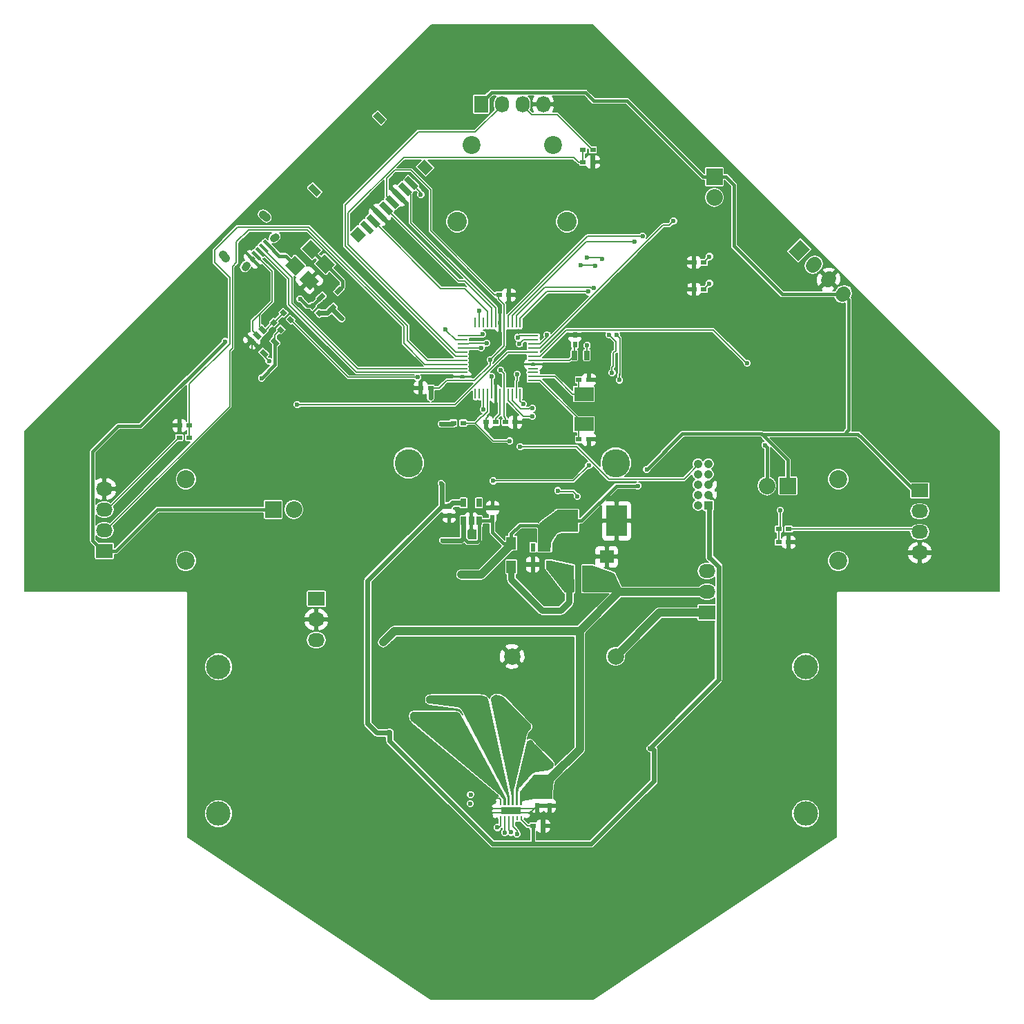
<source format=gbr>
G04 #@! TF.FileFunction,Copper,L1,Top,Signal*
%FSLAX46Y46*%
G04 Gerber Fmt 4.6, Leading zero omitted, Abs format (unit mm)*
G04 Created by KiCad (PCBNEW (2015-07-04 BZR 5884, Git c1bbf3e)-product) date 02/05/2016 12:26:27 PM*
%MOMM*%
G01*
G04 APERTURE LIST*
%ADD10C,0.100000*%
%ADD11C,0.950000*%
%ADD12C,1.000000*%
%ADD13C,3.450000*%
%ADD14C,2.000000*%
%ADD15R,1.300000X0.250000*%
%ADD16R,0.250000X1.300000*%
%ADD17C,2.400000*%
%ADD18R,0.600000X0.700000*%
%ADD19R,0.700000X0.600000*%
%ADD20R,0.635000X1.143000*%
%ADD21R,1.150000X3.300000*%
%ADD22R,2.032000X2.032000*%
%ADD23O,2.032000X2.032000*%
%ADD24R,2.032000X1.727200*%
%ADD25O,2.032000X1.727200*%
%ADD26R,0.650000X1.060000*%
%ADD27R,0.599440X1.000760*%
%ADD28R,2.400000X1.700000*%
%ADD29R,1.200000X1.500000*%
%ADD30R,2.550160X2.700020*%
%ADD31R,2.550160X3.799840*%
%ADD32R,1.803400X1.600200*%
%ADD33C,2.200000*%
%ADD34R,1.727200X2.032000*%
%ADD35O,1.727200X2.032000*%
%ADD36R,1.050000X1.050000*%
%ADD37C,1.050000*%
%ADD38R,0.700000X0.250000*%
%ADD39R,0.250000X0.500000*%
%ADD40R,2.400000X0.840000*%
%ADD41C,1.727200*%
%ADD42C,3.000000*%
%ADD43C,0.600000*%
%ADD44C,0.890000*%
%ADD45C,0.200000*%
%ADD46C,0.600000*%
%ADD47C,0.400000*%
%ADD48C,0.800000*%
%ADD49C,0.150000*%
%ADD50C,0.254000*%
G04 APERTURE END LIST*
D10*
G36*
X109406040Y-126849131D02*
X109688882Y-126566289D01*
X110643476Y-127520883D01*
X110360634Y-127803725D01*
X109406040Y-126849131D01*
X109406040Y-126849131D01*
G37*
G36*
X108946420Y-127308751D02*
X109229262Y-127025909D01*
X110183856Y-127980503D01*
X109901014Y-128263345D01*
X108946420Y-127308751D01*
X108946420Y-127308751D01*
G37*
G36*
X108486801Y-127768370D02*
X108769643Y-127485528D01*
X109724237Y-128440122D01*
X109441395Y-128722964D01*
X108486801Y-127768370D01*
X108486801Y-127768370D01*
G37*
G36*
X108027182Y-128227990D02*
X108310024Y-127945148D01*
X109264618Y-128899742D01*
X108981776Y-129182584D01*
X108027182Y-128227990D01*
X108027182Y-128227990D01*
G37*
G36*
X107567562Y-128687609D02*
X107850404Y-128404767D01*
X108804998Y-129359361D01*
X108522156Y-129642203D01*
X107567562Y-128687609D01*
X107567562Y-128687609D01*
G37*
D11*
X110979352Y-126230413D02*
X110767220Y-126442545D01*
X107443818Y-129765947D02*
X107231686Y-129978079D01*
D12*
X109476750Y-123525730D02*
X109865658Y-123914638D01*
X104527003Y-128475478D02*
X104915911Y-128864386D01*
D13*
X152700000Y-154000000D03*
D14*
X140000000Y-177720000D03*
X152700000Y-177720000D03*
D13*
X127300000Y-154000000D03*
D15*
X142600000Y-143900000D03*
X142600000Y-143400000D03*
X142600000Y-142900000D03*
X142600000Y-142400000D03*
X142600000Y-141900000D03*
X142600000Y-141400000D03*
X142600000Y-140900000D03*
X142600000Y-140400000D03*
X142600000Y-139900000D03*
X142600000Y-139400000D03*
X142600000Y-138900000D03*
X142600000Y-138400000D03*
D16*
X141000000Y-136800000D03*
X140500000Y-136800000D03*
X140000000Y-136800000D03*
X139500000Y-136800000D03*
X139000000Y-136800000D03*
X138500000Y-136800000D03*
X138000000Y-136800000D03*
X137500000Y-136800000D03*
X137000000Y-136800000D03*
X136500000Y-136800000D03*
X136000000Y-136800000D03*
X135500000Y-136800000D03*
D15*
X133900000Y-138400000D03*
X133900000Y-138900000D03*
X133900000Y-139400000D03*
X133900000Y-139900000D03*
X133900000Y-140400000D03*
X133900000Y-140900000D03*
X133900000Y-141400000D03*
X133900000Y-141900000D03*
X133900000Y-142400000D03*
X133900000Y-142900000D03*
X133900000Y-143400000D03*
X133900000Y-143900000D03*
D16*
X135500000Y-145500000D03*
X136000000Y-145500000D03*
X136500000Y-145500000D03*
X137000000Y-145500000D03*
X137500000Y-145500000D03*
X138000000Y-145500000D03*
X138500000Y-145500000D03*
X139000000Y-145500000D03*
X139500000Y-145500000D03*
X140000000Y-145500000D03*
X140500000Y-145500000D03*
X141000000Y-145500000D03*
D17*
X133270000Y-124400000D03*
X146730000Y-124400000D03*
D18*
X147700000Y-139500000D03*
X147700000Y-138300000D03*
D19*
X148200000Y-151100000D03*
X149400000Y-151100000D03*
X139200000Y-149000000D03*
X140400000Y-149000000D03*
X148200000Y-143800000D03*
X149400000Y-143800000D03*
X138000000Y-149000000D03*
X136800000Y-149000000D03*
D18*
X137600000Y-160700000D03*
X137600000Y-159500000D03*
X132300000Y-159300000D03*
X132300000Y-160500000D03*
D19*
X138400000Y-133400000D03*
X139600000Y-133400000D03*
X130000000Y-144800000D03*
X128800000Y-144800000D03*
D18*
X144600000Y-194800000D03*
X144600000Y-196000000D03*
X143100000Y-194800000D03*
X143100000Y-196000000D03*
D19*
X142600000Y-198500000D03*
X143800000Y-198500000D03*
D10*
G36*
X113340330Y-128584474D02*
X114615526Y-129859670D01*
X113484014Y-130991182D01*
X112208818Y-129715986D01*
X113340330Y-128584474D01*
X113340330Y-128584474D01*
G37*
G36*
X115315986Y-126608818D02*
X116591182Y-127884014D01*
X115459670Y-129015526D01*
X114184474Y-127740330D01*
X115315986Y-126608818D01*
X115315986Y-126608818D01*
G37*
D20*
X149162000Y-140800000D03*
X147638000Y-140800000D03*
D21*
X149204027Y-168196367D03*
X147004027Y-168196367D03*
D22*
X110700000Y-159700000D03*
D23*
X113240000Y-159700000D03*
D22*
X173800000Y-156800000D03*
D23*
X171260000Y-156800000D03*
D22*
X164800000Y-118900000D03*
D23*
X164800000Y-121440000D03*
D10*
G36*
X112083883Y-137659619D02*
X111659619Y-138083883D01*
X111164645Y-137588909D01*
X111588909Y-137164645D01*
X112083883Y-137659619D01*
X112083883Y-137659619D01*
G37*
G36*
X111235355Y-136811091D02*
X110811091Y-137235355D01*
X110316117Y-136740381D01*
X110740381Y-136316117D01*
X111235355Y-136811091D01*
X111235355Y-136811091D01*
G37*
G36*
X111516117Y-135540381D02*
X111940381Y-135116117D01*
X112435355Y-135611091D01*
X112011091Y-136035355D01*
X111516117Y-135540381D01*
X111516117Y-135540381D01*
G37*
G36*
X112364645Y-136388909D02*
X112788909Y-135964645D01*
X113283883Y-136459619D01*
X112859619Y-136883883D01*
X112364645Y-136388909D01*
X112364645Y-136388909D01*
G37*
D19*
X132800000Y-149100000D03*
X134000000Y-149100000D03*
D10*
G36*
X116783883Y-135659619D02*
X116359619Y-136083883D01*
X115864645Y-135588909D01*
X116288909Y-135164645D01*
X116783883Y-135659619D01*
X116783883Y-135659619D01*
G37*
G36*
X115935355Y-134811091D02*
X115511091Y-135235355D01*
X115016117Y-134740381D01*
X115440381Y-134316117D01*
X115935355Y-134811091D01*
X115935355Y-134811091D01*
G37*
D24*
X163900000Y-172340000D03*
D25*
X163900000Y-169800000D03*
X163900000Y-167260000D03*
D10*
G36*
X109284474Y-137113567D02*
X109992118Y-137821211D01*
X109568250Y-138245079D01*
X108860606Y-137537435D01*
X109284474Y-137113567D01*
X109284474Y-137113567D01*
G37*
G36*
X107937435Y-138460606D02*
X108645079Y-139168250D01*
X108221211Y-139592118D01*
X107513567Y-138884474D01*
X107937435Y-138460606D01*
X107937435Y-138460606D01*
G37*
G36*
X108610955Y-137787087D02*
X109318599Y-138494731D01*
X108894731Y-138918599D01*
X108187087Y-138210955D01*
X108610955Y-137787087D01*
X108610955Y-137787087D01*
G37*
G36*
X109431750Y-139954921D02*
X110139394Y-140662565D01*
X109715526Y-141086433D01*
X109007882Y-140378789D01*
X109431750Y-139954921D01*
X109431750Y-139954921D01*
G37*
G36*
X110778789Y-138607882D02*
X111486433Y-139315526D01*
X111062565Y-139739394D01*
X110354921Y-139031750D01*
X110778789Y-138607882D01*
X110778789Y-138607882D01*
G37*
D26*
X134050000Y-161100000D03*
X135000000Y-161100000D03*
X135950000Y-161100000D03*
X135950000Y-158900000D03*
X134050000Y-158900000D03*
D27*
X144456527Y-164339727D03*
X142551527Y-164339727D03*
X143504027Y-164339727D03*
X142551527Y-166453007D03*
X144456527Y-166453007D03*
D28*
X148800000Y-145550000D03*
X148800000Y-149250000D03*
D29*
X139904027Y-163846367D03*
X139904027Y-166746367D03*
D30*
X146800260Y-161100000D03*
D31*
X152799740Y-161100000D03*
D32*
X151604027Y-168293367D03*
X151604027Y-165499367D03*
D33*
X100000000Y-166000000D03*
X100000000Y-156000000D03*
D24*
X90000000Y-164810000D03*
D25*
X90000000Y-162270000D03*
X90000000Y-159730000D03*
X90000000Y-157190000D03*
D34*
X136190000Y-110000000D03*
D35*
X138730000Y-110000000D03*
X141270000Y-110000000D03*
X143810000Y-110000000D03*
D24*
X190000000Y-157380000D03*
D25*
X190000000Y-159920000D03*
X190000000Y-162460000D03*
X190000000Y-165000000D03*
D36*
X164070000Y-159200000D03*
D37*
X164070000Y-157930000D03*
X164070000Y-156660000D03*
X164070000Y-155390000D03*
X164070000Y-154120000D03*
X162800000Y-157930000D03*
X162800000Y-156660000D03*
X162800000Y-155390000D03*
X162800000Y-154120000D03*
X162800000Y-159200000D03*
D10*
G36*
X117159670Y-130815526D02*
X115884474Y-129540330D01*
X117015986Y-128408818D01*
X118291182Y-129684014D01*
X117159670Y-130815526D01*
X117159670Y-130815526D01*
G37*
G36*
X115184014Y-132791182D02*
X113908818Y-131515986D01*
X115040330Y-130384474D01*
X116315526Y-131659670D01*
X115184014Y-132791182D01*
X115184014Y-132791182D01*
G37*
G36*
X116013567Y-133815526D02*
X116721211Y-133107882D01*
X117145079Y-133531750D01*
X116437435Y-134239394D01*
X116013567Y-133815526D01*
X116013567Y-133815526D01*
G37*
G36*
X118181401Y-132994731D02*
X118889045Y-132287087D01*
X119312913Y-132710955D01*
X118605269Y-133418599D01*
X118181401Y-132994731D01*
X118181401Y-132994731D01*
G37*
G36*
X117360606Y-135162565D02*
X118068250Y-134454921D01*
X118492118Y-134878789D01*
X117784474Y-135586433D01*
X117360606Y-135162565D01*
X117360606Y-135162565D01*
G37*
D38*
X141350000Y-196400000D03*
X141350000Y-196900000D03*
X138350000Y-196900000D03*
D39*
X140600000Y-197600000D03*
X141100000Y-197600000D03*
X140100000Y-197600000D03*
X139600000Y-197600000D03*
X138600000Y-195700000D03*
X138600000Y-197600000D03*
X139100000Y-197600000D03*
X139100000Y-195700000D03*
X139600000Y-195700000D03*
X141100000Y-195700000D03*
X140600000Y-195700000D03*
D40*
X139850000Y-196650000D03*
D39*
X140100000Y-195700000D03*
D38*
X138350000Y-196400000D03*
D19*
X162300000Y-129400000D03*
X163500000Y-129400000D03*
X162300000Y-132700000D03*
X163500000Y-132700000D03*
D10*
G36*
X116048171Y-121352334D02*
X114987511Y-120291674D01*
X115553197Y-119725988D01*
X116613857Y-120786648D01*
X116048171Y-121352334D01*
X116048171Y-121352334D01*
G37*
G36*
X129412489Y-118736038D02*
X128351829Y-117675378D01*
X129271067Y-116756140D01*
X130331727Y-117816800D01*
X129412489Y-118736038D01*
X129412489Y-118736038D01*
G37*
G36*
X128015953Y-120521484D02*
X126778516Y-119284047D01*
X127273491Y-118789072D01*
X128510928Y-120026509D01*
X128015953Y-120521484D01*
X128015953Y-120521484D01*
G37*
G36*
X127238136Y-121299301D02*
X126000699Y-120061864D01*
X126495674Y-119566889D01*
X127733111Y-120804326D01*
X127238136Y-121299301D01*
X127238136Y-121299301D01*
G37*
G36*
X126460318Y-122077119D02*
X125222881Y-120839682D01*
X125717856Y-120344707D01*
X126955293Y-121582144D01*
X126460318Y-122077119D01*
X126460318Y-122077119D01*
G37*
G36*
X125682501Y-122854936D02*
X124445064Y-121617499D01*
X124940039Y-121122524D01*
X126177476Y-122359961D01*
X125682501Y-122854936D01*
X125682501Y-122854936D01*
G37*
G36*
X124904683Y-123632754D02*
X123667246Y-122395317D01*
X124162221Y-121900342D01*
X125399658Y-123137779D01*
X124904683Y-123632754D01*
X124904683Y-123632754D01*
G37*
G36*
X124126866Y-124410571D02*
X122889429Y-123173134D01*
X123384404Y-122678159D01*
X124621841Y-123915596D01*
X124126866Y-124410571D01*
X124126866Y-124410571D01*
G37*
G36*
X123349048Y-125188389D02*
X122111611Y-123950952D01*
X122606586Y-123455977D01*
X123844023Y-124693414D01*
X123349048Y-125188389D01*
X123349048Y-125188389D01*
G37*
G36*
X122571231Y-125966206D02*
X121333794Y-124728769D01*
X121828769Y-124233794D01*
X123066206Y-125471231D01*
X122571231Y-125966206D01*
X122571231Y-125966206D01*
G37*
G36*
X121174695Y-126973832D02*
X120114035Y-125913172D01*
X121033273Y-124993934D01*
X122093933Y-126054594D01*
X121174695Y-126973832D01*
X121174695Y-126973832D01*
G37*
G36*
X123932412Y-112478143D02*
X122942463Y-111488194D01*
X123508148Y-110922509D01*
X124498097Y-111912458D01*
X123932412Y-112478143D01*
X123932412Y-112478143D01*
G37*
G36*
X175100135Y-129236976D02*
X173878820Y-128015661D01*
X175315661Y-126578820D01*
X176536976Y-127800135D01*
X175100135Y-129236976D01*
X175100135Y-129236976D01*
G37*
D41*
X176896186Y-129811712D02*
X177111712Y-129596186D01*
X178692237Y-131607763D02*
X178907763Y-131392237D01*
X180488289Y-133403815D02*
X180703815Y-133188289D01*
D24*
X116000000Y-170660000D03*
D25*
X116000000Y-173200000D03*
X116000000Y-175740000D03*
D19*
X148700000Y-115600000D03*
X149900000Y-115600000D03*
X149900000Y-117100000D03*
X148700000Y-117100000D03*
X100400000Y-150900000D03*
X99200000Y-150900000D03*
X99200000Y-149400000D03*
X100400000Y-149400000D03*
X172700000Y-162100000D03*
X173900000Y-162100000D03*
X173900000Y-163700000D03*
X172700000Y-163700000D03*
D33*
X145000000Y-115000000D03*
X135000000Y-115000000D03*
X180000000Y-166000000D03*
X180000000Y-156000000D03*
D42*
X104000000Y-197000000D03*
X104000000Y-179000000D03*
X176000000Y-179000000D03*
X176000000Y-197000000D03*
D43*
X134875000Y-195775000D03*
X134925000Y-194675000D03*
X138400000Y-150000000D03*
X139600000Y-132400000D03*
X139600000Y-132400000D03*
X141000000Y-133300000D03*
X141000000Y-133300000D03*
X146500000Y-138800000D03*
X183700000Y-140800000D03*
X183700000Y-140800000D03*
X183700000Y-138400000D03*
X183700000Y-138400000D03*
X178500000Y-134800000D03*
X178500000Y-134800000D03*
X161200000Y-128980231D03*
X161300000Y-132400000D03*
X161300000Y-132400000D03*
X170800000Y-123200000D03*
X170800000Y-123200000D03*
X171400000Y-125700000D03*
X139850000Y-196650000D03*
X137800000Y-195100000D03*
X137800000Y-195100000D03*
X137400000Y-197300000D03*
X137400000Y-197300000D03*
X137400000Y-197300000D03*
X137400000Y-196400000D03*
X132790000Y-146230000D03*
X132790000Y-146230000D03*
X134110000Y-151180000D03*
X136080000Y-151130000D03*
X128920000Y-158690000D03*
X128920000Y-158690000D03*
X126630000Y-146120000D03*
X128820000Y-146060000D03*
X128820000Y-146060000D03*
X140440000Y-150600000D03*
X140440000Y-150600000D03*
X137890000Y-147150000D03*
X137890000Y-147150000D03*
X150020000Y-142510000D03*
X150020000Y-142510000D03*
X149380000Y-152310000D03*
X149380000Y-152310000D03*
X150640000Y-151100000D03*
X150640000Y-151100000D03*
X109540000Y-130420000D03*
X109540000Y-130420000D03*
X107460000Y-143170000D03*
X107190000Y-138010000D03*
X107190000Y-138010000D03*
X144590000Y-141980000D03*
X131475000Y-143475000D03*
X152955631Y-183000000D03*
X152045482Y-183000000D03*
X151075000Y-183025000D03*
X150150000Y-183000000D03*
X126978052Y-193878052D03*
X122200000Y-193300000D03*
X122375000Y-194725000D03*
X127400000Y-194300000D03*
X108050000Y-126475000D03*
X107325000Y-127175000D03*
X115950000Y-132725000D03*
X114875000Y-133475000D03*
X114025000Y-132675000D03*
X109150000Y-149170000D03*
X109150000Y-149170000D03*
X113380000Y-149100000D03*
X113380000Y-149100000D03*
X146100000Y-136250000D03*
X147270000Y-137100000D03*
X163320000Y-137110000D03*
X163320000Y-137110000D03*
X164400000Y-138270000D03*
X173530000Y-144230000D03*
X173530000Y-144230000D03*
X168590000Y-144270000D03*
X149200000Y-139600000D03*
X149200000Y-139600000D03*
X137321078Y-141328922D03*
X138600000Y-142600000D03*
X130000000Y-146000000D03*
X130000000Y-146000000D03*
X131300000Y-149200000D03*
X131300000Y-149200000D03*
X131300000Y-156500000D03*
X156900000Y-189000000D03*
X156900000Y-189000000D03*
X125000000Y-187000000D03*
D44*
X124200000Y-176000000D03*
X124200000Y-176000000D03*
D43*
X171000000Y-151800000D03*
X171000000Y-151800000D03*
X113619258Y-146825000D03*
X113639115Y-146825000D03*
X168825000Y-141775000D03*
X168825000Y-141775000D03*
X159800000Y-124325000D03*
X159800000Y-124325000D03*
D44*
X144504068Y-190879068D03*
X143835457Y-190210457D03*
X143177293Y-189552293D03*
X142575000Y-188950000D03*
X141559300Y-186059300D03*
X140325000Y-184825000D03*
X139318355Y-183818355D03*
X138625000Y-183125000D03*
D43*
X144286084Y-138286084D03*
X144286084Y-138286084D03*
X144286084Y-138286084D03*
X144286084Y-138286084D03*
X140606057Y-143100000D03*
X140606057Y-143100000D03*
X140606057Y-143100000D03*
D44*
X133500000Y-183000000D03*
X132761632Y-183000000D03*
X131837947Y-183000000D03*
X131006630Y-183000000D03*
X130082945Y-183000000D03*
X133000000Y-185000000D03*
X131456888Y-185000000D03*
X130383888Y-185000000D03*
X129268533Y-185000000D03*
X128209651Y-185000000D03*
D43*
X136900000Y-139300000D03*
X136900000Y-139300000D03*
X136900000Y-139300000D03*
X136200000Y-139900000D03*
X136200000Y-139900000D03*
X110200000Y-141500000D03*
X114000000Y-133900000D03*
X137500000Y-143400000D03*
X137500000Y-143400000D03*
X128400000Y-143500000D03*
X128400000Y-143500000D03*
X128400000Y-143500000D03*
X138200000Y-198700000D03*
X138200000Y-198700000D03*
X140900000Y-139400000D03*
X140900000Y-139400000D03*
X140700000Y-138600000D03*
X140700000Y-138600000D03*
X139100000Y-199300000D03*
X139100000Y-199300000D03*
X148000000Y-158100000D03*
X148000000Y-158100000D03*
X139878855Y-199293959D03*
X139878855Y-199293959D03*
X142500000Y-148300000D03*
X142500000Y-148300000D03*
X145600000Y-157400000D03*
X145600000Y-157400000D03*
X141000000Y-152000000D03*
X141000000Y-152000000D03*
X139700000Y-151300000D03*
X142499990Y-147300000D03*
X142499990Y-147300000D03*
X140600000Y-199500000D03*
X140600000Y-199500000D03*
X128800000Y-121100000D03*
X128800000Y-121100000D03*
X136000000Y-135300000D03*
X152261084Y-142938916D03*
X152261084Y-142938916D03*
X151900000Y-138300000D03*
X151900000Y-138300000D03*
X141367457Y-146799990D03*
X141367457Y-146799990D03*
X164200000Y-128700000D03*
X164200000Y-128700000D03*
X153161084Y-143838916D03*
X153161084Y-143838916D03*
X152800000Y-138300000D03*
X149400000Y-154300000D03*
X137700000Y-156200000D03*
X136464248Y-147425699D03*
X164200000Y-132000000D03*
X164200000Y-132000000D03*
X150200000Y-129800000D03*
X148400000Y-129700000D03*
X136400000Y-138200000D03*
X151000000Y-129000000D03*
X151000000Y-129000000D03*
X149200000Y-128800000D03*
X131800000Y-137600000D03*
X155000000Y-126900000D03*
X155000000Y-126900000D03*
X155000000Y-126900000D03*
X155000000Y-126900000D03*
X156000000Y-126200000D03*
X149378126Y-133000010D03*
X172900000Y-159800000D03*
X172900000Y-159800000D03*
X150000000Y-132500000D03*
D44*
X133800000Y-167700000D03*
X133800000Y-167700000D03*
X133800000Y-167700000D03*
X133800000Y-167700000D03*
D43*
X156500000Y-154800000D03*
X155400000Y-156800000D03*
X131500000Y-163500000D03*
X131500000Y-163500000D03*
X119100000Y-136300000D03*
X119100000Y-136300000D03*
X119100000Y-136300000D03*
X119100000Y-136300000D03*
X119100000Y-136300000D03*
X119100000Y-136300000D03*
X119100000Y-136300000D03*
X119100000Y-136300000D03*
X104812080Y-139112080D03*
X109296086Y-143596086D03*
D45*
X134950000Y-194700000D02*
X134925000Y-194675000D01*
X147638000Y-140800000D02*
X147638000Y-139562000D01*
X147638000Y-139562000D02*
X147700000Y-139500000D01*
X142600000Y-141400000D02*
X147038000Y-141400000D01*
X147038000Y-141400000D02*
X147638000Y-140800000D01*
X138410000Y-150280000D02*
X138410000Y-150010000D01*
X138410000Y-150010000D02*
X138400000Y-150000000D01*
X136800000Y-149000000D02*
X136800000Y-148500000D01*
X136800000Y-148500000D02*
X137590001Y-147709999D01*
X137590001Y-147709999D02*
X137590001Y-147449999D01*
X137590001Y-147449999D02*
X137890000Y-147150000D01*
X139600000Y-133400000D02*
X139600000Y-132400000D01*
X140600000Y-133400000D02*
X140900000Y-133400000D01*
X140900000Y-133400000D02*
X141000000Y-133300000D01*
X146757120Y-138300000D02*
X146757120Y-138542880D01*
X146757120Y-138542880D02*
X146500000Y-138800000D01*
X162300000Y-129400000D02*
X161619769Y-129400000D01*
X161619769Y-129400000D02*
X161200000Y-128980231D01*
X162300000Y-132700000D02*
X161600000Y-132700000D01*
X161600000Y-132700000D02*
X161300000Y-132400000D01*
X171400000Y-125700000D02*
X170800000Y-125100000D01*
X170800000Y-125100000D02*
X170800000Y-123200000D01*
X139600000Y-133400000D02*
X140600000Y-133400000D01*
X138450000Y-195100000D02*
X137800000Y-195100000D01*
X138600000Y-195700000D02*
X138600000Y-195250000D01*
X138600000Y-195250000D02*
X138450000Y-195100000D01*
X137400000Y-197200000D02*
X137700000Y-196900000D01*
X137700000Y-196900000D02*
X138350000Y-196900000D01*
X137400000Y-197300000D02*
X137400000Y-197200000D01*
X138350000Y-196400000D02*
X137400000Y-196400000D01*
X141350000Y-196900000D02*
X142250000Y-196900000D01*
X142250000Y-196900000D02*
X143100000Y-196050000D01*
X143100000Y-196050000D02*
X143100000Y-196000000D01*
X141350000Y-196400000D02*
X142700000Y-196400000D01*
X142700000Y-196400000D02*
X143100000Y-196000000D01*
X141350000Y-196400000D02*
X140100000Y-196400000D01*
X140100000Y-196400000D02*
X139850000Y-196650000D01*
X136080000Y-151130000D02*
X134160000Y-151130000D01*
X134160000Y-151130000D02*
X134110000Y-151180000D01*
X128820000Y-146060000D02*
X126690000Y-146060000D01*
X126690000Y-146060000D02*
X126630000Y-146120000D01*
X128800000Y-144800000D02*
X128800000Y-146040000D01*
X128800000Y-146040000D02*
X128820000Y-146060000D01*
X138410000Y-150280000D02*
X140120000Y-150280000D01*
X140120000Y-150280000D02*
X140440000Y-150600000D01*
X137720000Y-150420000D02*
X138270000Y-150420000D01*
X138270000Y-150420000D02*
X138410000Y-150280000D01*
X136800000Y-149000000D02*
X136800000Y-149500000D01*
X136800000Y-149500000D02*
X137720000Y-150420000D01*
X138000000Y-145500000D02*
X138000000Y-147040000D01*
X138000000Y-147040000D02*
X137890000Y-147150000D01*
X149400000Y-143800000D02*
X149400000Y-143130000D01*
X149400000Y-143130000D02*
X150020000Y-142510000D01*
X149400000Y-151100000D02*
X149400000Y-152290000D01*
X149400000Y-152290000D02*
X149380000Y-152310000D01*
X149400000Y-151100000D02*
X150640000Y-151100000D01*
X107325000Y-127175000D02*
X107325000Y-128205000D01*
X107325000Y-128205000D02*
X109540000Y-130420000D01*
X108079323Y-139026362D02*
X108079323Y-142550677D01*
X108079323Y-142550677D02*
X107460000Y-143170000D01*
X108079323Y-139026362D02*
X108079323Y-138899323D01*
X108079323Y-138899323D02*
X107190000Y-138010000D01*
X147700000Y-138300000D02*
X146757120Y-138300000D01*
X142600000Y-141900000D02*
X144510000Y-141900000D01*
X144510000Y-141900000D02*
X144590000Y-141980000D01*
X133900000Y-143400000D02*
X131550000Y-143400000D01*
X131550000Y-143400000D02*
X131475000Y-143475000D01*
D46*
X151075000Y-183025000D02*
X152930631Y-183025000D01*
X152930631Y-183025000D02*
X152955631Y-183000000D01*
X151075000Y-183025000D02*
X152020482Y-183025000D01*
X152020482Y-183025000D02*
X152045482Y-183000000D01*
X150150000Y-183000000D02*
X151050000Y-183000000D01*
X151050000Y-183000000D02*
X151075000Y-183025000D01*
X127400000Y-194300000D02*
X122800000Y-194300000D01*
X122800000Y-194300000D02*
X122375000Y-194725000D01*
D45*
X108186280Y-129023485D02*
X107250000Y-128087205D01*
X107250000Y-128087205D02*
X107250000Y-127250000D01*
X107250000Y-127250000D02*
X107325000Y-127175000D01*
X115112172Y-131587828D02*
X115112172Y-131887172D01*
X115112172Y-131887172D02*
X115950000Y-132725000D01*
X114875000Y-133475000D02*
X115200000Y-133475000D01*
X115200000Y-133475000D02*
X115950000Y-132725000D01*
X115112172Y-131587828D02*
X114025000Y-132675000D01*
X163320000Y-137110000D02*
X147280000Y-137110000D01*
X147280000Y-137110000D02*
X147270000Y-137100000D01*
X168590000Y-144270000D02*
X168590000Y-142460000D01*
X168590000Y-142460000D02*
X164400000Y-138270000D01*
X148800000Y-149250000D02*
X148450000Y-149250000D01*
X148450000Y-149250000D02*
X148200000Y-149500000D01*
X148200000Y-149500000D02*
X148200000Y-150600000D01*
X148200000Y-150600000D02*
X148200000Y-151100000D01*
X142600000Y-143900000D02*
X143450000Y-143900000D01*
X143450000Y-143900000D02*
X148800000Y-149250000D01*
D46*
X122281009Y-185981009D02*
X123400000Y-187100000D01*
X131400000Y-159300000D02*
X122760510Y-167939490D01*
X122281009Y-185981009D02*
X122281009Y-168418991D01*
X122281009Y-168418991D02*
X122760510Y-167939490D01*
X165316010Y-180583990D02*
X165316010Y-173613592D01*
X156900000Y-189000000D02*
X165316010Y-180583990D01*
X165316010Y-173613592D02*
X165366010Y-173563592D01*
X165366010Y-173563592D02*
X165366010Y-166715885D01*
X165366010Y-166715885D02*
X164270711Y-165620586D01*
X164200000Y-165620586D02*
X164200000Y-159210000D01*
X164270711Y-165620586D02*
X164200000Y-165620586D01*
D45*
X125600000Y-118100000D02*
X124621842Y-119078158D01*
X124621842Y-119078158D02*
X124621842Y-121299302D01*
X124621842Y-121299302D02*
X125311270Y-121988730D01*
X127600000Y-118100000D02*
X125600000Y-118100000D01*
X130000000Y-120500000D02*
X127600000Y-118100000D01*
X130000000Y-125550000D02*
X130000000Y-120500000D01*
X138400000Y-133400000D02*
X137850000Y-133400000D01*
X137850000Y-133400000D02*
X130000000Y-125550000D01*
X149200000Y-139600000D02*
X149200000Y-140762000D01*
X149200000Y-140762000D02*
X149162000Y-140800000D01*
X133900000Y-143900000D02*
X135400000Y-143900000D01*
X135400000Y-143900000D02*
X137321078Y-141978922D01*
X137321078Y-141978922D02*
X137321078Y-141328922D01*
X149200000Y-140838000D02*
X149162000Y-140800000D01*
X137321078Y-141328922D02*
X139000000Y-139650000D01*
X139000000Y-145500000D02*
X139000000Y-143000000D01*
X139000000Y-143000000D02*
X138600000Y-142600000D01*
X139000000Y-139650000D02*
X139000000Y-137650000D01*
X139000000Y-137650000D02*
X139000000Y-136800000D01*
D46*
X130000000Y-146000000D02*
X130000000Y-144800000D01*
X131300000Y-149200000D02*
X132700000Y-149200000D01*
X132700000Y-149200000D02*
X132800000Y-149100000D01*
X131400000Y-159300000D02*
X131400000Y-156600000D01*
X131400000Y-156600000D02*
X131300000Y-156500000D01*
D45*
X141100000Y-197725000D02*
X141875000Y-198500000D01*
X141875000Y-198500000D02*
X142600000Y-198500000D01*
X141100000Y-197600000D02*
X141100000Y-197725000D01*
D46*
X142528206Y-200700000D02*
X149700000Y-200700000D01*
X137600000Y-200700000D02*
X142528206Y-200700000D01*
D47*
X142528206Y-200700000D02*
X142600000Y-200628206D01*
X142600000Y-200628206D02*
X142600000Y-198500000D01*
D46*
X157400000Y-189200000D02*
X157200000Y-189000000D01*
X157200000Y-189000000D02*
X156900000Y-189000000D01*
X157400000Y-193000000D02*
X157400000Y-189200000D01*
X149700000Y-200700000D02*
X157400000Y-193000000D01*
X125000000Y-187000000D02*
X125000000Y-188100000D01*
X125000000Y-188100000D02*
X137600000Y-200700000D01*
X123400000Y-187100000D02*
X124900000Y-187100000D01*
X124900000Y-187100000D02*
X125000000Y-187000000D01*
X132300000Y-159300000D02*
X131400000Y-159300000D01*
X134050000Y-158900000D02*
X132700000Y-158900000D01*
X132700000Y-158900000D02*
X132300000Y-159300000D01*
D45*
X131050000Y-144800000D02*
X131950000Y-143900000D01*
X131950000Y-143900000D02*
X133900000Y-143900000D01*
X130000000Y-144800000D02*
X131050000Y-144800000D01*
X139200000Y-149000000D02*
X139200000Y-148500000D01*
X139200000Y-148500000D02*
X139000000Y-148300000D01*
X139000000Y-148300000D02*
X139000000Y-146350000D01*
X139000000Y-146350000D02*
X139000000Y-145500000D01*
X138375000Y-133425000D02*
X138375000Y-133925000D01*
X138375000Y-133925000D02*
X139000000Y-134550000D01*
X139000000Y-134550000D02*
X139000000Y-135950000D01*
X139000000Y-135950000D02*
X139000000Y-136800000D01*
X148800000Y-145550000D02*
X147400000Y-145550000D01*
X147400000Y-145550000D02*
X145250000Y-143400000D01*
X145250000Y-143400000D02*
X142600000Y-143400000D01*
X148200000Y-143800000D02*
X148200000Y-144950000D01*
X148200000Y-144950000D02*
X148800000Y-145550000D01*
X142600000Y-143400000D02*
X143100000Y-143400000D01*
X138500000Y-148000000D02*
X138500000Y-145500000D01*
X138000000Y-149000000D02*
X138000000Y-148500000D01*
X138000000Y-148500000D02*
X138500000Y-148000000D01*
D47*
X119200000Y-131724344D02*
X119200000Y-132400000D01*
X119200000Y-132400000D02*
X118747157Y-132852843D01*
X117087828Y-129612172D02*
X119200000Y-131724344D01*
X115387828Y-127812172D02*
X115387828Y-127912172D01*
X115387828Y-127912172D02*
X117087828Y-129612172D01*
D12*
X125889340Y-174610660D02*
X125589340Y-174610660D01*
X125589340Y-174610660D02*
X124200000Y-176000000D01*
X148300000Y-174610660D02*
X125889340Y-174610660D01*
X148300000Y-189100000D02*
X144800000Y-192600000D01*
X153110660Y-169800000D02*
X148300000Y-174610660D01*
X148300000Y-174610660D02*
X148300000Y-189100000D01*
X151604027Y-168293367D02*
X149301027Y-168293367D01*
X149301027Y-168293367D02*
X149204027Y-168196367D01*
X163900000Y-169800000D02*
X153110660Y-169800000D01*
X153110660Y-169800000D02*
X151604027Y-168293367D01*
D48*
X139904027Y-166746367D02*
X139904027Y-168296367D01*
X139904027Y-168296367D02*
X143707660Y-172100000D01*
X143707660Y-172100000D02*
X146000000Y-172100000D01*
X146000000Y-172100000D02*
X147004027Y-171095973D01*
X147004027Y-171095973D02*
X147004027Y-168196367D01*
D47*
X111439751Y-128600000D02*
X112224344Y-128600000D01*
X112224344Y-128600000D02*
X113412172Y-129787828D01*
X110024758Y-127185007D02*
X111439751Y-128600000D01*
D45*
X109565138Y-127835546D02*
X112990000Y-131260408D01*
X109565138Y-127644627D02*
X109565138Y-127835546D01*
X112990000Y-131260408D02*
X112990000Y-134421300D01*
X112990000Y-134421300D02*
X121028700Y-142460000D01*
X121028700Y-142460000D02*
X132865000Y-142460000D01*
X132865000Y-142460000D02*
X132925000Y-142400000D01*
X132925000Y-142400000D02*
X133900000Y-142400000D01*
X112610000Y-131417808D02*
X112610000Y-134578700D01*
X109105519Y-128104246D02*
X109296438Y-128104246D01*
X112610000Y-134578700D02*
X120871300Y-142840000D01*
X109296438Y-128104246D02*
X112610000Y-131417808D01*
X120871300Y-142840000D02*
X132865000Y-142840000D01*
X132865000Y-142840000D02*
X132925000Y-142900000D01*
X132925000Y-142900000D02*
X133900000Y-142900000D01*
X110775736Y-136675736D02*
X110875736Y-136675736D01*
X110875736Y-136675736D02*
X111975736Y-135575736D01*
X109426362Y-137679323D02*
X109772149Y-137679323D01*
X109772149Y-137679323D02*
X110775736Y-136675736D01*
X110600000Y-134200000D02*
X109334546Y-135465454D01*
X109334546Y-135465454D02*
X108200000Y-136600000D01*
X109426362Y-137679323D02*
X109001830Y-137254791D01*
X109001830Y-137254791D02*
X109001830Y-135798170D01*
X109001830Y-135798170D02*
X109334546Y-135465454D01*
X108200000Y-136600000D02*
X108200000Y-137800000D01*
X108200000Y-137800000D02*
X108752843Y-138352843D01*
X108645900Y-128563866D02*
X110600000Y-130517966D01*
X110600000Y-130517966D02*
X110600000Y-134200000D01*
D12*
X163900000Y-172340000D02*
X158080000Y-172340000D01*
X158080000Y-172340000D02*
X152700000Y-177720000D01*
D47*
X171260000Y-156800000D02*
X171260000Y-152060000D01*
X171260000Y-152060000D02*
X171000000Y-151800000D01*
D45*
X133039998Y-146825000D02*
X113639115Y-146825000D01*
X139464998Y-140400000D02*
X142600000Y-140400000D01*
X133039998Y-146825000D02*
X139464998Y-140400000D01*
X113875000Y-146825000D02*
X113825000Y-146825000D01*
X164650000Y-137675000D02*
X168750000Y-141775000D01*
X168750000Y-141775000D02*
X168825000Y-141775000D01*
X146675000Y-137675000D02*
X164650000Y-137675000D01*
X142600000Y-140900000D02*
X143450000Y-140900000D01*
X143450000Y-140900000D02*
X146675000Y-137675000D01*
X158500000Y-124850000D02*
X159275000Y-124850000D01*
X159275000Y-124850000D02*
X159800000Y-124325000D01*
X142600000Y-139900000D02*
X143450000Y-139900000D01*
X143450000Y-139900000D02*
X158500000Y-124850000D01*
X141964998Y-142900000D02*
X142600000Y-142900000D01*
X142600000Y-139400000D02*
X143450000Y-139400000D01*
X143450000Y-139400000D02*
X144286084Y-138563916D01*
X144286084Y-138563916D02*
X144286084Y-138286084D01*
X140606057Y-143893943D02*
X140500000Y-144000000D01*
X140500000Y-144000000D02*
X140500000Y-145500000D01*
X140606057Y-143100000D02*
X140606057Y-143893943D01*
X136375000Y-188375000D02*
X136375000Y-185875000D01*
X136375000Y-185875000D02*
X133500000Y-183000000D01*
X138375000Y-190375000D02*
X136375000Y-188375000D01*
X138375000Y-192500000D02*
X138375000Y-190375000D01*
X139150000Y-193275000D02*
X138375000Y-192500000D01*
X139150000Y-194075000D02*
X139150000Y-193275000D01*
X139475000Y-194400000D02*
X139150000Y-194075000D01*
X139475000Y-194775000D02*
X139475000Y-194400000D01*
X139600000Y-194900000D02*
X139475000Y-194775000D01*
X139600000Y-195700000D02*
X139600000Y-194900000D01*
X139100000Y-195700000D02*
X139100000Y-195250000D01*
X136900000Y-139300000D02*
X134700000Y-139300000D01*
X134700000Y-139300000D02*
X134600000Y-139400000D01*
X134600000Y-139400000D02*
X133900000Y-139400000D01*
X136200000Y-139900000D02*
X133900000Y-139900000D01*
X109573638Y-140520677D02*
X109573638Y-140873638D01*
X109573638Y-140873638D02*
X110200000Y-141500000D01*
D47*
X115475736Y-134775736D02*
X114875736Y-134775736D01*
X114875736Y-134775736D02*
X114000000Y-133900000D01*
X116579323Y-133673638D02*
X116577834Y-133673638D01*
X116577834Y-133673638D02*
X115475736Y-134775736D01*
D45*
X137500000Y-143400000D02*
X137500000Y-145500000D01*
X112824264Y-136424264D02*
X119900000Y-143500000D01*
X119900000Y-143500000D02*
X128400000Y-143500000D01*
X138400000Y-198700000D02*
X138200000Y-198700000D01*
X142600000Y-138900000D02*
X141400000Y-138900000D01*
X141400000Y-138900000D02*
X140900000Y-139400000D01*
X138400000Y-198700000D02*
X138600000Y-198500000D01*
X138600000Y-198500000D02*
X138600000Y-197600000D01*
X142600000Y-138400000D02*
X140900000Y-138400000D01*
X140900000Y-138400000D02*
X140700000Y-138600000D01*
X139100000Y-199300000D02*
X139100000Y-197600000D01*
X148000000Y-158100000D02*
X148000000Y-158000000D01*
X148000000Y-158000000D02*
X147500000Y-157500000D01*
X139600000Y-198900000D02*
X139600000Y-198329668D01*
X139600000Y-198329668D02*
X139600000Y-197600000D01*
X139878855Y-199293959D02*
X139600000Y-199015104D01*
X139600000Y-199015104D02*
X139600000Y-198329668D01*
X141150003Y-148050003D02*
X141400000Y-148300000D01*
X141400000Y-148300000D02*
X142500000Y-148300000D01*
X141150003Y-148000003D02*
X141150003Y-148050003D01*
X147500000Y-157500000D02*
X145700000Y-157500000D01*
X145700000Y-157500000D02*
X145600000Y-157400000D01*
X139500000Y-145500000D02*
X139500000Y-146350000D01*
X139500000Y-146350000D02*
X141150003Y-148000003D01*
X162930000Y-154130000D02*
X161084999Y-155975001D01*
X161084999Y-155975001D02*
X151875001Y-155975001D01*
X151875001Y-155975001D02*
X147900000Y-152000000D01*
X147850998Y-152000000D02*
X141000000Y-152000000D01*
X147900000Y-152000000D02*
X147850998Y-152000000D01*
X135500000Y-149100000D02*
X136300000Y-148300000D01*
X136300000Y-148300000D02*
X136403949Y-148300000D01*
X136403949Y-148300000D02*
X137014249Y-147689700D01*
X137014249Y-147689700D02*
X137014249Y-146364249D01*
X137014249Y-146364249D02*
X137000000Y-146350000D01*
X137000000Y-146350000D02*
X137000000Y-145500000D01*
X135500000Y-149100000D02*
X137700000Y-151300000D01*
X137700000Y-151300000D02*
X139700000Y-151300000D01*
X134000000Y-149100000D02*
X135500000Y-149100000D01*
X140950000Y-147300000D02*
X141000000Y-147300000D01*
X141000000Y-147300000D02*
X141049991Y-147349991D01*
X141049991Y-147349991D02*
X142025735Y-147349991D01*
X142025735Y-147349991D02*
X142075726Y-147300000D01*
X142075726Y-147300000D02*
X142499990Y-147300000D01*
X140000000Y-145500000D02*
X140000000Y-146350000D01*
X140000000Y-146350000D02*
X140950000Y-147300000D01*
X140600000Y-199500000D02*
X140600000Y-199075736D01*
X140600000Y-199075736D02*
X140100000Y-198575736D01*
X140100000Y-198575736D02*
X140100000Y-198050000D01*
X140100000Y-198050000D02*
X140100000Y-197600000D01*
X128800000Y-121100000D02*
X128800000Y-120810556D01*
X128800000Y-120810556D02*
X127644722Y-119655278D01*
X136000000Y-136800000D02*
X136000000Y-135300000D01*
X138000000Y-136800000D02*
X138000000Y-135000000D01*
X138000000Y-135000000D02*
X127556333Y-124556333D01*
X127556333Y-124556333D02*
X127556333Y-121122523D01*
X127556333Y-121122523D02*
X126866905Y-120433095D01*
X137500000Y-136800000D02*
X137500000Y-135000000D01*
X137500000Y-135000000D02*
X134200000Y-131700000D01*
X134200000Y-131700000D02*
X133466904Y-131700000D01*
X133466904Y-131700000D02*
X124533452Y-122766548D01*
X137000000Y-136800000D02*
X137000000Y-135400000D01*
X137000000Y-135400000D02*
X134200000Y-132600000D01*
X134200000Y-132600000D02*
X131255634Y-132600000D01*
X131255634Y-132600000D02*
X122977817Y-124322183D01*
X152261084Y-142938916D02*
X152261084Y-142238916D01*
X152261084Y-142238916D02*
X152400000Y-142100000D01*
X152400000Y-140500000D02*
X152700000Y-140200000D01*
X152700000Y-140200000D02*
X152700000Y-139100000D01*
X152400000Y-142100000D02*
X152400000Y-140500000D01*
X152700000Y-139100000D02*
X151900000Y-138300000D01*
X141000000Y-145500000D02*
X141000000Y-146432533D01*
X141000000Y-146432533D02*
X141367457Y-146799990D01*
X164200000Y-128700000D02*
X163500000Y-129400000D01*
X153200010Y-143200000D02*
X153200010Y-143066890D01*
X153200010Y-143066890D02*
X153200010Y-138700010D01*
X153161084Y-143838916D02*
X153161084Y-143105816D01*
X153161084Y-143105816D02*
X153200010Y-143066890D01*
X153200010Y-138700010D02*
X152800000Y-138300000D01*
X137700000Y-156200000D02*
X147500000Y-156200000D01*
X147500000Y-156200000D02*
X149400000Y-154300000D01*
X136500000Y-145500000D02*
X136500000Y-147389947D01*
X136500000Y-147389947D02*
X136464248Y-147425699D01*
X164200000Y-132000000D02*
X163500000Y-132700000D01*
X148400000Y-129700000D02*
X150100000Y-129700000D01*
X150100000Y-129700000D02*
X150200000Y-129800000D01*
X133900000Y-138400000D02*
X136200000Y-138400000D01*
X136200000Y-138400000D02*
X136400000Y-138200000D01*
X149200000Y-128800000D02*
X150800000Y-128800000D01*
X150800000Y-128800000D02*
X151000000Y-129000000D01*
X131850000Y-137700000D02*
X131850000Y-137650000D01*
X131850000Y-137650000D02*
X131800000Y-137600000D01*
X133900000Y-138900000D02*
X133050000Y-138900000D01*
X133050000Y-138900000D02*
X131850000Y-137700000D01*
X140000000Y-136800000D02*
X140000000Y-135950000D01*
X140000000Y-135950000D02*
X149050000Y-126900000D01*
X149050000Y-126900000D02*
X155000000Y-126900000D01*
X149250000Y-126200000D02*
X156000000Y-126200000D01*
X139500000Y-136800000D02*
X139500000Y-135950000D01*
X139500000Y-135950000D02*
X149250000Y-126200000D01*
X105712091Y-130822926D02*
X105712091Y-129887909D01*
X105712091Y-129887909D02*
X106200000Y-129400000D01*
X106200000Y-129400000D02*
X106200000Y-126900000D01*
X126700000Y-137200000D02*
X126700000Y-139300000D01*
X106200000Y-126900000D02*
X107700000Y-125400000D01*
X107700000Y-125400000D02*
X114900000Y-125400000D01*
X114900000Y-125400000D02*
X126700000Y-137200000D01*
X126700000Y-139300000D02*
X129300000Y-141900000D01*
X129300000Y-141900000D02*
X133900000Y-141900000D01*
X105712091Y-130822926D02*
X105712091Y-130721242D01*
X105712091Y-139887909D02*
X105712091Y-130822926D01*
X90000000Y-162270000D02*
X90152400Y-162270000D01*
X90152400Y-162270000D02*
X105362081Y-147060319D01*
X105362081Y-147060319D02*
X105362081Y-140237919D01*
X105362081Y-140237919D02*
X105712091Y-139887909D01*
X90000000Y-159730000D02*
X90320000Y-159730000D01*
X90320000Y-159730000D02*
X99150000Y-150900000D01*
X99150000Y-150900000D02*
X99200000Y-150900000D01*
X90000000Y-159730000D02*
X90152400Y-159730000D01*
X141000000Y-136800000D02*
X141000000Y-136275000D01*
X141000000Y-136275000D02*
X144274990Y-133000010D01*
X144274990Y-133000010D02*
X149378126Y-133000010D01*
X173900000Y-162100000D02*
X189640000Y-162100000D01*
X189640000Y-162100000D02*
X190000000Y-162460000D01*
X128500000Y-113400000D02*
X135482400Y-113400000D01*
X135482400Y-113400000D02*
X138730000Y-110152400D01*
X138730000Y-110152400D02*
X138730000Y-110000000D01*
X119514015Y-122385985D02*
X128500000Y-113400000D01*
X133900000Y-140900000D02*
X133050000Y-140900000D01*
X133050000Y-140900000D02*
X119514015Y-127364015D01*
X119514015Y-127364015D02*
X119514015Y-122385985D01*
X149900000Y-115600000D02*
X149850000Y-115600000D01*
X149850000Y-115600000D02*
X145516010Y-111266010D01*
X145516010Y-111266010D02*
X142383610Y-111266010D01*
X142383610Y-111266010D02*
X141270000Y-110152400D01*
X141270000Y-110152400D02*
X141270000Y-110000000D01*
X148700000Y-117100000D02*
X148700000Y-115600000D01*
X133900000Y-140400000D02*
X133050000Y-140400000D01*
X133050000Y-140400000D02*
X119864025Y-127214025D01*
X119864025Y-127214025D02*
X119864025Y-123340987D01*
X119864025Y-123340987D02*
X126698882Y-116506130D01*
X126698882Y-116506130D02*
X147556130Y-116506130D01*
X147556130Y-116506130D02*
X148150000Y-117100000D01*
X148150000Y-117100000D02*
X148700000Y-117100000D01*
X115152188Y-125157200D02*
X115239079Y-125244091D01*
X103500000Y-129400000D02*
X103500000Y-127900000D01*
X115239079Y-125244091D02*
X127200000Y-137205012D01*
X100400000Y-149400000D02*
X100400000Y-144338162D01*
X100400000Y-144338162D02*
X105362081Y-139376081D01*
X105362081Y-139376081D02*
X105362081Y-131262081D01*
X105362081Y-131262081D02*
X103500000Y-129400000D01*
X115044978Y-125049990D02*
X115239079Y-125244091D01*
X103500000Y-127900000D02*
X106350010Y-125049990D01*
X106350010Y-125049990D02*
X115044978Y-125049990D01*
X127200000Y-139000000D02*
X129600000Y-141400000D01*
X129600000Y-141400000D02*
X133900000Y-141400000D01*
X127200000Y-137205012D02*
X127200000Y-139000000D01*
X100400000Y-150900000D02*
X100400000Y-149400000D01*
X172700000Y-163700000D02*
X172700000Y-162100000D01*
X172900000Y-159800000D02*
X172900000Y-161900000D01*
X172900000Y-161900000D02*
X172700000Y-162100000D01*
X150000000Y-132500000D02*
X149692118Y-132500000D01*
X140500000Y-135950000D02*
X140500000Y-136800000D01*
X149692118Y-132500000D02*
X149642127Y-132450009D01*
X149642127Y-132450009D02*
X143999991Y-132450009D01*
X143999991Y-132450009D02*
X140500000Y-135950000D01*
D12*
X139904027Y-163996367D02*
X139904027Y-163846367D01*
X133800000Y-167700000D02*
X136200394Y-167700000D01*
X136200394Y-167700000D02*
X139904027Y-163996367D01*
D47*
X173800000Y-156800000D02*
X173800000Y-153637998D01*
X173800000Y-153637998D02*
X170562003Y-150400001D01*
X170562003Y-150400001D02*
X160899999Y-150400001D01*
X160899999Y-150400001D02*
X156500000Y-154800000D01*
X94424160Y-149500000D02*
X91649190Y-149500000D01*
X91649190Y-149500000D02*
X88584000Y-152565190D01*
X167200000Y-127400000D02*
X173096052Y-133296052D01*
X173096052Y-133296052D02*
X180596052Y-133296052D01*
X167200000Y-119884000D02*
X167200000Y-127400000D01*
X164800000Y-118900000D02*
X166216000Y-118900000D01*
X166216000Y-118900000D02*
X167200000Y-119884000D01*
X190000000Y-157380000D02*
X190152400Y-157380000D01*
X182802963Y-150853773D02*
X189329190Y-157380000D01*
X180749999Y-150450001D02*
X182399191Y-150450001D01*
X182399191Y-150450001D02*
X182802963Y-150853773D01*
X136190000Y-110000000D02*
X136190000Y-109847600D01*
X163384000Y-118900000D02*
X164800000Y-118900000D01*
X136190000Y-109847600D02*
X137453600Y-108584000D01*
X137453600Y-108584000D02*
X148985020Y-108584000D01*
X148985020Y-108584000D02*
X150001020Y-109600000D01*
X150001020Y-109600000D02*
X154084000Y-109600000D01*
X154084000Y-109600000D02*
X163384000Y-118900000D01*
X170562003Y-150400001D02*
X170612003Y-150450001D01*
X170612003Y-150450001D02*
X180749999Y-150450001D01*
X180749999Y-150450001D02*
X181300000Y-149900000D01*
X181300000Y-149900000D02*
X181300000Y-148301830D01*
X181300000Y-148301830D02*
X181300000Y-147501780D01*
X181300000Y-140700000D02*
X181300000Y-134000000D01*
X181300000Y-134000000D02*
X180596052Y-133296052D01*
X181300000Y-147501780D02*
X181300000Y-140700000D01*
X146800260Y-161100000D02*
X148475340Y-161100000D01*
X148475340Y-161100000D02*
X152775340Y-156800000D01*
X152775340Y-156800000D02*
X155400000Y-156800000D01*
X110920677Y-139173638D02*
X110920677Y-141971495D01*
X110920677Y-141971495D02*
X109296086Y-143596086D01*
D46*
X134050000Y-161100000D02*
X134050000Y-163200000D01*
X131500000Y-163500000D02*
X133750000Y-163500000D01*
X133750000Y-163500000D02*
X134050000Y-163200000D01*
X117926362Y-135020677D02*
X117926362Y-135126362D01*
X117926362Y-135126362D02*
X119100000Y-136300000D01*
X116324264Y-135624264D02*
X117322775Y-135624264D01*
X117322775Y-135624264D02*
X117926362Y-135020677D01*
D47*
X143504027Y-162129027D02*
X144533054Y-161100000D01*
X144533054Y-161100000D02*
X146800260Y-161100000D01*
X144456527Y-164339727D02*
X144456527Y-163439347D01*
X144456527Y-163439347D02*
X143504027Y-162486847D01*
X143504027Y-162486847D02*
X143504027Y-162129027D01*
X143050000Y-161675000D02*
X143504027Y-162129027D01*
X143504027Y-162129027D02*
X143504027Y-164339727D01*
X140925394Y-161675000D02*
X143050000Y-161675000D01*
X139904027Y-163846367D02*
X139904027Y-162696367D01*
X139904027Y-162696367D02*
X140925394Y-161675000D01*
X137600000Y-160700000D02*
X137600000Y-162542340D01*
X137600000Y-162542340D02*
X138904027Y-163846367D01*
X138904027Y-163846367D02*
X139904027Y-163846367D01*
X135950000Y-161100000D02*
X137200000Y-161100000D01*
X137200000Y-161100000D02*
X137600000Y-160700000D01*
X135675000Y-163700000D02*
X135950000Y-163425000D01*
X135950000Y-163425000D02*
X135950000Y-161100000D01*
X134550000Y-163700000D02*
X135675000Y-163700000D01*
X134050000Y-163200000D02*
X134550000Y-163700000D01*
D45*
X110920677Y-139173638D02*
X110920677Y-138327851D01*
X110920677Y-138327851D02*
X111624264Y-137624264D01*
D47*
X189329190Y-157380000D02*
X190000000Y-157380000D01*
X90000000Y-164810000D02*
X91416000Y-164810000D01*
X91416000Y-164810000D02*
X96526000Y-159700000D01*
X96526000Y-159700000D02*
X109284000Y-159700000D01*
X109284000Y-159700000D02*
X110700000Y-159700000D01*
X88584000Y-163546400D02*
X89847600Y-164810000D01*
X89847600Y-164810000D02*
X90000000Y-164810000D01*
X88584000Y-152565190D02*
X88584000Y-163546400D01*
X93498220Y-149500000D02*
X94424160Y-149500000D01*
X94424160Y-149500000D02*
X104812080Y-139112080D01*
X90699190Y-150450000D02*
X88584000Y-152565190D01*
D49*
G36*
X199725000Y-150113908D02*
X199725000Y-169725000D01*
X180000000Y-169725000D01*
X179894762Y-169745933D01*
X179805546Y-169805546D01*
X179745933Y-169894762D01*
X179725000Y-170000000D01*
X179725000Y-199852825D01*
X149916736Y-219725000D01*
X130083264Y-219725000D01*
X100275000Y-199852824D01*
X100275000Y-195536763D01*
X103024142Y-195536763D01*
X102538469Y-196021590D01*
X102275300Y-196655371D01*
X102274701Y-197341618D01*
X102536763Y-197975858D01*
X103021590Y-198461531D01*
X103655371Y-198724700D01*
X104341618Y-198725299D01*
X104975858Y-198463237D01*
X105461531Y-197978410D01*
X105724700Y-197344629D01*
X105725299Y-196658382D01*
X105463237Y-196024142D01*
X104978410Y-195538469D01*
X104344629Y-195275300D01*
X103658382Y-195274701D01*
X103024142Y-195536763D01*
X100275000Y-195536763D01*
X100275000Y-177536763D01*
X103024142Y-177536763D01*
X102538469Y-178021590D01*
X102275300Y-178655371D01*
X102274701Y-179341618D01*
X102536763Y-179975858D01*
X103021590Y-180461531D01*
X103655371Y-180724700D01*
X104341618Y-180725299D01*
X104975858Y-180463237D01*
X105461531Y-179978410D01*
X105724700Y-179344629D01*
X105725299Y-178658382D01*
X105463237Y-178024142D01*
X104978410Y-177538469D01*
X104344629Y-177275300D01*
X103658382Y-177274701D01*
X103024142Y-177536763D01*
X100275000Y-177536763D01*
X100275000Y-174651400D01*
X115823287Y-174651400D01*
X115406698Y-174734265D01*
X115053531Y-174970244D01*
X114817552Y-175323411D01*
X114734687Y-175740000D01*
X114817552Y-176156589D01*
X115053531Y-176509756D01*
X115406698Y-176745735D01*
X115823287Y-176828600D01*
X116176713Y-176828600D01*
X116593302Y-176745735D01*
X116946469Y-176509756D01*
X117182448Y-176156589D01*
X117265313Y-175740000D01*
X117182448Y-175323411D01*
X116946469Y-174970244D01*
X116593302Y-174734265D01*
X116176713Y-174651400D01*
X115823287Y-174651400D01*
X100275000Y-174651400D01*
X100275000Y-173379000D01*
X114559124Y-173379000D01*
X114457792Y-173601355D01*
X114662972Y-174027803D01*
X115069933Y-174418128D01*
X115595287Y-174623004D01*
X115821000Y-174499205D01*
X115821000Y-173379000D01*
X116179000Y-173379000D01*
X115821000Y-173379000D01*
X115821000Y-173379000D01*
X116179000Y-173379000D01*
X116179000Y-174499205D01*
X116404713Y-174623004D01*
X116930067Y-174418128D01*
X117337028Y-174027803D01*
X117542208Y-173601355D01*
X117440876Y-173379000D01*
X116179000Y-173379000D01*
X115821000Y-173379000D01*
X115821000Y-173379000D01*
X114559124Y-173379000D01*
X100275000Y-173379000D01*
X100275000Y-171981872D01*
X115069933Y-171981872D01*
X114662972Y-172372197D01*
X114457792Y-172798645D01*
X114559124Y-173021000D01*
X115821000Y-173021000D01*
X115821000Y-171900795D01*
X116179000Y-171900795D01*
X115821000Y-171900795D01*
X115821000Y-171900795D01*
X116179000Y-171900795D01*
X116179000Y-173021000D01*
X117440876Y-173021000D01*
X117542208Y-172798645D01*
X117337028Y-172372197D01*
X116930067Y-171981872D01*
X116404713Y-171776996D01*
X116179000Y-171900795D01*
X115821000Y-171900795D01*
X115821000Y-171900795D01*
X115595287Y-171776996D01*
X115069933Y-171981872D01*
X100275000Y-171981872D01*
X100275000Y-170000000D01*
X100254067Y-169894762D01*
X100194454Y-169805546D01*
X100105238Y-169745933D01*
X100000000Y-169725000D01*
X80275000Y-169725000D01*
X80275000Y-169566992D01*
X114984000Y-169566992D01*
X114898208Y-169583638D01*
X114822805Y-169633169D01*
X114772331Y-169707945D01*
X114754592Y-169796400D01*
X114754592Y-171523600D01*
X114771238Y-171609392D01*
X114820769Y-171684795D01*
X114895545Y-171735269D01*
X114984000Y-171753008D01*
X117016000Y-171753008D01*
X117101792Y-171736362D01*
X117177195Y-171686831D01*
X117227669Y-171612055D01*
X117245408Y-171523600D01*
X117245408Y-169796400D01*
X117228762Y-169710608D01*
X117179231Y-169635205D01*
X117104455Y-169584731D01*
X117016000Y-169566992D01*
X114984000Y-169566992D01*
X80275000Y-169566992D01*
X80275000Y-168047760D01*
X121909778Y-168047760D01*
X121795972Y-168218082D01*
X121756009Y-168418991D01*
X121756009Y-185981009D01*
X121795972Y-186181918D01*
X121909778Y-186352240D01*
X123028769Y-187471231D01*
X123199091Y-187585037D01*
X123400000Y-187625000D01*
X124475000Y-187625000D01*
X124475000Y-188100000D01*
X124514963Y-188300909D01*
X124628769Y-188471231D01*
X137228769Y-201071231D01*
X137399091Y-201185037D01*
X137600000Y-201225000D01*
X149700000Y-201225000D01*
X149900909Y-201185037D01*
X150071231Y-201071231D01*
X155605699Y-195536763D01*
X175024142Y-195536763D01*
X174538469Y-196021590D01*
X174275300Y-196655371D01*
X174274701Y-197341618D01*
X174536763Y-197975858D01*
X175021590Y-198461531D01*
X175655371Y-198724700D01*
X176341618Y-198725299D01*
X176975858Y-198463237D01*
X177461531Y-197978410D01*
X177724700Y-197344629D01*
X177725299Y-196658382D01*
X177463237Y-196024142D01*
X176978410Y-195538469D01*
X176344629Y-195275300D01*
X175658382Y-195274701D01*
X175024142Y-195536763D01*
X155605699Y-195536763D01*
X157771231Y-193371231D01*
X157885037Y-193200909D01*
X157925000Y-193000000D01*
X157925000Y-189200000D01*
X157885037Y-188999091D01*
X157788239Y-188854223D01*
X165687241Y-180955221D01*
X165801047Y-180784899D01*
X165841010Y-180583990D01*
X165841010Y-177536763D01*
X175024142Y-177536763D01*
X174538469Y-178021590D01*
X174275300Y-178655371D01*
X174274701Y-179341618D01*
X174536763Y-179975858D01*
X175021590Y-180461531D01*
X175655371Y-180724700D01*
X176341618Y-180725299D01*
X176975858Y-180463237D01*
X177461531Y-179978410D01*
X177724700Y-179344629D01*
X177725299Y-178658382D01*
X177463237Y-178024142D01*
X176978410Y-177538469D01*
X176344629Y-177275300D01*
X175658382Y-177274701D01*
X175024142Y-177536763D01*
X165841010Y-177536763D01*
X165841010Y-173779522D01*
X165851047Y-173764501D01*
X165891010Y-173563592D01*
X165891010Y-166715885D01*
X165851047Y-166514976D01*
X165737241Y-166344654D01*
X164725000Y-165332413D01*
X164725000Y-164876065D01*
X179250428Y-164876065D01*
X178877375Y-165248468D01*
X178675231Y-165735285D01*
X178674771Y-166262402D01*
X178876065Y-166749572D01*
X179248468Y-167122625D01*
X179735285Y-167324769D01*
X180262402Y-167325229D01*
X180749572Y-167123935D01*
X181122625Y-166751532D01*
X181324769Y-166264715D01*
X181325229Y-165737598D01*
X181123935Y-165250428D01*
X181052632Y-165179000D01*
X188559124Y-165179000D01*
X188457792Y-165401355D01*
X188662972Y-165827803D01*
X189069933Y-166218128D01*
X189595287Y-166423004D01*
X189821000Y-166299205D01*
X189821000Y-165179000D01*
X190179000Y-165179000D01*
X190179000Y-166299205D01*
X190404713Y-166423004D01*
X190930067Y-166218128D01*
X191337028Y-165827803D01*
X191542208Y-165401355D01*
X191440876Y-165179000D01*
X190179000Y-165179000D01*
X189821000Y-165179000D01*
X189821000Y-165179000D01*
X188559124Y-165179000D01*
X181052632Y-165179000D01*
X180751532Y-164877375D01*
X180264715Y-164675231D01*
X179737598Y-164674771D01*
X179250428Y-164876065D01*
X164725000Y-164876065D01*
X164725000Y-164598645D01*
X188457792Y-164598645D01*
X188559124Y-164821000D01*
X189821000Y-164821000D01*
X189821000Y-163700795D01*
X190179000Y-163700795D01*
X189821000Y-163700795D01*
X189821000Y-163700795D01*
X190179000Y-163700795D01*
X190179000Y-164821000D01*
X191440876Y-164821000D01*
X191542208Y-164598645D01*
X191337028Y-164172197D01*
X190930067Y-163781872D01*
X190404713Y-163576996D01*
X190179000Y-163700795D01*
X189821000Y-163700795D01*
X189821000Y-163700795D01*
X189595287Y-163576996D01*
X189069933Y-163781872D01*
X173701000Y-163781872D01*
X173701000Y-163550000D01*
X173725000Y-163550000D01*
X173725000Y-162962750D01*
X173579250Y-162817000D01*
X174220750Y-162817000D01*
X174075000Y-162962750D01*
X174075000Y-163550000D01*
X174687250Y-163550000D01*
X174833000Y-163404250D01*
X174833000Y-163284034D01*
X174744244Y-163069757D01*
X174580243Y-162905756D01*
X174365966Y-162817000D01*
X174220750Y-162817000D01*
X173579250Y-162817000D01*
X173579250Y-162817000D01*
X173434034Y-162817000D01*
X173219757Y-162905756D01*
X173055756Y-163069757D01*
X173025000Y-163144009D01*
X173025000Y-162629408D01*
X173050000Y-162629408D01*
X173135792Y-162612762D01*
X173211195Y-162563231D01*
X173261669Y-162488455D01*
X173279408Y-162400000D01*
X173279408Y-161800000D01*
X173262762Y-161714208D01*
X173225000Y-161656721D01*
X173225000Y-161371400D01*
X189823287Y-161371400D01*
X189406698Y-161454265D01*
X189053531Y-161690244D01*
X188996899Y-161775000D01*
X174474557Y-161775000D01*
X174462762Y-161714208D01*
X174413231Y-161638805D01*
X174338455Y-161588331D01*
X174250000Y-161570592D01*
X173550000Y-161570592D01*
X173464208Y-161587238D01*
X173388805Y-161636769D01*
X173338331Y-161711545D01*
X173320592Y-161800000D01*
X173320592Y-162400000D01*
X173337238Y-162485792D01*
X173386769Y-162561195D01*
X173461545Y-162611669D01*
X173550000Y-162629408D01*
X174250000Y-162629408D01*
X174335792Y-162612762D01*
X174411195Y-162563231D01*
X174461669Y-162488455D01*
X174474394Y-162425000D01*
X188741649Y-162425000D01*
X188734687Y-162460000D01*
X188817552Y-162876589D01*
X189053531Y-163229756D01*
X189406698Y-163465735D01*
X189823287Y-163548600D01*
X190176713Y-163548600D01*
X190593302Y-163465735D01*
X190946469Y-163229756D01*
X191182448Y-162876589D01*
X191265313Y-162460000D01*
X191182448Y-162043411D01*
X190946469Y-161690244D01*
X190593302Y-161454265D01*
X190176713Y-161371400D01*
X189823287Y-161371400D01*
X173225000Y-161371400D01*
X173225000Y-160217382D01*
X173344814Y-160097777D01*
X173424908Y-159904887D01*
X173425091Y-159696029D01*
X173345333Y-159503000D01*
X173197777Y-159355186D01*
X173004887Y-159275092D01*
X172796029Y-159274909D01*
X172603000Y-159354667D01*
X172455186Y-159502223D01*
X172375092Y-159695113D01*
X172374909Y-159903971D01*
X172454667Y-160097000D01*
X172575000Y-160217543D01*
X172575000Y-161570592D01*
X172350000Y-161570592D01*
X172264208Y-161587238D01*
X172188805Y-161636769D01*
X172138331Y-161711545D01*
X172120592Y-161800000D01*
X172120592Y-162400000D01*
X172137238Y-162485792D01*
X172186769Y-162561195D01*
X172261545Y-162611669D01*
X172350000Y-162629408D01*
X172375000Y-162629408D01*
X172375000Y-163170592D01*
X172350000Y-163170592D01*
X172264208Y-163187238D01*
X172188805Y-163236769D01*
X172138331Y-163311545D01*
X172120592Y-163400000D01*
X172120592Y-164000000D01*
X172137238Y-164085792D01*
X172186769Y-164161195D01*
X172261545Y-164211669D01*
X172350000Y-164229408D01*
X173013989Y-164229408D01*
X173055756Y-164330243D01*
X173219757Y-164494244D01*
X173434034Y-164583000D01*
X173579250Y-164583000D01*
X173725000Y-164437250D01*
X173725000Y-163850000D01*
X173701000Y-163850000D01*
X173701000Y-163781872D01*
X189069933Y-163781872D01*
X173701000Y-163781872D01*
X173701000Y-163781872D01*
X189069933Y-163781872D01*
X188662972Y-164172197D01*
X174809708Y-164172197D01*
X174833000Y-164115966D01*
X174833000Y-163995750D01*
X174687250Y-163850000D01*
X174075000Y-163850000D01*
X174075000Y-164437250D01*
X174220750Y-164583000D01*
X174365966Y-164583000D01*
X174580243Y-164494244D01*
X174744244Y-164330243D01*
X174809708Y-164172197D01*
X188662972Y-164172197D01*
X174809708Y-164172197D01*
X174809708Y-164172197D01*
X188662972Y-164172197D01*
X188457792Y-164598645D01*
X164725000Y-164598645D01*
X164725000Y-159908722D01*
X164756195Y-159888231D01*
X164806669Y-159813455D01*
X164824408Y-159725000D01*
X164824408Y-158831400D01*
X189823287Y-158831400D01*
X189406698Y-158914265D01*
X189053531Y-159150244D01*
X188817552Y-159503411D01*
X188734687Y-159920000D01*
X188817552Y-160336589D01*
X189053531Y-160689756D01*
X189406698Y-160925735D01*
X189823287Y-161008600D01*
X190176713Y-161008600D01*
X190593302Y-160925735D01*
X190946469Y-160689756D01*
X191182448Y-160336589D01*
X191265313Y-159920000D01*
X191182448Y-159503411D01*
X190946469Y-159150244D01*
X190593302Y-158914265D01*
X190176713Y-158831400D01*
X189823287Y-158831400D01*
X164824408Y-158831400D01*
X164824408Y-158675000D01*
X164807762Y-158589208D01*
X164758231Y-158513805D01*
X164683455Y-158463331D01*
X164595000Y-158445592D01*
X164332448Y-158445592D01*
X164070000Y-158183144D01*
X164055858Y-158197287D01*
X163802714Y-157944143D01*
X163816856Y-157930000D01*
X163802714Y-157915858D01*
X163943427Y-157775144D01*
X163983661Y-157786403D01*
X164183737Y-157762308D01*
X164337287Y-157915858D01*
X164323144Y-157930000D01*
X164880725Y-158487581D01*
X165077620Y-158440822D01*
X165196403Y-158016339D01*
X165143701Y-157578711D01*
X165077620Y-157419178D01*
X164939251Y-157386318D01*
X164994358Y-157331211D01*
X164958147Y-157295000D01*
X164994358Y-157258789D01*
X164939251Y-157203682D01*
X165077620Y-157170822D01*
X165196403Y-156746339D01*
X165143701Y-156308711D01*
X165077620Y-156149178D01*
X164880725Y-156102419D01*
X164323144Y-156660000D01*
X164337287Y-156674143D01*
X164196573Y-156814856D01*
X164156339Y-156803597D01*
X163956263Y-156827692D01*
X163802714Y-156674143D01*
X163816856Y-156660000D01*
X163802714Y-156645858D01*
X164055858Y-156392714D01*
X164070000Y-156406856D01*
X164419953Y-156056903D01*
X164494286Y-156026189D01*
X164705448Y-155815395D01*
X164819869Y-155539839D01*
X164820130Y-155241470D01*
X164706189Y-154965714D01*
X164495660Y-154754817D01*
X164705448Y-154545395D01*
X164819869Y-154269839D01*
X164820130Y-153971470D01*
X164706189Y-153695714D01*
X164495395Y-153484552D01*
X164219839Y-153370131D01*
X163921470Y-153369870D01*
X163645714Y-153483811D01*
X163434817Y-153694340D01*
X163225395Y-153484552D01*
X162949839Y-153370131D01*
X162651470Y-153369870D01*
X162375714Y-153483811D01*
X162164552Y-153694605D01*
X162050131Y-153970161D01*
X162049870Y-154268530D01*
X162132317Y-154468064D01*
X160950379Y-155650001D01*
X153807243Y-155650001D01*
X154352166Y-155106029D01*
X154649661Y-154389581D01*
X154650338Y-153613823D01*
X154354094Y-152896857D01*
X153806029Y-152347834D01*
X153089581Y-152050339D01*
X152313823Y-152049662D01*
X151596857Y-152345906D01*
X151047834Y-152893971D01*
X150750339Y-153610419D01*
X150749662Y-154386177D01*
X150752384Y-154392765D01*
X148129810Y-151770190D01*
X148024372Y-151699739D01*
X147900000Y-151675000D01*
X141417382Y-151675000D01*
X141297777Y-151555186D01*
X141104887Y-151475092D01*
X140896029Y-151474909D01*
X140703000Y-151554667D01*
X140162714Y-151554667D01*
X140224908Y-151404887D01*
X140225091Y-151196029D01*
X140145333Y-151003000D01*
X139997777Y-150855186D01*
X139804887Y-150775092D01*
X139596029Y-150774909D01*
X139403000Y-150854667D01*
X139282457Y-150975000D01*
X137834620Y-150975000D01*
X136610935Y-149751315D01*
X136625000Y-149737250D01*
X136625000Y-149150000D01*
X136601000Y-149150000D01*
X136601000Y-148850000D01*
X136625000Y-148850000D01*
X136625000Y-148801000D01*
X136975000Y-148801000D01*
X136975000Y-148850000D01*
X136999000Y-148850000D01*
X136999000Y-149150000D01*
X136975000Y-149150000D01*
X136975000Y-149737250D01*
X137120750Y-149883000D01*
X137265966Y-149883000D01*
X137480243Y-149794244D01*
X137644244Y-149630243D01*
X137686011Y-149529408D01*
X138350000Y-149529408D01*
X138435792Y-149512762D01*
X138511195Y-149463231D01*
X138561669Y-149388455D01*
X138579408Y-149300000D01*
X138579408Y-148700000D01*
X138562762Y-148614208D01*
X138513231Y-148538805D01*
X138458057Y-148501563D01*
X138675000Y-148284620D01*
X138675000Y-148300000D01*
X138699739Y-148424372D01*
X138748597Y-148497493D01*
X138688805Y-148536769D01*
X138638331Y-148611545D01*
X138620592Y-148700000D01*
X138620592Y-149300000D01*
X138637238Y-149385792D01*
X138686769Y-149461195D01*
X138761545Y-149511669D01*
X138850000Y-149529408D01*
X139513989Y-149529408D01*
X139555756Y-149630243D01*
X139719757Y-149794244D01*
X139934034Y-149883000D01*
X140079250Y-149883000D01*
X140225000Y-149737250D01*
X140225000Y-149150000D01*
X140575000Y-149150000D01*
X140575000Y-149737250D01*
X140720750Y-149883000D01*
X140865966Y-149883000D01*
X141080243Y-149794244D01*
X141244244Y-149630243D01*
X141333000Y-149415966D01*
X141333000Y-149295750D01*
X141187250Y-149150000D01*
X140575000Y-149150000D01*
X140225000Y-149150000D01*
X140225000Y-149150000D01*
X140201000Y-149150000D01*
X140201000Y-148850000D01*
X140225000Y-148850000D01*
X140225000Y-148262750D01*
X140079250Y-148117000D01*
X139934034Y-148117000D01*
X139719757Y-148205756D01*
X139555756Y-148369757D01*
X139517476Y-148462173D01*
X139500261Y-148375628D01*
X139429810Y-148270190D01*
X139325000Y-148165380D01*
X139325000Y-146634620D01*
X140807381Y-148117000D01*
X140720750Y-148117000D01*
X140575000Y-148262750D01*
X140575000Y-148850000D01*
X141187250Y-148850000D01*
X141333000Y-148704250D01*
X141333000Y-148611673D01*
X141400000Y-148625000D01*
X142082618Y-148625000D01*
X142202223Y-148744814D01*
X142395113Y-148824908D01*
X142603971Y-148825091D01*
X142797000Y-148745333D01*
X142944814Y-148597777D01*
X143024908Y-148404887D01*
X143025091Y-148196029D01*
X142945333Y-148003000D01*
X142797777Y-147855186D01*
X142664780Y-147799961D01*
X142796990Y-147745333D01*
X142944804Y-147597777D01*
X143024898Y-147404887D01*
X143025081Y-147196029D01*
X142945323Y-147003000D01*
X142797767Y-146855186D01*
X142604877Y-146775092D01*
X142396019Y-146774909D01*
X142202990Y-146854667D01*
X142082447Y-146975000D01*
X142075726Y-146975000D01*
X141951354Y-146999739D01*
X141913561Y-147024991D01*
X141842490Y-147024991D01*
X141892365Y-146904877D01*
X141892548Y-146696019D01*
X141812790Y-146502990D01*
X141665234Y-146355176D01*
X141472344Y-146275082D01*
X141325000Y-146274953D01*
X141325000Y-146255742D01*
X141336669Y-146238455D01*
X141354408Y-146150000D01*
X141354408Y-144850000D01*
X141337762Y-144764208D01*
X141288231Y-144688805D01*
X141213455Y-144638331D01*
X141125000Y-144620592D01*
X140875000Y-144620592D01*
X140825000Y-144630293D01*
X140825000Y-144134620D01*
X140835867Y-144123753D01*
X140906318Y-144018315D01*
X140931057Y-143893943D01*
X140931057Y-143517382D01*
X141050871Y-143397777D01*
X141130965Y-143204887D01*
X141131148Y-142996029D01*
X141051390Y-142803000D01*
X140903834Y-142655186D01*
X140710944Y-142575092D01*
X140502086Y-142574909D01*
X140309057Y-142654667D01*
X140161243Y-142802223D01*
X140081149Y-142995113D01*
X140080966Y-143203971D01*
X140160724Y-143397000D01*
X140281057Y-143517543D01*
X140281057Y-143759323D01*
X140270190Y-143770190D01*
X140199739Y-143875628D01*
X140175000Y-144000000D01*
X140175000Y-144630619D01*
X140125000Y-144620592D01*
X139875000Y-144620592D01*
X139789208Y-144637238D01*
X139749996Y-144662996D01*
X139713455Y-144638331D01*
X139625000Y-144620592D01*
X139375000Y-144620592D01*
X139325000Y-144630293D01*
X139325000Y-143000000D01*
X139300261Y-142875628D01*
X139300261Y-142875627D01*
X139253440Y-142805555D01*
X139229810Y-142770190D01*
X139229807Y-142770188D01*
X139124943Y-142665323D01*
X139125091Y-142496029D01*
X139045333Y-142303000D01*
X138897777Y-142155186D01*
X138704887Y-142075092D01*
X138496029Y-142074909D01*
X138303000Y-142154667D01*
X138155186Y-142302223D01*
X138075092Y-142495113D01*
X138074909Y-142703971D01*
X138154667Y-142897000D01*
X138302223Y-143044814D01*
X138495113Y-143124908D01*
X138665438Y-143125057D01*
X138675000Y-143134619D01*
X138675000Y-144630619D01*
X138664273Y-144628468D01*
X138619244Y-144519757D01*
X138455243Y-144355756D01*
X138240966Y-144267000D01*
X138208250Y-144267000D01*
X138062500Y-144412750D01*
X138062500Y-145321000D01*
X138125000Y-145321000D01*
X138125000Y-145679000D01*
X138062500Y-145679000D01*
X138062500Y-146587250D01*
X138175000Y-146699750D01*
X138175000Y-147865380D01*
X137770190Y-148270190D01*
X137699739Y-148375628D01*
X137682524Y-148462173D01*
X137644244Y-148369757D01*
X137480243Y-148205756D01*
X137265966Y-148117000D01*
X137120750Y-148117000D01*
X136979002Y-148258748D01*
X136979002Y-148184566D01*
X137244056Y-147919512D01*
X137244059Y-147919510D01*
X137314510Y-147814072D01*
X137327306Y-147749742D01*
X137339250Y-147689700D01*
X137339249Y-147689695D01*
X137339249Y-146380036D01*
X137380756Y-146480243D01*
X137544757Y-146644244D01*
X137759034Y-146733000D01*
X137791750Y-146733000D01*
X137937500Y-146587250D01*
X137937500Y-145679000D01*
X137875000Y-145679000D01*
X137875000Y-145321000D01*
X137937500Y-145321000D01*
X137937500Y-144412750D01*
X137825000Y-144300250D01*
X137825000Y-143817382D01*
X137944814Y-143697777D01*
X138024908Y-143504887D01*
X138025091Y-143296029D01*
X137945333Y-143103000D01*
X137797777Y-142955186D01*
X137604887Y-142875092D01*
X137449662Y-142874956D01*
X138362118Y-141962500D01*
X141512750Y-141962500D01*
X141367000Y-142108250D01*
X141367000Y-142140966D01*
X141455756Y-142355243D01*
X141619757Y-142519244D01*
X141728190Y-142564158D01*
X141737238Y-142610792D01*
X141762996Y-142650004D01*
X141761023Y-142652928D01*
X141735188Y-142670190D01*
X141664737Y-142775628D01*
X141639998Y-142900000D01*
X141664737Y-143024372D01*
X141735188Y-143129810D01*
X141761107Y-143147128D01*
X141762996Y-143150004D01*
X141738331Y-143186545D01*
X141720592Y-143275000D01*
X141720592Y-143525000D01*
X141737238Y-143610792D01*
X141762996Y-143650004D01*
X141738331Y-143686545D01*
X141720592Y-143775000D01*
X141720592Y-144025000D01*
X141737238Y-144110792D01*
X141786769Y-144186195D01*
X141861545Y-144236669D01*
X141950000Y-144254408D01*
X143250000Y-144254408D01*
X143329385Y-144239005D01*
X147393810Y-148303429D01*
X147388331Y-148311545D01*
X147370592Y-148400000D01*
X147370592Y-150100000D01*
X147387238Y-150185792D01*
X147436769Y-150261195D01*
X147511545Y-150311669D01*
X147600000Y-150329408D01*
X147875000Y-150329408D01*
X147875000Y-150570592D01*
X147850000Y-150570592D01*
X147764208Y-150587238D01*
X147688805Y-150636769D01*
X147638331Y-150711545D01*
X147620592Y-150800000D01*
X147620592Y-151400000D01*
X147637238Y-151485792D01*
X147686769Y-151561195D01*
X147761545Y-151611669D01*
X147850000Y-151629408D01*
X148513989Y-151629408D01*
X148555756Y-151730243D01*
X148719757Y-151894244D01*
X148934034Y-151983000D01*
X149079250Y-151983000D01*
X149225000Y-151837250D01*
X149225000Y-151250000D01*
X149575000Y-151250000D01*
X149575000Y-151837250D01*
X149720750Y-151983000D01*
X149865966Y-151983000D01*
X150080243Y-151894244D01*
X150244244Y-151730243D01*
X150333000Y-151515966D01*
X150333000Y-151395750D01*
X150187250Y-151250000D01*
X149575000Y-151250000D01*
X149225000Y-151250000D01*
X149225000Y-151250000D01*
X149201000Y-151250000D01*
X149201000Y-150950000D01*
X149225000Y-150950000D01*
X149225000Y-150901000D01*
X149575000Y-150901000D01*
X149575000Y-150950000D01*
X150187250Y-150950000D01*
X150333000Y-150804250D01*
X150333000Y-150684034D01*
X150244244Y-150469757D01*
X150086671Y-150312184D01*
X150161195Y-150263231D01*
X150211669Y-150188455D01*
X150229408Y-150100000D01*
X150229408Y-148400000D01*
X150212762Y-148314208D01*
X150163231Y-148238805D01*
X150088455Y-148188331D01*
X150000000Y-148170592D01*
X148180211Y-148170592D01*
X143734620Y-143725000D01*
X145115380Y-143725000D01*
X147170190Y-145779810D01*
X147275628Y-145850261D01*
X147370592Y-145869150D01*
X147370592Y-146400000D01*
X147387238Y-146485792D01*
X147436769Y-146561195D01*
X147511545Y-146611669D01*
X147600000Y-146629408D01*
X150000000Y-146629408D01*
X150085792Y-146612762D01*
X150161195Y-146563231D01*
X150211669Y-146488455D01*
X150229408Y-146400000D01*
X150229408Y-144700000D01*
X150212762Y-144614208D01*
X150163231Y-144538805D01*
X150146784Y-144527703D01*
X150244244Y-144430243D01*
X150333000Y-144215966D01*
X150333000Y-144095750D01*
X150187250Y-143950000D01*
X149575000Y-143950000D01*
X149575000Y-143999000D01*
X149225000Y-143999000D01*
X149225000Y-143950000D01*
X149201000Y-143950000D01*
X149201000Y-143650000D01*
X149225000Y-143650000D01*
X149225000Y-143062750D01*
X149079250Y-142917000D01*
X149720750Y-142917000D01*
X149575000Y-143062750D01*
X149575000Y-143650000D01*
X150187250Y-143650000D01*
X150333000Y-143504250D01*
X150333000Y-143384034D01*
X150244244Y-143169757D01*
X150080243Y-143005756D01*
X149865966Y-142917000D01*
X149720750Y-142917000D01*
X149079250Y-142917000D01*
X149079250Y-142917000D01*
X148934034Y-142917000D01*
X148719757Y-143005756D01*
X148555756Y-143169757D01*
X148513989Y-143270592D01*
X147850000Y-143270592D01*
X147764208Y-143287238D01*
X147688805Y-143336769D01*
X147638331Y-143411545D01*
X147620592Y-143500000D01*
X147620592Y-144100000D01*
X147637238Y-144185792D01*
X147686769Y-144261195D01*
X147761545Y-144311669D01*
X147850000Y-144329408D01*
X147875000Y-144329408D01*
X147875000Y-144470592D01*
X147600000Y-144470592D01*
X147514208Y-144487238D01*
X147438805Y-144536769D01*
X147388331Y-144611545D01*
X147370592Y-144700000D01*
X147370592Y-145060972D01*
X145479810Y-143170190D01*
X145374372Y-143099739D01*
X145250000Y-143075000D01*
X143469381Y-143075000D01*
X143479408Y-143025000D01*
X143479408Y-142775000D01*
X143462762Y-142689208D01*
X143437004Y-142649996D01*
X143461669Y-142613455D01*
X143471532Y-142564273D01*
X143580243Y-142519244D01*
X143744244Y-142355243D01*
X143833000Y-142140966D01*
X143833000Y-142108250D01*
X143687250Y-141962500D01*
X142779000Y-141962500D01*
X142779000Y-142025000D01*
X142421000Y-142025000D01*
X142421000Y-141962500D01*
X141512750Y-141962500D01*
X138362118Y-141962500D01*
X139599618Y-140725000D01*
X141730619Y-140725000D01*
X141720592Y-140775000D01*
X141720592Y-141025000D01*
X141737238Y-141110792D01*
X141762996Y-141150004D01*
X141738331Y-141186545D01*
X141728468Y-141235727D01*
X141619757Y-141280756D01*
X141455756Y-141444757D01*
X141367000Y-141659034D01*
X141367000Y-141691750D01*
X141512750Y-141837500D01*
X142421000Y-141837500D01*
X142421000Y-141775000D01*
X142779000Y-141775000D01*
X142779000Y-141837500D01*
X143687250Y-141837500D01*
X143799750Y-141725000D01*
X147038000Y-141725000D01*
X147162372Y-141700261D01*
X147267810Y-141629810D01*
X147300686Y-141596934D01*
X147320500Y-141600908D01*
X147955500Y-141600908D01*
X148041292Y-141584262D01*
X148116695Y-141534731D01*
X148167169Y-141459955D01*
X148184908Y-141371500D01*
X148184908Y-140228500D01*
X148168262Y-140142708D01*
X148118731Y-140067305D01*
X148099075Y-140054037D01*
X148161195Y-140013231D01*
X148211669Y-139938455D01*
X148229408Y-139850000D01*
X148229408Y-139186011D01*
X148305079Y-139154667D01*
X148903000Y-139154667D01*
X148755186Y-139302223D01*
X148675092Y-139495113D01*
X148674909Y-139703971D01*
X148754667Y-139897000D01*
X148856581Y-139999092D01*
X148844500Y-139999092D01*
X148758708Y-140015738D01*
X148683305Y-140065269D01*
X148632831Y-140140045D01*
X148615092Y-140228500D01*
X148615092Y-141371500D01*
X148631738Y-141457292D01*
X148681269Y-141532695D01*
X148756045Y-141583169D01*
X148844500Y-141600908D01*
X149479500Y-141600908D01*
X149565292Y-141584262D01*
X149640695Y-141534731D01*
X149691169Y-141459955D01*
X149708908Y-141371500D01*
X149708908Y-140228500D01*
X149692262Y-140142708D01*
X149642731Y-140067305D01*
X149567955Y-140016831D01*
X149532645Y-140009750D01*
X149644814Y-139897777D01*
X149724908Y-139704887D01*
X149725091Y-139496029D01*
X149645333Y-139303000D01*
X149497777Y-139155186D01*
X149304887Y-139075092D01*
X149096029Y-139074909D01*
X148903000Y-139154667D01*
X148305079Y-139154667D01*
X148330243Y-139144244D01*
X148494244Y-138980243D01*
X148583000Y-138765966D01*
X148583000Y-138620750D01*
X148437250Y-138475000D01*
X147850000Y-138475000D01*
X147850000Y-138499000D01*
X147550000Y-138499000D01*
X147550000Y-138475000D01*
X146962750Y-138475000D01*
X146817000Y-138620750D01*
X146817000Y-138765966D01*
X146905756Y-138980243D01*
X147069757Y-139144244D01*
X147170592Y-139186011D01*
X147170592Y-139850000D01*
X147187238Y-139935792D01*
X147236769Y-140011195D01*
X147241537Y-140014413D01*
X147234708Y-140015738D01*
X147159305Y-140065269D01*
X147108831Y-140140045D01*
X147091092Y-140228500D01*
X147091092Y-140887288D01*
X146903380Y-141075000D01*
X143734620Y-141075000D01*
X146809620Y-138000000D01*
X146837750Y-138000000D01*
X146962750Y-138125000D01*
X147550000Y-138125000D01*
X147550000Y-138101000D01*
X147850000Y-138101000D01*
X147850000Y-138125000D01*
X148437250Y-138125000D01*
X148562250Y-138000000D01*
X151457413Y-138000000D01*
X151455186Y-138002223D01*
X151375092Y-138195113D01*
X151374909Y-138403971D01*
X151454667Y-138597000D01*
X151602223Y-138744814D01*
X151795113Y-138824908D01*
X151965437Y-138825057D01*
X152375000Y-139234620D01*
X152375000Y-140065380D01*
X152170190Y-140270190D01*
X152099739Y-140375628D01*
X152075000Y-140500000D01*
X152075000Y-141965380D01*
X152031274Y-142009106D01*
X151960823Y-142114544D01*
X151936084Y-142238916D01*
X151936084Y-142521534D01*
X151816270Y-142641139D01*
X151736176Y-142834029D01*
X151735993Y-143042887D01*
X151815751Y-143235916D01*
X151963307Y-143383730D01*
X152156197Y-143463824D01*
X152365055Y-143464007D01*
X152558084Y-143384249D01*
X152705898Y-143236693D01*
X152785992Y-143043803D01*
X152786175Y-142834945D01*
X152706417Y-142641916D01*
X152586084Y-142521373D01*
X152586084Y-142373536D01*
X152629810Y-142329810D01*
X152700261Y-142224372D01*
X152725000Y-142100000D01*
X152725000Y-140634620D01*
X152875010Y-140484610D01*
X152875010Y-142960212D01*
X152860823Y-142981444D01*
X152836084Y-143105816D01*
X152836084Y-143421534D01*
X152716270Y-143541139D01*
X152636176Y-143734029D01*
X152635993Y-143942887D01*
X152715751Y-144135916D01*
X152863307Y-144283730D01*
X153056197Y-144363824D01*
X153265055Y-144364007D01*
X153458084Y-144284249D01*
X153605898Y-144136693D01*
X153685992Y-143943803D01*
X153686175Y-143734945D01*
X153606417Y-143541916D01*
X153486084Y-143421373D01*
X153486084Y-143345604D01*
X153500271Y-143324372D01*
X153525010Y-143200000D01*
X153525010Y-143066895D01*
X153525011Y-143066890D01*
X153525010Y-143066885D01*
X153525010Y-138700015D01*
X153525011Y-138700010D01*
X153500271Y-138575638D01*
X153434507Y-138477215D01*
X153429820Y-138470200D01*
X153429817Y-138470198D01*
X153324943Y-138365323D01*
X153325091Y-138196029D01*
X153245333Y-138003000D01*
X153242338Y-138000000D01*
X164515380Y-138000000D01*
X168299992Y-141784611D01*
X168299909Y-141878971D01*
X168379667Y-142072000D01*
X168527223Y-142219814D01*
X168720113Y-142299908D01*
X168928971Y-142300091D01*
X169122000Y-142220333D01*
X169269814Y-142072777D01*
X169349908Y-141879887D01*
X169350091Y-141671029D01*
X169270333Y-141478000D01*
X169122777Y-141330186D01*
X168929887Y-141250092D01*
X168721029Y-141249909D01*
X168695200Y-141260581D01*
X164879810Y-137445190D01*
X164774372Y-137374739D01*
X164650000Y-137350000D01*
X146675005Y-137350000D01*
X146675000Y-137349999D01*
X146550628Y-137374739D01*
X146445190Y-137445190D01*
X143479408Y-140410972D01*
X143479408Y-140275000D01*
X143468974Y-140221226D01*
X143574372Y-140200261D01*
X143679810Y-140129810D01*
X150959620Y-132850000D01*
X161512750Y-132850000D01*
X161367000Y-132995750D01*
X161367000Y-133115966D01*
X161455756Y-133330243D01*
X161619757Y-133494244D01*
X161834034Y-133583000D01*
X161979250Y-133583000D01*
X162125000Y-133437250D01*
X162125000Y-132850000D01*
X161512750Y-132850000D01*
X150959620Y-132850000D01*
X151992620Y-131817000D01*
X161834034Y-131817000D01*
X161619757Y-131905756D01*
X161455756Y-132069757D01*
X161367000Y-132284034D01*
X161367000Y-132404250D01*
X161512750Y-132550000D01*
X162125000Y-132550000D01*
X162125000Y-131962750D01*
X161979250Y-131817000D01*
X161834034Y-131817000D01*
X151992620Y-131817000D01*
X152254953Y-131554667D01*
X163903000Y-131554667D01*
X163755186Y-131702223D01*
X163675092Y-131895113D01*
X163674943Y-132065438D01*
X163569788Y-132170592D01*
X163186011Y-132170592D01*
X163144244Y-132069757D01*
X162980243Y-131905756D01*
X162765966Y-131817000D01*
X162620750Y-131817000D01*
X162475000Y-131962750D01*
X162475000Y-132550000D01*
X162499000Y-132550000D01*
X162499000Y-132850000D01*
X162475000Y-132850000D01*
X162475000Y-133437250D01*
X162620750Y-133583000D01*
X162765966Y-133583000D01*
X162980243Y-133494244D01*
X163144244Y-133330243D01*
X163186011Y-133229408D01*
X163850000Y-133229408D01*
X163935792Y-133212762D01*
X164011195Y-133163231D01*
X164061669Y-133088455D01*
X164079408Y-133000000D01*
X164079408Y-132580212D01*
X164134677Y-132524943D01*
X164303971Y-132525091D01*
X164497000Y-132445333D01*
X164644814Y-132297777D01*
X164724908Y-132104887D01*
X164725091Y-131896029D01*
X164645333Y-131703000D01*
X164497777Y-131555186D01*
X164304887Y-131475092D01*
X164096029Y-131474909D01*
X163903000Y-131554667D01*
X152254953Y-131554667D01*
X154259620Y-129550000D01*
X161512750Y-129550000D01*
X161367000Y-129695750D01*
X161367000Y-129815966D01*
X161455756Y-130030243D01*
X161619757Y-130194244D01*
X161834034Y-130283000D01*
X161979250Y-130283000D01*
X162125000Y-130137250D01*
X162125000Y-129550000D01*
X161512750Y-129550000D01*
X154259620Y-129550000D01*
X155292620Y-128517000D01*
X161834034Y-128517000D01*
X161619757Y-128605756D01*
X161455756Y-128769757D01*
X161367000Y-128984034D01*
X161367000Y-129104250D01*
X161512750Y-129250000D01*
X162125000Y-129250000D01*
X162125000Y-128662750D01*
X161979250Y-128517000D01*
X161834034Y-128517000D01*
X155292620Y-128517000D01*
X155554953Y-128254667D01*
X163903000Y-128254667D01*
X163755186Y-128402223D01*
X163675092Y-128595113D01*
X163674943Y-128765438D01*
X163569788Y-128870592D01*
X163186011Y-128870592D01*
X163144244Y-128769757D01*
X162980243Y-128605756D01*
X162765966Y-128517000D01*
X162620750Y-128517000D01*
X162475000Y-128662750D01*
X162475000Y-129250000D01*
X162499000Y-129250000D01*
X162499000Y-129550000D01*
X162475000Y-129550000D01*
X162475000Y-130137250D01*
X162620750Y-130283000D01*
X162765966Y-130283000D01*
X162980243Y-130194244D01*
X163144244Y-130030243D01*
X163186011Y-129929408D01*
X163850000Y-129929408D01*
X163935792Y-129912762D01*
X164011195Y-129863231D01*
X164061669Y-129788455D01*
X164079408Y-129700000D01*
X164079408Y-129280212D01*
X164134677Y-129224943D01*
X164303971Y-129225091D01*
X164497000Y-129145333D01*
X164644814Y-128997777D01*
X164724908Y-128804887D01*
X164725091Y-128596029D01*
X164645333Y-128403000D01*
X164497777Y-128255186D01*
X164304887Y-128175092D01*
X164096029Y-128174909D01*
X163903000Y-128254667D01*
X155554953Y-128254667D01*
X158634620Y-125175000D01*
X159275000Y-125175000D01*
X159399372Y-125150261D01*
X159504810Y-125079810D01*
X159734677Y-124849943D01*
X159903971Y-124850091D01*
X160097000Y-124770333D01*
X160244814Y-124622777D01*
X160324908Y-124429887D01*
X160325091Y-124221029D01*
X160245333Y-124028000D01*
X160097777Y-123880186D01*
X159904887Y-123800092D01*
X159696029Y-123799909D01*
X159503000Y-123879667D01*
X159355186Y-124027223D01*
X159275092Y-124220113D01*
X159274943Y-124390437D01*
X159140380Y-124525000D01*
X158500000Y-124525000D01*
X158375628Y-124549739D01*
X158270190Y-124620190D01*
X156481888Y-126408492D01*
X156524908Y-126304887D01*
X156525091Y-126096029D01*
X156445333Y-125903000D01*
X156297777Y-125755186D01*
X156104887Y-125675092D01*
X155896029Y-125674909D01*
X155703000Y-125754667D01*
X155582457Y-125875000D01*
X149250000Y-125875000D01*
X149125628Y-125899739D01*
X149020190Y-125970190D01*
X139325000Y-135665380D01*
X139325000Y-134550000D01*
X139300261Y-134425628D01*
X139300261Y-134425627D01*
X139250220Y-134350736D01*
X139229810Y-134320190D01*
X139229807Y-134320188D01*
X139192619Y-134283000D01*
X139279250Y-134283000D01*
X139425000Y-134137250D01*
X139425000Y-133550000D01*
X139775000Y-133550000D01*
X139775000Y-134137250D01*
X139920750Y-134283000D01*
X140065966Y-134283000D01*
X140280243Y-134194244D01*
X140444244Y-134030243D01*
X140533000Y-133815966D01*
X140533000Y-133695750D01*
X140387250Y-133550000D01*
X139775000Y-133550000D01*
X139425000Y-133550000D01*
X139425000Y-133550000D01*
X139401000Y-133550000D01*
X139401000Y-133250000D01*
X139425000Y-133250000D01*
X139425000Y-132662750D01*
X139279250Y-132517000D01*
X139920750Y-132517000D01*
X139775000Y-132662750D01*
X139775000Y-133250000D01*
X140387250Y-133250000D01*
X140533000Y-133104250D01*
X140533000Y-132984034D01*
X140444244Y-132769757D01*
X140280243Y-132605756D01*
X140065966Y-132517000D01*
X139920750Y-132517000D01*
X139279250Y-132517000D01*
X139279250Y-132517000D01*
X139134034Y-132517000D01*
X138919757Y-132605756D01*
X138755756Y-132769757D01*
X138713989Y-132870592D01*
X138050000Y-132870592D01*
X137964208Y-132887238D01*
X137888805Y-132936769D01*
X137871712Y-132962093D01*
X130325000Y-125415380D01*
X130325000Y-123191240D01*
X132463857Y-123191240D01*
X132062649Y-123591749D01*
X131845248Y-124115307D01*
X131844754Y-124682206D01*
X132061240Y-125206143D01*
X132461749Y-125607351D01*
X132985307Y-125824752D01*
X133552206Y-125825246D01*
X134076143Y-125608760D01*
X134477351Y-125208251D01*
X134694752Y-124684693D01*
X134695246Y-124117794D01*
X134478760Y-123593857D01*
X134078251Y-123192649D01*
X134074858Y-123191240D01*
X145923857Y-123191240D01*
X145522649Y-123591749D01*
X145305248Y-124115307D01*
X145304754Y-124682206D01*
X145521240Y-125206143D01*
X145921749Y-125607351D01*
X146445307Y-125824752D01*
X147012206Y-125825246D01*
X147536143Y-125608760D01*
X147937351Y-125208251D01*
X148154752Y-124684693D01*
X148155246Y-124117794D01*
X147938760Y-123593857D01*
X147538251Y-123192649D01*
X147014693Y-122975248D01*
X146447794Y-122974754D01*
X145923857Y-123191240D01*
X134074858Y-123191240D01*
X133554693Y-122975248D01*
X132987794Y-122974754D01*
X132463857Y-123191240D01*
X130325000Y-123191240D01*
X130325000Y-120500005D01*
X130325001Y-120500000D01*
X130300261Y-120375628D01*
X130229810Y-120270190D01*
X130229807Y-120270188D01*
X130158620Y-120199000D01*
X164775687Y-120199000D01*
X164300777Y-120293466D01*
X163898167Y-120562480D01*
X163629153Y-120965090D01*
X163534687Y-121440000D01*
X163629153Y-121914910D01*
X163898167Y-122317520D01*
X164300777Y-122586534D01*
X164775687Y-122681000D01*
X164824313Y-122681000D01*
X165299223Y-122586534D01*
X165701833Y-122317520D01*
X165970847Y-121914910D01*
X166065313Y-121440000D01*
X165970847Y-120965090D01*
X165701833Y-120562480D01*
X165299223Y-120293466D01*
X164824313Y-120199000D01*
X164775687Y-120199000D01*
X130158620Y-120199000D01*
X127829810Y-117870190D01*
X127724372Y-117799739D01*
X127600000Y-117775000D01*
X125889631Y-117775000D01*
X126833501Y-116831130D01*
X128871645Y-116831130D01*
X128189613Y-117513162D01*
X128140719Y-117585596D01*
X128122426Y-117673938D01*
X128139609Y-117762503D01*
X128189613Y-117837594D01*
X129250273Y-118898254D01*
X129322707Y-118947148D01*
X129411049Y-118965441D01*
X129499614Y-118948258D01*
X129574705Y-118898254D01*
X130493943Y-117979016D01*
X130542837Y-117906582D01*
X130561130Y-117818240D01*
X130543947Y-117729675D01*
X130493943Y-117654584D01*
X129670489Y-116831130D01*
X147421510Y-116831130D01*
X147920190Y-117329810D01*
X148025628Y-117400261D01*
X148124457Y-117419919D01*
X148137238Y-117485792D01*
X148186769Y-117561195D01*
X148261545Y-117611669D01*
X148350000Y-117629408D01*
X149013989Y-117629408D01*
X149055756Y-117730243D01*
X149219757Y-117894244D01*
X149434034Y-117983000D01*
X149579250Y-117983000D01*
X149725000Y-117837250D01*
X149725000Y-117250000D01*
X150075000Y-117250000D01*
X150075000Y-117837250D01*
X150220750Y-117983000D01*
X150365966Y-117983000D01*
X150580243Y-117894244D01*
X150744244Y-117730243D01*
X150833000Y-117515966D01*
X150833000Y-117395750D01*
X150687250Y-117250000D01*
X150075000Y-117250000D01*
X149725000Y-117250000D01*
X149725000Y-117250000D01*
X149701000Y-117250000D01*
X149701000Y-116950000D01*
X149725000Y-116950000D01*
X149725000Y-116362750D01*
X149579250Y-116217000D01*
X150220750Y-116217000D01*
X150075000Y-116362750D01*
X150075000Y-116950000D01*
X150687250Y-116950000D01*
X150833000Y-116804250D01*
X150833000Y-116684034D01*
X150744244Y-116469757D01*
X150580243Y-116305756D01*
X150365966Y-116217000D01*
X150220750Y-116217000D01*
X149579250Y-116217000D01*
X149579250Y-116217000D01*
X149434034Y-116217000D01*
X149219757Y-116305756D01*
X149055756Y-116469757D01*
X149025000Y-116544009D01*
X149025000Y-116129408D01*
X149050000Y-116129408D01*
X149135792Y-116112762D01*
X149211195Y-116063231D01*
X149261669Y-115988455D01*
X149279408Y-115900000D01*
X149279408Y-115489027D01*
X149320592Y-115530211D01*
X149320592Y-115900000D01*
X149337238Y-115985792D01*
X149386769Y-116061195D01*
X149461545Y-116111669D01*
X149550000Y-116129408D01*
X150250000Y-116129408D01*
X150335792Y-116112762D01*
X150411195Y-116063231D01*
X150461669Y-115988455D01*
X150479408Y-115900000D01*
X150479408Y-115300000D01*
X150462762Y-115214208D01*
X150413231Y-115138805D01*
X150338455Y-115088331D01*
X150250000Y-115070592D01*
X149780211Y-115070592D01*
X145745820Y-111036200D01*
X145640382Y-110965749D01*
X145516010Y-110941010D01*
X145017632Y-110941010D01*
X145028128Y-110930067D01*
X145233004Y-110404713D01*
X145109205Y-110179000D01*
X143989000Y-110179000D01*
X143989000Y-110199000D01*
X143631000Y-110199000D01*
X143631000Y-110179000D01*
X142510795Y-110179000D01*
X142386996Y-110404713D01*
X142591872Y-110930067D01*
X142602368Y-110941010D01*
X142518229Y-110941010D01*
X142233592Y-110656373D01*
X142275735Y-110593302D01*
X142358600Y-110176713D01*
X142358600Y-109823287D01*
X142275735Y-109406698D01*
X142039756Y-109053531D01*
X141973111Y-109009000D01*
X142650314Y-109009000D01*
X142591872Y-109069933D01*
X142386996Y-109595287D01*
X142510795Y-109821000D01*
X143631000Y-109821000D01*
X143631000Y-109801000D01*
X143989000Y-109801000D01*
X143989000Y-109821000D01*
X145109205Y-109821000D01*
X145233004Y-109595287D01*
X145028128Y-109069933D01*
X144969686Y-109009000D01*
X148808980Y-109009000D01*
X149700500Y-109900520D01*
X149838379Y-109992649D01*
X149865363Y-109998016D01*
X150001020Y-110025000D01*
X153907960Y-110025000D01*
X163083480Y-119200520D01*
X163221359Y-119292649D01*
X163248343Y-119298016D01*
X163384000Y-119325000D01*
X163554592Y-119325000D01*
X163554592Y-119916000D01*
X163571238Y-120001792D01*
X163620769Y-120077195D01*
X163695545Y-120127669D01*
X163784000Y-120145408D01*
X165816000Y-120145408D01*
X165901792Y-120128762D01*
X165977195Y-120079231D01*
X166027669Y-120004455D01*
X166045408Y-119916000D01*
X166045408Y-119330448D01*
X166775000Y-120060040D01*
X166775000Y-127400000D01*
X166801910Y-127535285D01*
X166807351Y-127562641D01*
X166899480Y-127700520D01*
X172795532Y-133596573D01*
X172933411Y-133688701D01*
X173096052Y-133721052D01*
X179442180Y-133721052D01*
X179465362Y-133837596D01*
X179701341Y-134190763D01*
X180054508Y-134426742D01*
X180471097Y-134509606D01*
X180875000Y-134429265D01*
X180875000Y-149723960D01*
X180573959Y-150025001D01*
X170751057Y-150025001D01*
X170724644Y-150007352D01*
X170687682Y-150000000D01*
X170562003Y-149975001D01*
X160899999Y-149975001D01*
X160737359Y-150007352D01*
X160691607Y-150037923D01*
X160599478Y-150099481D01*
X156424026Y-154274934D01*
X156396029Y-154274909D01*
X156203000Y-154354667D01*
X156055186Y-154502223D01*
X155975092Y-154695113D01*
X155974909Y-154903971D01*
X156054667Y-155097000D01*
X156202223Y-155244814D01*
X156395113Y-155324908D01*
X156603971Y-155325091D01*
X156797000Y-155245333D01*
X156944814Y-155097777D01*
X157024908Y-154904887D01*
X157024933Y-154876107D01*
X161076040Y-150825001D01*
X170385963Y-150825001D01*
X170853460Y-151292498D01*
X170703000Y-151354667D01*
X170555186Y-151502223D01*
X170475092Y-151695113D01*
X170474909Y-151903971D01*
X170554667Y-152097000D01*
X170702223Y-152244814D01*
X170835000Y-152299947D01*
X170835000Y-155619225D01*
X170785090Y-155629153D01*
X170382480Y-155898167D01*
X170113466Y-156300777D01*
X170019000Y-156775687D01*
X170019000Y-156824313D01*
X170113466Y-157299223D01*
X170382480Y-157701833D01*
X170785090Y-157970847D01*
X171260000Y-158065313D01*
X171734910Y-157970847D01*
X172137520Y-157701833D01*
X172406534Y-157299223D01*
X172501000Y-156824313D01*
X172501000Y-156775687D01*
X172406534Y-156300777D01*
X172137520Y-155898167D01*
X171734910Y-155629153D01*
X171685000Y-155619225D01*
X171685000Y-152124038D01*
X173375000Y-153814039D01*
X173375000Y-155554592D01*
X172784000Y-155554592D01*
X172698208Y-155571238D01*
X172622805Y-155620769D01*
X172572331Y-155695545D01*
X172554592Y-155784000D01*
X172554592Y-157816000D01*
X172571238Y-157901792D01*
X172620769Y-157977195D01*
X172695545Y-158027669D01*
X172784000Y-158045408D01*
X174816000Y-158045408D01*
X174901792Y-158028762D01*
X174977195Y-157979231D01*
X175027669Y-157904455D01*
X175045408Y-157816000D01*
X175045408Y-155784000D01*
X175028762Y-155698208D01*
X174979231Y-155622805D01*
X174904455Y-155572331D01*
X174816000Y-155554592D01*
X174225000Y-155554592D01*
X174225000Y-154876065D01*
X179250428Y-154876065D01*
X178877375Y-155248468D01*
X178675231Y-155735285D01*
X178674771Y-156262402D01*
X178876065Y-156749572D01*
X179248468Y-157122625D01*
X179735285Y-157324769D01*
X180262402Y-157325229D01*
X180749572Y-157123935D01*
X181122625Y-156751532D01*
X181324769Y-156264715D01*
X181325229Y-155737598D01*
X181123935Y-155250428D01*
X180751532Y-154877375D01*
X180264715Y-154675231D01*
X179737598Y-154674771D01*
X179250428Y-154876065D01*
X174225000Y-154876065D01*
X174225000Y-153637998D01*
X174192649Y-153475358D01*
X174162078Y-153429606D01*
X174100520Y-153337477D01*
X171638043Y-150875001D01*
X182223151Y-150875001D01*
X182502443Y-151154293D01*
X188754592Y-157406443D01*
X188754592Y-158243600D01*
X188771238Y-158329392D01*
X188820769Y-158404795D01*
X188895545Y-158455269D01*
X188984000Y-158473008D01*
X191016000Y-158473008D01*
X191101792Y-158456362D01*
X191177195Y-158406831D01*
X191227669Y-158332055D01*
X191245408Y-158243600D01*
X191245408Y-156516400D01*
X191228762Y-156430608D01*
X191179231Y-156355205D01*
X191104455Y-156304731D01*
X191016000Y-156286992D01*
X188984000Y-156286992D01*
X188898208Y-156303638D01*
X188871447Y-156321217D01*
X182699711Y-150149481D01*
X182561832Y-150057352D01*
X182534848Y-150051985D01*
X182399191Y-150025001D01*
X181700136Y-150025001D01*
X181725000Y-149900000D01*
X181725000Y-134000000D01*
X181713235Y-133940854D01*
X181692649Y-133837359D01*
X181626282Y-133738035D01*
X181726742Y-133587686D01*
X181809606Y-133171097D01*
X181726742Y-132754508D01*
X181490763Y-132401341D01*
X181137596Y-132165362D01*
X180721007Y-132082498D01*
X180304418Y-132165362D01*
X179951250Y-132401341D01*
X179701341Y-132651251D01*
X179554474Y-132871052D01*
X179340806Y-132871052D01*
X179520040Y-132792391D01*
X179592105Y-132545249D01*
X178800000Y-131753144D01*
X177907719Y-132645425D01*
X177992078Y-132871052D01*
X173272093Y-132871052D01*
X171697351Y-131296310D01*
X177280997Y-131296310D01*
X177269233Y-131860076D01*
X177425693Y-132306705D01*
X177654575Y-132392281D01*
X178546856Y-131500000D01*
X179053144Y-131500000D01*
X179845249Y-132292105D01*
X180092391Y-132220040D01*
X180319003Y-131703690D01*
X180330767Y-131139924D01*
X180174307Y-130693295D01*
X179945425Y-130607719D01*
X179053144Y-131500000D01*
X178546856Y-131500000D01*
X178546856Y-131500000D01*
X177754751Y-130707895D01*
X177507609Y-130779960D01*
X177377415Y-130779960D01*
X177648750Y-130598660D01*
X177898660Y-130348751D01*
X178134639Y-129995583D01*
X178137540Y-129980997D01*
X178596310Y-129980997D01*
X178079960Y-130207609D01*
X178007895Y-130454751D01*
X178800000Y-131246856D01*
X179692281Y-130354575D01*
X179606705Y-130125693D01*
X179160076Y-129969233D01*
X178596310Y-129980997D01*
X178137540Y-129980997D01*
X178217503Y-129578994D01*
X178134639Y-129162405D01*
X177898660Y-128809238D01*
X177545493Y-128573259D01*
X177128904Y-128490395D01*
X176712315Y-128573259D01*
X176359147Y-128809238D01*
X176109238Y-129059148D01*
X175873259Y-129412315D01*
X175790395Y-129828904D01*
X175873259Y-130245493D01*
X176109238Y-130598660D01*
X176462405Y-130834639D01*
X176878994Y-130917503D01*
X177295583Y-130834639D01*
X177377415Y-130779960D01*
X177507609Y-130779960D01*
X177377415Y-130779960D01*
X177377415Y-130779960D01*
X177507609Y-130779960D01*
X177280997Y-131296310D01*
X171697351Y-131296310D01*
X167625000Y-127223960D01*
X167625000Y-126366600D01*
X175228536Y-126366600D01*
X175153445Y-126416604D01*
X173716604Y-127853445D01*
X173667710Y-127925879D01*
X173649417Y-128014221D01*
X173666600Y-128102786D01*
X173716604Y-128177877D01*
X174937919Y-129399192D01*
X175010353Y-129448086D01*
X175098695Y-129466379D01*
X175187260Y-129449196D01*
X175262351Y-129399192D01*
X176699192Y-127962351D01*
X176748086Y-127889917D01*
X176766379Y-127801575D01*
X176749196Y-127713010D01*
X176699192Y-127637919D01*
X175477877Y-126416604D01*
X175405443Y-126367710D01*
X175317101Y-126349417D01*
X175228536Y-126366600D01*
X167625000Y-126366600D01*
X167625000Y-119884000D01*
X167592649Y-119721360D01*
X167592649Y-119721359D01*
X167500520Y-119583480D01*
X166516520Y-118599480D01*
X166378641Y-118507351D01*
X166351657Y-118501984D01*
X166216000Y-118475000D01*
X166045408Y-118475000D01*
X166045408Y-117884000D01*
X166028762Y-117798208D01*
X165979231Y-117722805D01*
X165904455Y-117672331D01*
X165816000Y-117654592D01*
X163784000Y-117654592D01*
X163698208Y-117671238D01*
X163622805Y-117720769D01*
X163572331Y-117795545D01*
X163554592Y-117884000D01*
X163554592Y-118469552D01*
X154384520Y-109299480D01*
X154246641Y-109207351D01*
X154219657Y-109201984D01*
X154084000Y-109175000D01*
X150177060Y-109175000D01*
X149285540Y-108283480D01*
X149147661Y-108191351D01*
X149120677Y-108185984D01*
X148985020Y-108159000D01*
X137453600Y-108159000D01*
X137290960Y-108191351D01*
X137290958Y-108191352D01*
X137290959Y-108191352D01*
X137153079Y-108283480D01*
X136681967Y-108754592D01*
X135326400Y-108754592D01*
X135240608Y-108771238D01*
X135165205Y-108820769D01*
X135114731Y-108895545D01*
X135096992Y-108984000D01*
X135096992Y-111016000D01*
X135113638Y-111101792D01*
X135163169Y-111177195D01*
X135237945Y-111227669D01*
X135326400Y-111245408D01*
X137053600Y-111245408D01*
X137139392Y-111228762D01*
X137214795Y-111179231D01*
X137265269Y-111104455D01*
X137283008Y-111016000D01*
X137283008Y-109355633D01*
X137629641Y-109009000D01*
X138026889Y-109009000D01*
X137960244Y-109053531D01*
X137724265Y-109406698D01*
X137641400Y-109823287D01*
X137641400Y-110176713D01*
X137724265Y-110593302D01*
X137766407Y-110656373D01*
X135347780Y-113075000D01*
X128500005Y-113075000D01*
X128500000Y-113074999D01*
X128375628Y-113099739D01*
X128270190Y-113170190D01*
X119284205Y-122156175D01*
X119213754Y-122261613D01*
X119189015Y-122385985D01*
X119189015Y-127364015D01*
X119213754Y-127488387D01*
X119284205Y-127593825D01*
X132765381Y-141075000D01*
X129734619Y-141075000D01*
X127525000Y-138865380D01*
X127525000Y-137205017D01*
X127525001Y-137205012D01*
X127500261Y-137080640D01*
X127496432Y-137074909D01*
X127429810Y-136975202D01*
X127429807Y-136975200D01*
X115468889Y-125014281D01*
X115274788Y-124820180D01*
X115169350Y-124749729D01*
X115044978Y-124724990D01*
X106350015Y-124724990D01*
X106350010Y-124724989D01*
X106225638Y-124749729D01*
X106120200Y-124820180D01*
X103270190Y-127670190D01*
X103199739Y-127775628D01*
X103175000Y-127900000D01*
X103175000Y-129400000D01*
X103199739Y-129524372D01*
X103270190Y-129629810D01*
X105037081Y-131396701D01*
X105037081Y-138637047D01*
X104916967Y-138587172D01*
X104708109Y-138586989D01*
X104515080Y-138666747D01*
X104367266Y-138814303D01*
X104287172Y-139007193D01*
X104287147Y-139035972D01*
X94248120Y-149075000D01*
X91649190Y-149075000D01*
X91486550Y-149107351D01*
X91459197Y-149125628D01*
X91348669Y-149199480D01*
X90398669Y-150149480D01*
X89323778Y-151224372D01*
X88283480Y-152264670D01*
X88191351Y-152402549D01*
X88191351Y-152402550D01*
X88159000Y-152565190D01*
X88159000Y-163546400D01*
X88184802Y-163676116D01*
X88191351Y-163709041D01*
X88283480Y-163846920D01*
X88754592Y-164318032D01*
X88754592Y-165673600D01*
X88771238Y-165759392D01*
X88820769Y-165834795D01*
X88895545Y-165885269D01*
X88984000Y-165903008D01*
X91016000Y-165903008D01*
X91101792Y-165886362D01*
X91177195Y-165836831D01*
X91227669Y-165762055D01*
X91245408Y-165673600D01*
X91245408Y-165235000D01*
X91416000Y-165235000D01*
X91551657Y-165208016D01*
X91578641Y-165202649D01*
X91716520Y-165110520D01*
X91950975Y-164876065D01*
X99250428Y-164876065D01*
X98877375Y-165248468D01*
X98675231Y-165735285D01*
X98674771Y-166262402D01*
X98876065Y-166749572D01*
X99248468Y-167122625D01*
X99735285Y-167324769D01*
X100262402Y-167325229D01*
X100749572Y-167123935D01*
X101122625Y-166751532D01*
X101324769Y-166264715D01*
X101325229Y-165737598D01*
X101123935Y-165250428D01*
X100751532Y-164877375D01*
X100264715Y-164675231D01*
X99737598Y-164674771D01*
X99250428Y-164876065D01*
X91950975Y-164876065D01*
X96702041Y-160125000D01*
X109454592Y-160125000D01*
X109454592Y-160716000D01*
X109471238Y-160801792D01*
X109520769Y-160877195D01*
X109595545Y-160927669D01*
X109684000Y-160945408D01*
X111716000Y-160945408D01*
X111801792Y-160928762D01*
X111877195Y-160879231D01*
X111927669Y-160804455D01*
X111945408Y-160716000D01*
X111945408Y-158684000D01*
X111928762Y-158598208D01*
X111879231Y-158522805D01*
X111804455Y-158472331D01*
X111716000Y-158454592D01*
X109684000Y-158454592D01*
X109598208Y-158471238D01*
X109522805Y-158520769D01*
X109472331Y-158595545D01*
X109454592Y-158684000D01*
X109454592Y-159275000D01*
X96526000Y-159275000D01*
X96363360Y-159307351D01*
X96363358Y-159307352D01*
X96363359Y-159307352D01*
X96225479Y-159399480D01*
X91245408Y-164379552D01*
X91245408Y-163946400D01*
X91228762Y-163860608D01*
X91179231Y-163785205D01*
X91104455Y-163734731D01*
X91016000Y-163716992D01*
X89355632Y-163716992D01*
X89009000Y-163370360D01*
X89009000Y-162973111D01*
X89053531Y-163039756D01*
X89406698Y-163275735D01*
X89823287Y-163358600D01*
X90176713Y-163358600D01*
X90593302Y-163275735D01*
X90946469Y-163039756D01*
X91182448Y-162686589D01*
X91265313Y-162270000D01*
X91182448Y-161853411D01*
X91120829Y-161761191D01*
X104311428Y-148570592D01*
X132450000Y-148570592D01*
X132364208Y-148587238D01*
X132288805Y-148636769D01*
X132262999Y-148675000D01*
X131300000Y-148675000D01*
X131196029Y-148674909D01*
X131003000Y-148754667D01*
X130855186Y-148902223D01*
X130775092Y-149095113D01*
X130774909Y-149303971D01*
X130854667Y-149497000D01*
X131002223Y-149644814D01*
X131099090Y-149685036D01*
X131099091Y-149685037D01*
X131099093Y-149685037D01*
X131195113Y-149724908D01*
X131300000Y-149725000D01*
X131300113Y-149725000D01*
X131403971Y-149725091D01*
X131404191Y-149725000D01*
X132700000Y-149725000D01*
X132900909Y-149685037D01*
X132984163Y-149629408D01*
X133150000Y-149629408D01*
X133235792Y-149612762D01*
X133311195Y-149563231D01*
X133361669Y-149488455D01*
X133379408Y-149400000D01*
X133379408Y-148800000D01*
X133362762Y-148714208D01*
X133313231Y-148638805D01*
X133238455Y-148588331D01*
X133150000Y-148570592D01*
X132450000Y-148570592D01*
X104311428Y-148570592D01*
X105591891Y-147290129D01*
X105662342Y-147184691D01*
X105687081Y-147060319D01*
X105687081Y-144950000D01*
X128012750Y-144950000D01*
X127867000Y-145095750D01*
X127867000Y-145215966D01*
X127955756Y-145430243D01*
X128119757Y-145594244D01*
X128334034Y-145683000D01*
X128479250Y-145683000D01*
X128625000Y-145537250D01*
X128625000Y-144950000D01*
X128012750Y-144950000D01*
X105687081Y-144950000D01*
X105687081Y-140372539D01*
X105941901Y-140117719D01*
X106012352Y-140012281D01*
X106037091Y-139887909D01*
X106037091Y-139674051D01*
X107684779Y-139674051D01*
X107684779Y-139880172D01*
X107726967Y-139922361D01*
X107890968Y-140086362D01*
X108105245Y-140175118D01*
X108337177Y-140175118D01*
X108551454Y-140086362D01*
X108636361Y-140001455D01*
X108636361Y-139795334D01*
X108099928Y-139258901D01*
X107684779Y-139674051D01*
X106037091Y-139674051D01*
X106037091Y-138469324D01*
X107104230Y-138469324D01*
X107019323Y-138554231D01*
X106930567Y-138768508D01*
X106930567Y-139000440D01*
X107019323Y-139214717D01*
X107183324Y-139378718D01*
X107225513Y-139420906D01*
X107431634Y-139420906D01*
X107846784Y-139005757D01*
X107310351Y-138469324D01*
X107104230Y-138469324D01*
X106037091Y-138469324D01*
X106037091Y-130022529D01*
X106429807Y-129629812D01*
X106429810Y-129629810D01*
X106500261Y-129524372D01*
X106504667Y-129502223D01*
X106525001Y-129400000D01*
X106525000Y-129399995D01*
X106525000Y-128307716D01*
X107122968Y-128307716D01*
X107073318Y-128357366D01*
X106984561Y-128571643D01*
X106984561Y-128803575D01*
X107073318Y-129017852D01*
X107172852Y-129117386D01*
X106960618Y-129259197D01*
X106724936Y-129494879D01*
X106573195Y-129721975D01*
X106519911Y-129989854D01*
X106573195Y-130257733D01*
X106724936Y-130484829D01*
X106952032Y-130636570D01*
X107219911Y-130689854D01*
X107487790Y-130636570D01*
X107714886Y-130484829D01*
X107950568Y-130249147D01*
X108092379Y-130036913D01*
X108191913Y-130136447D01*
X108406190Y-130225204D01*
X108638122Y-130225204D01*
X108852399Y-130136447D01*
X108902049Y-130086797D01*
X108902049Y-129880675D01*
X108242141Y-129220768D01*
X108172138Y-129290772D01*
X107918994Y-129037628D01*
X107988997Y-128967624D01*
X107329090Y-128307716D01*
X107122968Y-128307716D01*
X106525000Y-128307716D01*
X106525000Y-127034620D01*
X107834619Y-125725000D01*
X110494815Y-125725000D01*
X110260470Y-125959345D01*
X110108729Y-126186441D01*
X110055445Y-126454320D01*
X110093708Y-126646683D01*
X109851098Y-126404073D01*
X109778664Y-126355179D01*
X109690322Y-126336886D01*
X109601757Y-126354069D01*
X109526666Y-126404073D01*
X109243824Y-126686915D01*
X109194930Y-126759349D01*
X109185417Y-126805292D01*
X109142137Y-126813689D01*
X109067046Y-126863693D01*
X108784204Y-127146535D01*
X108735310Y-127218969D01*
X108725797Y-127264911D01*
X108682518Y-127273308D01*
X108607427Y-127323312D01*
X108324585Y-127606154D01*
X108275691Y-127678588D01*
X108266178Y-127724531D01*
X108222899Y-127732928D01*
X108147808Y-127782932D01*
X108067206Y-127863534D01*
X107966370Y-127821766D01*
X107734438Y-127821766D01*
X107520161Y-127910523D01*
X107470511Y-127960173D01*
X107470511Y-128166295D01*
X108130419Y-128826202D01*
X108200423Y-128756199D01*
X108453567Y-129009343D01*
X108383563Y-129079346D01*
X109043470Y-129739254D01*
X109249592Y-129739254D01*
X109299242Y-129689604D01*
X109302984Y-129680570D01*
X110275000Y-130652586D01*
X110275000Y-134065380D01*
X109104736Y-135235644D01*
X109104734Y-135235647D01*
X108772020Y-135568360D01*
X108772019Y-135568362D01*
X107970190Y-136370190D01*
X107899739Y-136475628D01*
X107875000Y-136600000D01*
X107875000Y-137800000D01*
X107890437Y-137877606D01*
X107821469Y-137877606D01*
X107607192Y-137966362D01*
X107522285Y-138051269D01*
X107522285Y-138257390D01*
X108058718Y-138793823D01*
X108093465Y-138759075D01*
X108346610Y-139012220D01*
X108311862Y-139046967D01*
X108848295Y-139583400D01*
X109054416Y-139583400D01*
X109139323Y-139498493D01*
X109228079Y-139284216D01*
X109228079Y-139052284D01*
X109186312Y-138951450D01*
X109480815Y-138656947D01*
X109529709Y-138584513D01*
X109548002Y-138496171D01*
X109542831Y-138469517D01*
X109566810Y-138474482D01*
X109655375Y-138457299D01*
X109730466Y-138407295D01*
X110154334Y-137983427D01*
X110203228Y-137910993D01*
X110221521Y-137822651D01*
X110204338Y-137734086D01*
X110193413Y-137717679D01*
X110581198Y-137329894D01*
X110648875Y-137397571D01*
X110721309Y-137446465D01*
X110809651Y-137464758D01*
X110898216Y-137447575D01*
X110973307Y-137397571D01*
X111397571Y-136973307D01*
X111411666Y-136952425D01*
X111501784Y-136952425D01*
X111426693Y-137002429D01*
X111002429Y-137426693D01*
X110953535Y-137499127D01*
X110935242Y-137587469D01*
X110952425Y-137676034D01*
X111002429Y-137751125D01*
X111020106Y-137768802D01*
X110690867Y-138098041D01*
X110620416Y-138203479D01*
X110595677Y-138327851D01*
X110595677Y-138466562D01*
X110192705Y-138869534D01*
X110143811Y-138941968D01*
X110125518Y-139030310D01*
X110142701Y-139118875D01*
X110192705Y-139193966D01*
X110495677Y-139496938D01*
X110495677Y-141054314D01*
X110304887Y-140975092D01*
X110151433Y-140974958D01*
X110301610Y-140824781D01*
X110350504Y-140752347D01*
X110368797Y-140664005D01*
X110351614Y-140575440D01*
X110301610Y-140500349D01*
X109593966Y-139792705D01*
X109521532Y-139743811D01*
X109433190Y-139725518D01*
X109344625Y-139742701D01*
X109269534Y-139792705D01*
X108845666Y-140216573D01*
X108796772Y-140289007D01*
X108778479Y-140377349D01*
X108795662Y-140465914D01*
X108845666Y-140541005D01*
X109266103Y-140961442D01*
X109273377Y-140998010D01*
X109343828Y-141103448D01*
X109675057Y-141434677D01*
X109674909Y-141603971D01*
X109754667Y-141797000D01*
X109902223Y-141944814D01*
X110095113Y-142024908D01*
X110266073Y-142025058D01*
X109220112Y-143071020D01*
X109192115Y-143070995D01*
X108999086Y-143150753D01*
X108851272Y-143298309D01*
X108771178Y-143491199D01*
X108770995Y-143700057D01*
X108850753Y-143893086D01*
X108998309Y-144040900D01*
X109191199Y-144120994D01*
X109400057Y-144121177D01*
X109593086Y-144041419D01*
X109740900Y-143893863D01*
X109820994Y-143700973D01*
X109821019Y-143672193D01*
X111221198Y-142272015D01*
X111313326Y-142134136D01*
X111345677Y-141971495D01*
X111345677Y-139780714D01*
X111648649Y-139477742D01*
X111697543Y-139405308D01*
X111715836Y-139316966D01*
X111698653Y-139228401D01*
X111648649Y-139153310D01*
X111245677Y-138750338D01*
X111245677Y-138462471D01*
X111479726Y-138228422D01*
X111497403Y-138246099D01*
X111569837Y-138294993D01*
X111658179Y-138313286D01*
X111746744Y-138296103D01*
X111821835Y-138246099D01*
X112246099Y-137821835D01*
X112294993Y-137749401D01*
X112313286Y-137661059D01*
X112296103Y-137572494D01*
X112246099Y-137497403D01*
X111751125Y-137002429D01*
X111678691Y-136953535D01*
X111590349Y-136935242D01*
X111501784Y-136952425D01*
X111411666Y-136952425D01*
X111446465Y-136900873D01*
X111464758Y-136812531D01*
X111447575Y-136723966D01*
X111397571Y-136648875D01*
X111379894Y-136631198D01*
X111831198Y-136179894D01*
X111848875Y-136197571D01*
X111921309Y-136246465D01*
X112009651Y-136264758D01*
X112098216Y-136247575D01*
X112173307Y-136197571D01*
X112597571Y-135773307D01*
X112646465Y-135700873D01*
X112664758Y-135612531D01*
X112647575Y-135523966D01*
X112597571Y-135448875D01*
X112102597Y-134953901D01*
X112030163Y-134905007D01*
X111941821Y-134886714D01*
X111853256Y-134903897D01*
X111778165Y-134953901D01*
X111353901Y-135378165D01*
X111305007Y-135450599D01*
X111286714Y-135538941D01*
X111303897Y-135627506D01*
X111353901Y-135702597D01*
X111371578Y-135720274D01*
X110920274Y-136171578D01*
X110902597Y-136153901D01*
X110830163Y-136105007D01*
X110741821Y-136086714D01*
X110653256Y-136103897D01*
X110578165Y-136153901D01*
X110153901Y-136578165D01*
X110105007Y-136650599D01*
X110086714Y-136738941D01*
X110103897Y-136827506D01*
X110128060Y-136863792D01*
X109743596Y-137248257D01*
X109446690Y-136951351D01*
X109374256Y-136902457D01*
X109326830Y-136892636D01*
X109326830Y-135932790D01*
X109564353Y-135695266D01*
X109564356Y-135695264D01*
X110829810Y-134429810D01*
X110900261Y-134324372D01*
X110925000Y-134200000D01*
X110925000Y-130517971D01*
X110925001Y-130517966D01*
X110900261Y-130393594D01*
X110829810Y-130288156D01*
X109485240Y-128943586D01*
X109485241Y-128943581D01*
X109528520Y-128935184D01*
X109603611Y-128885180D01*
X109610682Y-128878109D01*
X112285000Y-131552427D01*
X112285000Y-134578700D01*
X112309739Y-134703072D01*
X112380190Y-134808510D01*
X120641488Y-143069807D01*
X120641490Y-143069810D01*
X120731287Y-143129810D01*
X120746928Y-143140261D01*
X120871300Y-143165001D01*
X120871305Y-143165000D01*
X127992474Y-143165000D01*
X127982457Y-143175000D01*
X120034620Y-143175000D01*
X113460347Y-136600727D01*
X113494993Y-136549401D01*
X113513286Y-136461059D01*
X113496103Y-136372494D01*
X113446099Y-136297403D01*
X112951125Y-135802429D01*
X112878691Y-135753535D01*
X112790349Y-135735242D01*
X112701784Y-135752425D01*
X112626693Y-135802429D01*
X112202429Y-136226693D01*
X112153535Y-136299127D01*
X112135242Y-136387469D01*
X112152425Y-136476034D01*
X112202429Y-136551125D01*
X112697403Y-137046099D01*
X112769837Y-137094993D01*
X112858179Y-137113286D01*
X112946744Y-137096103D01*
X113000612Y-137060232D01*
X119670190Y-143729810D01*
X119775628Y-143800261D01*
X119900000Y-143825001D01*
X119900005Y-143825000D01*
X127982618Y-143825000D01*
X128102223Y-143944814D01*
X128184453Y-143978958D01*
X128119757Y-144005756D01*
X127955756Y-144169757D01*
X127867000Y-144384034D01*
X127867000Y-144504250D01*
X128012750Y-144650000D01*
X128625000Y-144650000D01*
X128625000Y-144062750D01*
X128562965Y-144000715D01*
X128697000Y-143945333D01*
X128844814Y-143797777D01*
X128924908Y-143604887D01*
X128925091Y-143396029D01*
X128845333Y-143203000D01*
X128807399Y-143165000D01*
X132667000Y-143165000D01*
X132667000Y-143191750D01*
X132812750Y-143337500D01*
X133721000Y-143337500D01*
X133721000Y-143275000D01*
X134079000Y-143275000D01*
X134079000Y-143337500D01*
X134987250Y-143337500D01*
X135133000Y-143191750D01*
X135133000Y-143159034D01*
X135044244Y-142944757D01*
X134880243Y-142780756D01*
X134771810Y-142735842D01*
X134762762Y-142689208D01*
X134737004Y-142649996D01*
X134761669Y-142613455D01*
X134779408Y-142525000D01*
X134779408Y-142275000D01*
X134762762Y-142189208D01*
X134737004Y-142149996D01*
X134761669Y-142113455D01*
X134779408Y-142025000D01*
X134779408Y-141775000D01*
X134762762Y-141689208D01*
X134737004Y-141649996D01*
X134761669Y-141613455D01*
X134779408Y-141525000D01*
X134779408Y-141275000D01*
X134762762Y-141189208D01*
X134737004Y-141149996D01*
X134761669Y-141113455D01*
X134779408Y-141025000D01*
X134779408Y-140775000D01*
X134762762Y-140689208D01*
X134737004Y-140649996D01*
X134761669Y-140613455D01*
X134779408Y-140525000D01*
X134779408Y-140275000D01*
X134769707Y-140225000D01*
X135782618Y-140225000D01*
X135902223Y-140344814D01*
X136095113Y-140424908D01*
X136303971Y-140425091D01*
X136497000Y-140345333D01*
X136644814Y-140197777D01*
X136724908Y-140004887D01*
X136725091Y-139796029D01*
X136724993Y-139795792D01*
X136795113Y-139824908D01*
X137003971Y-139825091D01*
X137197000Y-139745333D01*
X137344814Y-139597777D01*
X137424908Y-139404887D01*
X137425091Y-139196029D01*
X137345333Y-139003000D01*
X137197777Y-138855186D01*
X137004887Y-138775092D01*
X136796029Y-138774909D01*
X136603000Y-138854667D01*
X136482457Y-138975000D01*
X134779408Y-138975000D01*
X134779408Y-138775000D01*
X134769707Y-138725000D01*
X136200000Y-138725000D01*
X136264457Y-138712179D01*
X136295113Y-138724908D01*
X136503971Y-138725091D01*
X136697000Y-138645333D01*
X136844814Y-138497777D01*
X136924908Y-138304887D01*
X136925091Y-138096029D01*
X136845333Y-137903000D01*
X136697777Y-137755186D01*
X136515281Y-137679408D01*
X136625000Y-137679408D01*
X136710792Y-137662762D01*
X136750004Y-137637004D01*
X136786545Y-137661669D01*
X136875000Y-137679408D01*
X137125000Y-137679408D01*
X137210792Y-137662762D01*
X137250004Y-137637004D01*
X137286545Y-137661669D01*
X137375000Y-137679408D01*
X137625000Y-137679408D01*
X137710792Y-137662762D01*
X137750004Y-137637004D01*
X137786545Y-137661669D01*
X137835727Y-137671532D01*
X137880756Y-137780243D01*
X138044757Y-137944244D01*
X138259034Y-138033000D01*
X138291750Y-138033000D01*
X138437500Y-137887250D01*
X138437500Y-136979000D01*
X138375000Y-136979000D01*
X138375000Y-136621000D01*
X138437500Y-136621000D01*
X138437500Y-135712750D01*
X138325000Y-135600250D01*
X138325000Y-135000005D01*
X138325001Y-135000000D01*
X138300261Y-134875628D01*
X138268107Y-134827506D01*
X138229810Y-134770190D01*
X138229807Y-134770188D01*
X127881333Y-124421713D01*
X127881333Y-121122523D01*
X127857776Y-121004093D01*
X127895327Y-120966542D01*
X127944221Y-120894108D01*
X127962514Y-120805766D01*
X127949244Y-120737372D01*
X128014513Y-120750887D01*
X128103078Y-120733704D01*
X128178169Y-120683700D01*
X128195847Y-120666023D01*
X128348397Y-120818573D01*
X128275092Y-120995113D01*
X128274909Y-121203971D01*
X128354667Y-121397000D01*
X128502223Y-121544814D01*
X128695113Y-121624908D01*
X128903971Y-121625091D01*
X129097000Y-121545333D01*
X129244814Y-121397777D01*
X129324908Y-121204887D01*
X129325091Y-120996029D01*
X129245333Y-120803000D01*
X129097777Y-120655186D01*
X129072550Y-120644711D01*
X129029810Y-120580746D01*
X128655467Y-120206403D01*
X128673144Y-120188725D01*
X128722038Y-120116291D01*
X128740331Y-120027949D01*
X128723148Y-119939384D01*
X128673144Y-119864293D01*
X127435707Y-118626856D01*
X127363273Y-118577962D01*
X127274931Y-118559669D01*
X127186366Y-118576852D01*
X127111275Y-118626856D01*
X126616300Y-119121831D01*
X126567406Y-119194265D01*
X126549113Y-119282607D01*
X126562383Y-119351001D01*
X126497114Y-119337486D01*
X126408549Y-119354669D01*
X126333458Y-119404673D01*
X125934657Y-119803474D01*
X125833822Y-119761707D01*
X125601890Y-119761707D01*
X125387613Y-119850464D01*
X125284930Y-119953147D01*
X125284930Y-120159268D01*
X126086259Y-120960597D01*
X126103230Y-120943627D01*
X126356374Y-121196771D01*
X126339403Y-121213741D01*
X127140732Y-122015070D01*
X127231333Y-122015070D01*
X127231333Y-124556333D01*
X127256072Y-124680705D01*
X127326523Y-124786143D01*
X133915381Y-131375000D01*
X133601524Y-131375000D01*
X125544197Y-123317673D01*
X125561874Y-123299995D01*
X125610768Y-123227561D01*
X125629061Y-123139219D01*
X125615791Y-123070824D01*
X125681061Y-123084339D01*
X125769626Y-123067156D01*
X125844717Y-123017152D01*
X126243517Y-122618352D01*
X126344352Y-122660119D01*
X126576284Y-122660119D01*
X126790561Y-122571362D01*
X126893244Y-122468679D01*
X126893244Y-122262558D01*
X126091915Y-121461229D01*
X126074945Y-121478200D01*
X125821801Y-121225056D01*
X125838771Y-121208085D01*
X125037442Y-120406756D01*
X124946842Y-120406756D01*
X124946842Y-119212778D01*
X125734619Y-118425000D01*
X127465380Y-118425000D01*
X129675000Y-120634619D01*
X129675000Y-125550000D01*
X129699739Y-125674372D01*
X129770190Y-125779810D01*
X137620188Y-133629807D01*
X137620190Y-133629810D01*
X137683395Y-133672042D01*
X137725627Y-133700261D01*
X137824457Y-133719919D01*
X137837238Y-133785792D01*
X137886769Y-133861195D01*
X137961545Y-133911669D01*
X138050000Y-133929408D01*
X138050877Y-133929408D01*
X138074739Y-134049372D01*
X138145190Y-134154810D01*
X138675000Y-134684619D01*
X138675000Y-135600250D01*
X138562500Y-135712750D01*
X138562500Y-136621000D01*
X138625000Y-136621000D01*
X138625000Y-136979000D01*
X138562500Y-136979000D01*
X138562500Y-137887250D01*
X138675000Y-137999750D01*
X138675000Y-139515380D01*
X137386401Y-140803979D01*
X137217107Y-140803831D01*
X137024078Y-140883589D01*
X136876264Y-141031145D01*
X136796170Y-141224035D01*
X136795987Y-141432893D01*
X136875745Y-141625922D01*
X136996078Y-141746465D01*
X136996078Y-141844303D01*
X135265380Y-143575000D01*
X135099750Y-143575000D01*
X134987250Y-143462500D01*
X134079000Y-143462500D01*
X134079000Y-143525000D01*
X133721000Y-143525000D01*
X133721000Y-143462500D01*
X132812750Y-143462500D01*
X132700250Y-143575000D01*
X131950000Y-143575000D01*
X131825628Y-143599739D01*
X131720190Y-143670190D01*
X130915380Y-144475000D01*
X130574557Y-144475000D01*
X130562762Y-144414208D01*
X130513231Y-144338805D01*
X130438455Y-144288331D01*
X130350000Y-144270592D01*
X129686011Y-144270592D01*
X129644244Y-144169757D01*
X129480243Y-144005756D01*
X129265966Y-143917000D01*
X129120750Y-143917000D01*
X128975000Y-144062750D01*
X128975000Y-144650000D01*
X128999000Y-144650000D01*
X128999000Y-144950000D01*
X128975000Y-144950000D01*
X128975000Y-145537250D01*
X129120750Y-145683000D01*
X129265966Y-145683000D01*
X129475000Y-145596416D01*
X129475000Y-146000000D01*
X129474909Y-146103971D01*
X129554667Y-146297000D01*
X129702223Y-146444814D01*
X129799090Y-146485036D01*
X129799091Y-146485037D01*
X129799093Y-146485037D01*
X129835127Y-146500000D01*
X114056497Y-146500000D01*
X113936892Y-146380186D01*
X113744002Y-146300092D01*
X113535144Y-146299909D01*
X113535102Y-146299926D01*
X113515287Y-146299909D01*
X113322258Y-146379667D01*
X113174444Y-146527223D01*
X113094350Y-146720113D01*
X113094167Y-146928971D01*
X113173925Y-147122000D01*
X113321481Y-147269814D01*
X113514371Y-147349908D01*
X113723229Y-147350091D01*
X113723271Y-147350074D01*
X113743086Y-147350091D01*
X113936115Y-147270333D01*
X114056658Y-147150000D01*
X133039998Y-147150000D01*
X133164370Y-147125261D01*
X133269808Y-147054810D01*
X135145592Y-145179026D01*
X135145592Y-146150000D01*
X135162238Y-146235792D01*
X135211769Y-146311195D01*
X135286545Y-146361669D01*
X135375000Y-146379408D01*
X135625000Y-146379408D01*
X135710792Y-146362762D01*
X135750004Y-146337004D01*
X135786545Y-146361669D01*
X135875000Y-146379408D01*
X136125000Y-146379408D01*
X136175000Y-146369707D01*
X136175000Y-146977163D01*
X136167248Y-146980366D01*
X136019434Y-147127922D01*
X135939340Y-147320812D01*
X135939157Y-147529670D01*
X136018915Y-147722699D01*
X136166471Y-147870513D01*
X136312981Y-147931348D01*
X136261714Y-147982615D01*
X136175628Y-147999739D01*
X136070190Y-148070190D01*
X135365380Y-148775000D01*
X134574557Y-148775000D01*
X134562762Y-148714208D01*
X134513231Y-148638805D01*
X134438455Y-148588331D01*
X134350000Y-148570592D01*
X133650000Y-148570592D01*
X133564208Y-148587238D01*
X133488805Y-148636769D01*
X133438331Y-148711545D01*
X133420592Y-148800000D01*
X133420592Y-149400000D01*
X133437238Y-149485792D01*
X133486769Y-149561195D01*
X133561545Y-149611669D01*
X133650000Y-149629408D01*
X134350000Y-149629408D01*
X134435792Y-149612762D01*
X134511195Y-149563231D01*
X134561669Y-149488455D01*
X134574394Y-149425000D01*
X135365380Y-149425000D01*
X137470190Y-151529810D01*
X137575628Y-151600261D01*
X137700000Y-151625001D01*
X137700005Y-151625000D01*
X139282618Y-151625000D01*
X139402223Y-151744814D01*
X139595113Y-151824908D01*
X139803971Y-151825091D01*
X139997000Y-151745333D01*
X140144814Y-151597777D01*
X140162714Y-151554667D01*
X140703000Y-151554667D01*
X140162714Y-151554667D01*
X140162714Y-151554667D01*
X140703000Y-151554667D01*
X140555186Y-151702223D01*
X140475092Y-151895113D01*
X140474909Y-152103971D01*
X127818742Y-152103971D01*
X127689581Y-152050339D01*
X126913823Y-152049662D01*
X126196857Y-152345906D01*
X125647834Y-152893971D01*
X125350339Y-153610419D01*
X125349662Y-154386177D01*
X125645906Y-155103143D01*
X126193971Y-155652166D01*
X126910419Y-155949661D01*
X127686177Y-155950338D01*
X128403143Y-155654094D01*
X128952166Y-155106029D01*
X129249661Y-154389581D01*
X129250338Y-153613823D01*
X128954094Y-152896857D01*
X128406029Y-152347834D01*
X127818742Y-152103971D01*
X140474909Y-152103971D01*
X127818742Y-152103971D01*
X127818742Y-152103971D01*
X140474909Y-152103971D01*
X140554667Y-152297000D01*
X140702223Y-152444814D01*
X140895113Y-152524908D01*
X141103971Y-152525091D01*
X141297000Y-152445333D01*
X141417543Y-152325000D01*
X147765380Y-152325000D01*
X149238896Y-153798516D01*
X149103000Y-153854667D01*
X148955186Y-154002223D01*
X148875092Y-154195113D01*
X148874943Y-154365437D01*
X147365380Y-155875000D01*
X138117382Y-155875000D01*
X137997777Y-155755186D01*
X137804887Y-155675092D01*
X137596029Y-155674909D01*
X137403000Y-155754667D01*
X137255186Y-155902223D01*
X137175092Y-156095113D01*
X137174909Y-156303971D01*
X137254667Y-156497000D01*
X137402223Y-156644814D01*
X137595113Y-156724908D01*
X137803971Y-156725091D01*
X137997000Y-156645333D01*
X138117543Y-156525000D01*
X147500000Y-156525000D01*
X147624372Y-156500261D01*
X147729810Y-156429810D01*
X149334677Y-154824943D01*
X149503971Y-154825091D01*
X149697000Y-154745333D01*
X149844814Y-154597777D01*
X149901541Y-154461161D01*
X151645189Y-156204808D01*
X151645191Y-156204811D01*
X151691441Y-156235714D01*
X151750628Y-156275262D01*
X151875001Y-156300001D01*
X155235302Y-156300001D01*
X155103000Y-156354667D01*
X155082631Y-156375000D01*
X152775340Y-156375000D01*
X152612700Y-156407351D01*
X152612698Y-156407352D01*
X152612699Y-156407352D01*
X152474819Y-156499480D01*
X148304748Y-160669552D01*
X148304748Y-159749990D01*
X148288102Y-159664198D01*
X148238571Y-159588795D01*
X148163795Y-159538321D01*
X148075340Y-159520582D01*
X145525180Y-159520582D01*
X136485233Y-159520582D01*
X136486669Y-159518455D01*
X136504408Y-159430000D01*
X136504408Y-158567000D01*
X137184034Y-158567000D01*
X136969757Y-158655756D01*
X136805756Y-158819757D01*
X136717000Y-159034034D01*
X136717000Y-159179250D01*
X136862750Y-159325000D01*
X137450000Y-159325000D01*
X137450000Y-158712750D01*
X137304250Y-158567000D01*
X137895750Y-158567000D01*
X137304250Y-158567000D01*
X137304250Y-158567000D01*
X137895750Y-158567000D01*
X137750000Y-158712750D01*
X137750000Y-159325000D01*
X138337250Y-159325000D01*
X138483000Y-159179250D01*
X138483000Y-159034034D01*
X138394244Y-158819757D01*
X138230243Y-158655756D01*
X138015966Y-158567000D01*
X137895750Y-158567000D01*
X137304250Y-158567000D01*
X137304250Y-158567000D01*
X137184034Y-158567000D01*
X136504408Y-158567000D01*
X136504408Y-158370000D01*
X136487762Y-158284208D01*
X136438231Y-158208805D01*
X136363455Y-158158331D01*
X136275000Y-158140592D01*
X135625000Y-158140592D01*
X135539208Y-158157238D01*
X135463805Y-158206769D01*
X135413331Y-158281545D01*
X135395592Y-158370000D01*
X135395592Y-159430000D01*
X135412238Y-159515792D01*
X135461769Y-159591195D01*
X135536545Y-159641669D01*
X135625000Y-159659408D01*
X136275000Y-159659408D01*
X136360792Y-159642762D01*
X136436195Y-159593231D01*
X136485233Y-159520582D01*
X145525180Y-159520582D01*
X136485233Y-159520582D01*
X136485233Y-159520582D01*
X145525180Y-159520582D01*
X145439388Y-159537228D01*
X145363985Y-159586759D01*
X145313511Y-159661535D01*
X145312146Y-159668343D01*
X145153234Y-159751866D01*
X145139047Y-159763344D01*
X145122605Y-159771264D01*
X143463317Y-161020191D01*
X143451681Y-161033213D01*
X143437302Y-161043117D01*
X143223088Y-161263452D01*
X143211047Y-161282034D01*
X143185657Y-161276984D01*
X143050000Y-161250000D01*
X140925394Y-161250000D01*
X140789737Y-161276984D01*
X140762753Y-161282351D01*
X140624874Y-161374480D01*
X139603507Y-162395847D01*
X139511378Y-162533726D01*
X139509665Y-162542340D01*
X139479027Y-162696367D01*
X139479027Y-162866959D01*
X139304027Y-162866959D01*
X139218235Y-162883605D01*
X139142832Y-162933136D01*
X139092358Y-163007912D01*
X139074619Y-163096367D01*
X139074619Y-163415918D01*
X138025000Y-162366300D01*
X138025000Y-161237007D01*
X138061195Y-161213231D01*
X138111669Y-161138455D01*
X138129408Y-161050000D01*
X138129408Y-160386011D01*
X138230243Y-160344244D01*
X138394244Y-160180243D01*
X138483000Y-159965966D01*
X138483000Y-159820750D01*
X138337250Y-159675000D01*
X137750000Y-159675000D01*
X137750000Y-159699000D01*
X137450000Y-159699000D01*
X137450000Y-159675000D01*
X136862750Y-159675000D01*
X136717000Y-159820750D01*
X136717000Y-159965966D01*
X136805756Y-160180243D01*
X136969757Y-160344244D01*
X137070592Y-160386011D01*
X137070592Y-160628368D01*
X137023960Y-160675000D01*
X136504408Y-160675000D01*
X136504408Y-160570000D01*
X136487762Y-160484208D01*
X136438231Y-160408805D01*
X136363455Y-160358331D01*
X136275000Y-160340592D01*
X135861011Y-160340592D01*
X135819244Y-160239757D01*
X135655243Y-160075756D01*
X135440966Y-159987000D01*
X135308250Y-159987000D01*
X135162500Y-160132750D01*
X135162500Y-160921000D01*
X135199000Y-160921000D01*
X135199000Y-161279000D01*
X135162500Y-161279000D01*
X135162500Y-162067250D01*
X135308250Y-162213000D01*
X135440966Y-162213000D01*
X135525000Y-162178192D01*
X135525000Y-163248959D01*
X135498960Y-163275000D01*
X134726041Y-163275000D01*
X134575000Y-163123960D01*
X134575000Y-162213000D01*
X134691750Y-162213000D01*
X134837500Y-162067250D01*
X134837500Y-161279000D01*
X134801000Y-161279000D01*
X134801000Y-160921000D01*
X134837500Y-160921000D01*
X134837500Y-160132750D01*
X134691750Y-159987000D01*
X134559034Y-159987000D01*
X134344757Y-160075756D01*
X134180756Y-160239757D01*
X134138989Y-160340592D01*
X133725000Y-160340592D01*
X133639208Y-160357238D01*
X133563805Y-160406769D01*
X133513331Y-160481545D01*
X133495592Y-160570000D01*
X133495592Y-161630000D01*
X133512238Y-161715792D01*
X133525000Y-161735220D01*
X133525000Y-162975000D01*
X131500000Y-162975000D01*
X131396029Y-162974909D01*
X131203000Y-163054667D01*
X131055186Y-163202223D01*
X130975092Y-163395113D01*
X130974909Y-163603971D01*
X131054667Y-163797000D01*
X131202223Y-163944814D01*
X131299090Y-163985036D01*
X131299091Y-163985037D01*
X131299093Y-163985037D01*
X131395113Y-164024908D01*
X131500000Y-164025000D01*
X131500113Y-164025000D01*
X131603971Y-164025091D01*
X131604191Y-164025000D01*
X133750000Y-164025000D01*
X133950909Y-163985037D01*
X134120607Y-163871648D01*
X134249480Y-164000521D01*
X134387359Y-164092649D01*
X134550000Y-164125000D01*
X135675000Y-164125000D01*
X135810657Y-164098016D01*
X135837641Y-164092649D01*
X135975520Y-164000520D01*
X136250521Y-163725520D01*
X136342649Y-163587641D01*
X136375000Y-163425000D01*
X136375000Y-161833429D01*
X136436195Y-161793231D01*
X136486669Y-161718455D01*
X136504408Y-161630000D01*
X136504408Y-161525000D01*
X137175000Y-161525000D01*
X137175000Y-162542340D01*
X137192319Y-162629408D01*
X137207351Y-162704981D01*
X137299480Y-162842860D01*
X138603507Y-164146888D01*
X138678256Y-164196834D01*
X135900090Y-166975000D01*
X133800000Y-166975000D01*
X133522555Y-167030187D01*
X133287348Y-167187348D01*
X133130187Y-167422555D01*
X133075000Y-167700000D01*
X133130187Y-167977445D01*
X133287348Y-168212652D01*
X133522555Y-168369813D01*
X133800000Y-168425000D01*
X136200394Y-168425000D01*
X136431809Y-168378969D01*
X136477840Y-168369813D01*
X136713046Y-168212652D01*
X139556071Y-165369627D01*
X142135841Y-165369627D01*
X141921564Y-165458383D01*
X141757563Y-165622384D01*
X141668807Y-165836661D01*
X141668807Y-166128257D01*
X141814557Y-166274007D01*
X142401667Y-166274007D01*
X142401667Y-165515377D01*
X142255917Y-165369627D01*
X142135841Y-165369627D01*
X139556071Y-165369627D01*
X140099923Y-164825775D01*
X140504027Y-164825775D01*
X140589819Y-164809129D01*
X140665222Y-164759598D01*
X140715696Y-164684822D01*
X140733435Y-164596367D01*
X140733435Y-163096367D01*
X140716789Y-163010575D01*
X140667258Y-162935172D01*
X140592482Y-162884698D01*
X140504027Y-162866959D01*
X140334475Y-162866959D01*
X141101434Y-162100000D01*
X142873960Y-162100000D01*
X142975000Y-162201040D01*
X142975000Y-163651504D01*
X142939702Y-163627678D01*
X142851247Y-163609939D01*
X142251807Y-163609939D01*
X142166015Y-163626585D01*
X142090612Y-163676116D01*
X142040138Y-163750892D01*
X142022399Y-163839347D01*
X142022399Y-164840107D01*
X142039045Y-164925899D01*
X142088576Y-165001302D01*
X142163352Y-165051776D01*
X142251807Y-165069515D01*
X142851247Y-165069515D01*
X142937039Y-165052869D01*
X143012442Y-165003338D01*
X143027255Y-164981393D01*
X143028571Y-164984141D01*
X143029789Y-164985234D01*
X143035716Y-164995546D01*
X143038912Y-164998008D01*
X143041076Y-165001302D01*
X143042712Y-165002406D01*
X143044605Y-165005190D01*
X143047376Y-165007916D01*
X143053287Y-165011796D01*
X143057118Y-165016606D01*
X143067523Y-165022365D01*
X143068638Y-165023568D01*
X143074839Y-165026415D01*
X143076991Y-165027606D01*
X143093901Y-165042786D01*
X143099677Y-165044821D01*
X143105262Y-165049124D01*
X143108745Y-165050850D01*
X143115606Y-165052702D01*
X143120768Y-165056091D01*
X143127052Y-165057287D01*
X143129758Y-165059033D01*
X143150968Y-165062897D01*
X143176701Y-165071966D01*
X143180548Y-165072518D01*
X143187584Y-165072138D01*
X143193500Y-165073736D01*
X143203405Y-165072451D01*
X143216127Y-165074769D01*
X143541874Y-165069515D01*
X143803747Y-165069515D01*
X143827490Y-165064908D01*
X144111031Y-165060335D01*
X144156807Y-165069515D01*
X144756247Y-165069515D01*
X144842039Y-165052869D01*
X144917442Y-165003338D01*
X144967916Y-164928562D01*
X144985655Y-164840107D01*
X144985655Y-164116267D01*
X150586361Y-164116267D01*
X150372084Y-164205023D01*
X150208083Y-164369024D01*
X150119327Y-164583301D01*
X150119327Y-165174617D01*
X150265077Y-165320367D01*
X151425027Y-165320367D01*
X151425027Y-164262017D01*
X151279277Y-164116267D01*
X151928777Y-164116267D01*
X151783027Y-164262017D01*
X151783027Y-165320367D01*
X152942977Y-165320367D01*
X153088727Y-165174617D01*
X153088727Y-164583301D01*
X152999971Y-164369024D01*
X152835970Y-164205023D01*
X152621693Y-164116267D01*
X151928777Y-164116267D01*
X151279277Y-164116267D01*
X151279277Y-164116267D01*
X150586361Y-164116267D01*
X144985655Y-164116267D01*
X144985655Y-164019281D01*
X145002183Y-163891178D01*
X145081955Y-163694281D01*
X145424361Y-163086786D01*
X145609318Y-162862463D01*
X145842915Y-162725980D01*
X146104344Y-162679418D01*
X148075340Y-162679418D01*
X148161132Y-162662772D01*
X148236535Y-162613241D01*
X148287009Y-162538465D01*
X148304748Y-162450010D01*
X148304748Y-161525000D01*
X148475340Y-161525000D01*
X148610997Y-161498016D01*
X148637981Y-161492649D01*
X148775860Y-161400520D01*
X148897380Y-161279000D01*
X151087410Y-161279000D01*
X150941660Y-161424750D01*
X150941660Y-163115886D01*
X151030416Y-163330163D01*
X151194417Y-163494164D01*
X151408694Y-163582920D01*
X152474990Y-163582920D01*
X152620740Y-163437170D01*
X152620740Y-161279000D01*
X152978740Y-161279000D01*
X152978740Y-163437170D01*
X153124490Y-163582920D01*
X154190786Y-163582920D01*
X154405063Y-163494164D01*
X154569064Y-163330163D01*
X154657820Y-163115886D01*
X154657820Y-161424750D01*
X154512070Y-161279000D01*
X152978740Y-161279000D01*
X152620740Y-161279000D01*
X152620740Y-161279000D01*
X151087410Y-161279000D01*
X148897380Y-161279000D01*
X150941660Y-159234721D01*
X150941660Y-160775250D01*
X151087410Y-160921000D01*
X152620740Y-160921000D01*
X152620740Y-158762830D01*
X152474990Y-158617080D01*
X151559301Y-158617080D01*
X152951381Y-157225000D01*
X155082444Y-157225000D01*
X155102223Y-157244814D01*
X155295113Y-157324908D01*
X155503971Y-157325091D01*
X155697000Y-157245333D01*
X155844814Y-157097777D01*
X155924908Y-156904887D01*
X155925091Y-156696029D01*
X155845333Y-156503000D01*
X155697777Y-156355186D01*
X155564875Y-156300001D01*
X161084999Y-156300001D01*
X161209371Y-156275262D01*
X161314809Y-156204811D01*
X161314810Y-156204810D01*
X162049930Y-155469689D01*
X162049870Y-155538530D01*
X162163811Y-155814286D01*
X162374340Y-156025183D01*
X162164552Y-156234605D01*
X162050131Y-156510161D01*
X162049870Y-156808530D01*
X162163811Y-157084286D01*
X162374340Y-157295183D01*
X162164552Y-157504605D01*
X162050131Y-157780161D01*
X162049870Y-158078530D01*
X162163811Y-158354286D01*
X162374340Y-158565183D01*
X162164552Y-158774605D01*
X154473832Y-158774605D01*
X154405063Y-158705836D01*
X154190786Y-158617080D01*
X153124490Y-158617080D01*
X152978740Y-158762830D01*
X152978740Y-160921000D01*
X154512070Y-160921000D01*
X154657820Y-160775250D01*
X154657820Y-159084114D01*
X154569064Y-158869837D01*
X154473832Y-158774605D01*
X162164552Y-158774605D01*
X154473832Y-158774605D01*
X154473832Y-158774605D01*
X162164552Y-158774605D01*
X162050131Y-159050161D01*
X162049870Y-159348530D01*
X162163811Y-159624286D01*
X162374605Y-159835448D01*
X162650161Y-159949869D01*
X162948530Y-159950130D01*
X163224286Y-159836189D01*
X163318850Y-159741790D01*
X163332238Y-159810792D01*
X163381769Y-159886195D01*
X163456545Y-159936669D01*
X163545000Y-159954408D01*
X163675000Y-159954408D01*
X163675000Y-165620586D01*
X143343693Y-165620586D01*
X143181490Y-165458383D01*
X142967213Y-165369627D01*
X142847137Y-165369627D01*
X142701387Y-165515377D01*
X142701387Y-166274007D01*
X143288497Y-166274007D01*
X143434247Y-166128257D01*
X143434247Y-165836661D01*
X143345491Y-165622384D01*
X143343693Y-165620586D01*
X163675000Y-165620586D01*
X143343693Y-165620586D01*
X143343693Y-165620586D01*
X163675000Y-165620586D01*
X163714963Y-165821495D01*
X153086105Y-165821495D01*
X152942977Y-165678367D01*
X151783027Y-165678367D01*
X151783027Y-166736717D01*
X151928777Y-166882467D01*
X152621693Y-166882467D01*
X152835970Y-166793711D01*
X152999971Y-166629710D01*
X153088727Y-166415433D01*
X153088727Y-165824117D01*
X153086105Y-165821495D01*
X163714963Y-165821495D01*
X153086105Y-165821495D01*
X153086105Y-165821495D01*
X163714963Y-165821495D01*
X163828769Y-165991817D01*
X163999091Y-166105623D01*
X164016811Y-166109148D01*
X164079647Y-166171984D01*
X164076713Y-166171400D01*
X163723287Y-166171400D01*
X163306698Y-166254265D01*
X162953531Y-166490244D01*
X162717552Y-166843411D01*
X162634687Y-167260000D01*
X162717552Y-167676589D01*
X162953531Y-168029756D01*
X163306698Y-168265735D01*
X163723287Y-168348600D01*
X164076713Y-168348600D01*
X164493302Y-168265735D01*
X164841010Y-168033404D01*
X164841010Y-169026596D01*
X164493302Y-168794265D01*
X164076713Y-168711400D01*
X163723287Y-168711400D01*
X163306698Y-168794265D01*
X162953531Y-169030244D01*
X162923626Y-169075000D01*
X153456656Y-169075000D01*
X152728614Y-167459657D01*
X152718489Y-167407475D01*
X152668958Y-167332072D01*
X152594182Y-167281598D01*
X152506695Y-167264053D01*
X151313624Y-166848120D01*
X151425027Y-166736717D01*
X151425027Y-165678367D01*
X150265077Y-165678367D01*
X150119327Y-165824117D01*
X145234629Y-165824117D01*
X144852747Y-165746389D01*
X144844702Y-165740958D01*
X144756247Y-165723219D01*
X144156807Y-165723219D01*
X144071015Y-165739865D01*
X143995612Y-165789396D01*
X143945138Y-165864172D01*
X143927399Y-165952627D01*
X143927399Y-166853558D01*
X143925074Y-166944233D01*
X143930757Y-166977202D01*
X143933303Y-167010558D01*
X143938160Y-167020148D01*
X143939988Y-167030747D01*
X143943482Y-167036279D01*
X143944045Y-167039179D01*
X143960450Y-167064153D01*
X143972973Y-167088875D01*
X146247972Y-169988875D01*
X146258323Y-169997758D01*
X146265901Y-170009099D01*
X146291358Y-170026109D01*
X146314593Y-170046049D01*
X146327554Y-170050294D01*
X146338896Y-170057873D01*
X146368925Y-170063846D01*
X146379027Y-170067155D01*
X146379027Y-170837090D01*
X145741116Y-171475000D01*
X143966543Y-171475000D01*
X140529027Y-168037483D01*
X140529027Y-167720924D01*
X140589819Y-167709129D01*
X140665222Y-167659598D01*
X140715696Y-167584822D01*
X140733435Y-167496367D01*
X140733435Y-166632007D01*
X141814557Y-166632007D01*
X141668807Y-166777757D01*
X141668807Y-167069353D01*
X141757563Y-167283630D01*
X141921564Y-167447631D01*
X142135841Y-167536387D01*
X142255917Y-167536387D01*
X142401667Y-167390637D01*
X142401667Y-166632007D01*
X142701387Y-166632007D01*
X142701387Y-167390637D01*
X142847137Y-167536387D01*
X142967213Y-167536387D01*
X143181490Y-167447631D01*
X143345491Y-167283630D01*
X143434247Y-167069353D01*
X143434247Y-166777757D01*
X143288497Y-166632007D01*
X142701387Y-166632007D01*
X142401667Y-166632007D01*
X142401667Y-166632007D01*
X141814557Y-166632007D01*
X140733435Y-166632007D01*
X140733435Y-165996367D01*
X140716789Y-165910575D01*
X140667258Y-165835172D01*
X140592482Y-165784698D01*
X140504027Y-165766959D01*
X139304027Y-165766959D01*
X139218235Y-165783605D01*
X139142832Y-165833136D01*
X139092358Y-165907912D01*
X139074619Y-165996367D01*
X139074619Y-167496367D01*
X139091265Y-167582159D01*
X139140796Y-167657562D01*
X139215572Y-167708036D01*
X139279027Y-167720761D01*
X139279027Y-168296367D01*
X139326602Y-168535544D01*
X139462085Y-168738309D01*
X143265716Y-172541939D01*
X143265718Y-172541942D01*
X143378718Y-172617446D01*
X143468482Y-172677425D01*
X143707660Y-172725000D01*
X146000000Y-172725000D01*
X146239177Y-172677425D01*
X146441942Y-172541942D01*
X146441943Y-172541941D01*
X147445966Y-171537917D01*
X147445969Y-171537915D01*
X147581452Y-171335150D01*
X147598988Y-171246992D01*
X147629028Y-171095973D01*
X147629027Y-171095968D01*
X147629027Y-170066074D01*
X147664819Y-170059129D01*
X147740222Y-170009598D01*
X147790696Y-169934822D01*
X147808435Y-169846367D01*
X147808435Y-166546367D01*
X147791789Y-166460575D01*
X147742258Y-166385172D01*
X147681400Y-166344093D01*
X147675834Y-166338477D01*
X147668561Y-166335426D01*
X147667482Y-166334698D01*
X147666222Y-166334445D01*
X147654172Y-166329391D01*
X147634539Y-166316485D01*
X147614077Y-166312574D01*
X147594876Y-166304521D01*
X145234629Y-165824117D01*
X150119327Y-165824117D01*
X145234629Y-165824117D01*
X145234629Y-165824117D01*
X150119327Y-165824117D01*
X150119327Y-166415433D01*
X150127231Y-166434515D01*
X149895862Y-166353854D01*
X149867482Y-166334698D01*
X149779027Y-166316959D01*
X148629027Y-166316959D01*
X148543235Y-166333605D01*
X148467832Y-166383136D01*
X148417358Y-166457912D01*
X148399619Y-166546367D01*
X148399619Y-169846367D01*
X148400000Y-169848331D01*
X148400000Y-169850000D01*
X148413194Y-169916330D01*
X148416265Y-169932159D01*
X148416376Y-169932328D01*
X148417127Y-169936104D01*
X148465901Y-170009099D01*
X148538896Y-170057873D01*
X148625000Y-170075000D01*
X148625162Y-170075000D01*
X148629027Y-170075775D01*
X149779027Y-170075775D01*
X149786349Y-170074354D01*
X151849937Y-170035419D01*
X147999696Y-173885660D01*
X125589340Y-173885660D01*
X125311895Y-173940847D01*
X125311893Y-173940848D01*
X125311894Y-173940848D01*
X125076687Y-174098008D01*
X123687348Y-175487348D01*
X123530187Y-175722554D01*
X123475001Y-176000000D01*
X123530187Y-176277446D01*
X123687348Y-176512652D01*
X123922554Y-176669813D01*
X124200000Y-176724999D01*
X124477446Y-176669813D01*
X124712652Y-176512652D01*
X125061611Y-176163693D01*
X139572274Y-176163693D01*
X139201973Y-176317078D01*
X139096098Y-176562953D01*
X140000000Y-177466856D01*
X140903902Y-176562953D01*
X140798027Y-176317078D01*
X140200405Y-176118477D01*
X139572274Y-176163693D01*
X125061611Y-176163693D01*
X125889645Y-175335660D01*
X147575000Y-175335660D01*
X147575000Y-188799695D01*
X145314058Y-191060638D01*
X145321637Y-191017531D01*
X145320679Y-190974613D01*
X145320105Y-190931724D01*
X145279342Y-190740231D01*
X145262411Y-190700857D01*
X145245794Y-190661240D01*
X145136298Y-190498940D01*
X145120911Y-190483690D01*
X145108876Y-190465678D01*
X143025729Y-188382531D01*
X142999750Y-188355432D01*
X142590674Y-187910259D01*
X142574221Y-187898231D01*
X142560675Y-187883008D01*
X142465115Y-187810777D01*
X142428779Y-187793184D01*
X142393026Y-187774441D01*
X142278121Y-187740588D01*
X142237904Y-187736952D01*
X142197845Y-187732037D01*
X142078388Y-187740923D01*
X142039483Y-187751715D01*
X142000261Y-187761258D01*
X141891630Y-187811738D01*
X141876092Y-187823099D01*
X141973541Y-187404371D01*
X142059897Y-187183187D01*
X142205366Y-186995510D01*
X142343784Y-186861865D01*
X142354007Y-186847129D01*
X142367374Y-186835168D01*
X142461581Y-186709802D01*
X142476982Y-186677762D01*
X142494754Y-186646993D01*
X142545186Y-186498506D01*
X142549830Y-186463272D01*
X142557127Y-186428487D01*
X142558758Y-186271679D01*
X142552187Y-186236751D01*
X142548276Y-186201425D01*
X142500943Y-186051922D01*
X142483812Y-186020784D01*
X142469084Y-185988439D01*
X142377505Y-185861140D01*
X142364390Y-185848902D01*
X142354474Y-185833956D01*
X139149339Y-182607874D01*
X139132499Y-182596542D01*
X139118435Y-182581905D01*
X138825316Y-182377471D01*
X138788481Y-182361345D01*
X138752206Y-182343998D01*
X138405922Y-182255685D01*
X138385650Y-182254602D01*
X138366071Y-182249259D01*
X138028251Y-182225552D01*
X138007520Y-182228183D01*
X137986694Y-182226485D01*
X137789986Y-182249196D01*
X137750594Y-182261870D01*
X137710905Y-182273654D01*
X137535721Y-182365962D01*
X137503564Y-182392035D01*
X137470836Y-182417363D01*
X137340889Y-182566776D01*
X137320345Y-182602698D01*
X137298983Y-182638163D01*
X137231862Y-182824455D01*
X137228047Y-182849787D01*
X137213790Y-182825277D01*
X136990492Y-182572318D01*
X136960295Y-182549302D01*
X136931368Y-182524694D01*
X136636651Y-182360399D01*
X136600512Y-182348734D01*
X136565054Y-182335150D01*
X136232473Y-182278225D01*
X136213312Y-182278739D01*
X136194514Y-182275000D01*
X129962660Y-182275000D01*
X129941274Y-182279253D01*
X129919472Y-182279184D01*
X129730973Y-182316051D01*
X129690977Y-182332467D01*
X129650962Y-182348594D01*
X129490242Y-182453762D01*
X129459422Y-182483994D01*
X129428387Y-182514051D01*
X129319133Y-182672022D01*
X129301970Y-182711649D01*
X129284550Y-182751174D01*
X129242863Y-182938666D01*
X129242309Y-182963318D01*
X129237500Y-182987500D01*
X129241004Y-183005117D01*
X129240329Y-183023065D01*
X129271439Y-183217407D01*
X129285777Y-183256077D01*
X129299191Y-183295096D01*
X129398258Y-183465162D01*
X129425572Y-183496066D01*
X129452146Y-183527625D01*
X129605852Y-183650553D01*
X129642486Y-183669543D01*
X129678633Y-183689395D01*
X129866316Y-183748659D01*
X129887015Y-183750934D01*
X129906798Y-183757443D01*
X133181916Y-184157312D01*
X133438142Y-184231842D01*
X133642275Y-184373364D01*
X133801944Y-184587169D01*
X133945234Y-184862486D01*
X133736694Y-184603431D01*
X133706021Y-184577769D01*
X133676298Y-184551054D01*
X133370783Y-184369655D01*
X133333097Y-184356346D01*
X133295884Y-184341701D01*
X132946226Y-184278579D01*
X132926047Y-184278937D01*
X132906254Y-184275000D01*
X127975000Y-184275000D01*
X127953266Y-184279323D01*
X127931105Y-184279323D01*
X127739763Y-184317383D01*
X127739762Y-184317383D01*
X127706166Y-184331299D01*
X127658655Y-184350979D01*
X127658654Y-184350980D01*
X127496443Y-184459367D01*
X127434367Y-184521443D01*
X127325982Y-184683650D01*
X127325979Y-184683654D01*
X127302223Y-184741006D01*
X127292383Y-184764762D01*
X127292383Y-184764763D01*
X127254323Y-184956105D01*
X127254323Y-184978266D01*
X127250000Y-185000000D01*
X127250000Y-185032926D01*
X127253218Y-185049104D01*
X127252382Y-185065582D01*
X127294514Y-185352788D01*
X127305479Y-185383591D01*
X127313272Y-185415349D01*
X127436115Y-185678353D01*
X127455463Y-185704706D01*
X127472050Y-185732891D01*
X127665253Y-185949534D01*
X127678424Y-185959467D01*
X127688767Y-185972321D01*
X138330365Y-194878875D01*
X135408805Y-194878875D01*
X135449908Y-194779887D01*
X135450091Y-194571029D01*
X135370333Y-194378000D01*
X135222777Y-194230186D01*
X135029887Y-194150092D01*
X134821029Y-194149909D01*
X134628000Y-194229667D01*
X134480186Y-194377223D01*
X134400092Y-194570113D01*
X134399909Y-194778971D01*
X134479667Y-194972000D01*
X134627223Y-195119814D01*
X134820113Y-195199908D01*
X135028971Y-195200091D01*
X135222000Y-195120333D01*
X135369814Y-194972777D01*
X135408805Y-194878875D01*
X138330365Y-194878875D01*
X135408805Y-194878875D01*
X135408805Y-194878875D01*
X138330365Y-194878875D01*
X138144757Y-194955756D01*
X137980756Y-195119757D01*
X137892000Y-195334034D01*
X135176619Y-195334034D01*
X135172777Y-195330186D01*
X134979887Y-195250092D01*
X134771029Y-195249909D01*
X134578000Y-195329667D01*
X134430186Y-195477223D01*
X134350092Y-195670113D01*
X134349909Y-195878971D01*
X134429667Y-196072000D01*
X134577223Y-196219814D01*
X134770113Y-196299908D01*
X134978971Y-196300091D01*
X135172000Y-196220333D01*
X135319814Y-196072777D01*
X135399908Y-195879887D01*
X135400091Y-195671029D01*
X135320333Y-195478000D01*
X135176619Y-195334034D01*
X137892000Y-195334034D01*
X135176619Y-195334034D01*
X135176619Y-195334034D01*
X137892000Y-195334034D01*
X137892000Y-195429250D01*
X137983748Y-195520998D01*
X137892000Y-195520998D01*
X137892000Y-195692000D01*
X137884034Y-195692000D01*
X137669757Y-195780756D01*
X137505756Y-195944757D01*
X137417000Y-196159034D01*
X137417000Y-196191750D01*
X137562750Y-196337500D01*
X137613013Y-196337500D01*
X137505756Y-196444757D01*
X137452909Y-196572341D01*
X137417000Y-196608250D01*
X137417000Y-196640966D01*
X137420742Y-196650000D01*
X137417000Y-196659034D01*
X137417000Y-196691750D01*
X137452909Y-196727659D01*
X137505756Y-196855243D01*
X137613013Y-196962500D01*
X137562750Y-196962500D01*
X137417000Y-197108250D01*
X137417000Y-197140966D01*
X137505756Y-197355243D01*
X137669757Y-197519244D01*
X137884034Y-197608000D01*
X138029250Y-197608000D01*
X138170998Y-197466252D01*
X138170998Y-197608000D01*
X138245592Y-197608000D01*
X138245592Y-197850000D01*
X138262238Y-197935792D01*
X138275000Y-197955220D01*
X138275000Y-198175066D01*
X138096029Y-198174909D01*
X137903000Y-198254667D01*
X137755186Y-198402223D01*
X137675092Y-198595113D01*
X137674909Y-198803971D01*
X137754667Y-198997000D01*
X137902223Y-199144814D01*
X138095113Y-199224908D01*
X138303971Y-199225091D01*
X138497000Y-199145333D01*
X138644814Y-198997777D01*
X138703730Y-198855890D01*
X138775000Y-198784620D01*
X138775000Y-198882618D01*
X138655186Y-199002223D01*
X138575092Y-199195113D01*
X138574909Y-199403971D01*
X138654667Y-199597000D01*
X138802223Y-199744814D01*
X138995113Y-199824908D01*
X139203971Y-199825091D01*
X139397000Y-199745333D01*
X139492480Y-199650020D01*
X139581078Y-199738773D01*
X139773968Y-199818867D01*
X139982826Y-199819050D01*
X140137390Y-199755186D01*
X140154667Y-199797000D01*
X140302223Y-199944814D01*
X140495113Y-200024908D01*
X140703971Y-200025091D01*
X140897000Y-199945333D01*
X141044814Y-199797777D01*
X141124908Y-199604887D01*
X141125091Y-199396029D01*
X141045333Y-199203000D01*
X140925000Y-199082457D01*
X140925000Y-199075741D01*
X140925001Y-199075736D01*
X140900261Y-198951364D01*
X140829810Y-198845926D01*
X140425000Y-198441116D01*
X140425000Y-198069381D01*
X140475000Y-198079408D01*
X140725000Y-198079408D01*
X140810792Y-198062762D01*
X140850004Y-198037004D01*
X140886545Y-198061669D01*
X140975000Y-198079408D01*
X140994788Y-198079408D01*
X141645188Y-198729807D01*
X141645190Y-198729810D01*
X141703645Y-198768868D01*
X141750628Y-198800261D01*
X141875000Y-198825001D01*
X141875005Y-198825000D01*
X142025443Y-198825000D01*
X142037238Y-198885792D01*
X142086769Y-198961195D01*
X142161545Y-199011669D01*
X142175000Y-199014367D01*
X142175000Y-200175000D01*
X137817462Y-200175000D01*
X125525000Y-187882538D01*
X125525000Y-187000000D01*
X125525091Y-186896029D01*
X125445333Y-186703000D01*
X125297777Y-186555186D01*
X125200910Y-186514964D01*
X125200909Y-186514963D01*
X125200907Y-186514963D01*
X125104887Y-186475092D01*
X125000000Y-186475000D01*
X124896029Y-186474909D01*
X124703000Y-186554667D01*
X124682631Y-186575000D01*
X123617462Y-186575000D01*
X122806009Y-185763547D01*
X122806009Y-178877047D01*
X139096098Y-178877047D01*
X139201973Y-179122922D01*
X139799595Y-179321523D01*
X140427726Y-179276307D01*
X140798027Y-179122922D01*
X140903902Y-178877047D01*
X140650758Y-178623902D01*
X141157047Y-178623902D01*
X141402922Y-178518027D01*
X141601523Y-177920405D01*
X141556307Y-177292274D01*
X141402922Y-176921973D01*
X141157047Y-176816098D01*
X140253144Y-177720000D01*
X139746856Y-177720000D01*
X139746856Y-177720000D01*
X138842953Y-176816098D01*
X138597078Y-176921973D01*
X138398477Y-177519595D01*
X138443693Y-178147726D01*
X138597078Y-178518027D01*
X138842953Y-178623902D01*
X139746856Y-177720000D01*
X140253144Y-177720000D01*
X139746856Y-177720000D01*
X139746856Y-177720000D01*
X140253144Y-177720000D01*
X141157047Y-178623902D01*
X140650758Y-178623902D01*
X140000000Y-177973144D01*
X139096098Y-178877047D01*
X122806009Y-178877047D01*
X122806009Y-168636453D01*
X130767462Y-160675000D01*
X131562750Y-160675000D01*
X131417000Y-160820750D01*
X131417000Y-160965966D01*
X131505756Y-161180243D01*
X131669757Y-161344244D01*
X131884034Y-161433000D01*
X132004250Y-161433000D01*
X132150000Y-161287250D01*
X132150000Y-160675000D01*
X132450000Y-160675000D01*
X132150000Y-160675000D01*
X132150000Y-160675000D01*
X132450000Y-160675000D01*
X132450000Y-161287250D01*
X132595750Y-161433000D01*
X132715966Y-161433000D01*
X132930243Y-161344244D01*
X133094244Y-161180243D01*
X133183000Y-160965966D01*
X133183000Y-160820750D01*
X133037250Y-160675000D01*
X132450000Y-160675000D01*
X132150000Y-160675000D01*
X132150000Y-160675000D01*
X131562750Y-160675000D01*
X130767462Y-160675000D01*
X131423061Y-160019401D01*
X131417000Y-160034034D01*
X131417000Y-160179250D01*
X131562750Y-160325000D01*
X132150000Y-160325000D01*
X132150000Y-160301000D01*
X132450000Y-160301000D01*
X132450000Y-160325000D01*
X133037250Y-160325000D01*
X133183000Y-160179250D01*
X133183000Y-160034034D01*
X133094244Y-159819757D01*
X132930243Y-159655756D01*
X132829408Y-159613989D01*
X132829408Y-159513054D01*
X132917462Y-159425000D01*
X133495592Y-159425000D01*
X133495592Y-159430000D01*
X133512238Y-159515792D01*
X133561769Y-159591195D01*
X133636545Y-159641669D01*
X133725000Y-159659408D01*
X134375000Y-159659408D01*
X134460792Y-159642762D01*
X134536195Y-159593231D01*
X134586669Y-159518455D01*
X134604408Y-159430000D01*
X134604408Y-158370000D01*
X134587762Y-158284208D01*
X134538231Y-158208805D01*
X134463455Y-158158331D01*
X134375000Y-158140592D01*
X133725000Y-158140592D01*
X133639208Y-158157238D01*
X133563805Y-158206769D01*
X133513331Y-158281545D01*
X133495592Y-158370000D01*
X133495592Y-158375000D01*
X132700000Y-158375000D01*
X132499091Y-158414963D01*
X132328769Y-158528769D01*
X132136946Y-158720592D01*
X132000000Y-158720592D01*
X131925000Y-158735144D01*
X131925000Y-156954667D01*
X145303000Y-156954667D01*
X145155186Y-157102223D01*
X145075092Y-157295113D01*
X145074909Y-157503971D01*
X145154667Y-157697000D01*
X145302223Y-157844814D01*
X145495113Y-157924908D01*
X145703971Y-157925091D01*
X145897000Y-157845333D01*
X145917369Y-157825000D01*
X147365380Y-157825000D01*
X147492814Y-157952434D01*
X147475092Y-157995113D01*
X147474909Y-158203971D01*
X147554667Y-158397000D01*
X147702223Y-158544814D01*
X147895113Y-158624908D01*
X148103971Y-158625091D01*
X148297000Y-158545333D01*
X148444814Y-158397777D01*
X148524908Y-158204887D01*
X148525091Y-157996029D01*
X148445333Y-157803000D01*
X148297777Y-157655186D01*
X148104887Y-157575092D01*
X148034650Y-157575030D01*
X147729810Y-157270190D01*
X147624372Y-157199739D01*
X147500000Y-157175000D01*
X146075083Y-157175000D01*
X146045333Y-157103000D01*
X145897777Y-156955186D01*
X145704887Y-156875092D01*
X145496029Y-156874909D01*
X145303000Y-156954667D01*
X131925000Y-156954667D01*
X131925000Y-156600000D01*
X131885037Y-156399091D01*
X131771231Y-156228769D01*
X131671555Y-156129093D01*
X131597777Y-156055186D01*
X131500910Y-156014964D01*
X131500909Y-156014963D01*
X131500907Y-156014963D01*
X131404887Y-155975092D01*
X131300000Y-155975000D01*
X131196029Y-155974909D01*
X101325021Y-155974909D01*
X101325229Y-155737598D01*
X101123935Y-155250428D01*
X100751532Y-154877375D01*
X100264715Y-154675231D01*
X99737598Y-154674771D01*
X99250428Y-154876065D01*
X98877375Y-155248468D01*
X98675231Y-155735285D01*
X98674771Y-156262402D01*
X98876065Y-156749572D01*
X99248468Y-157122625D01*
X99735285Y-157324769D01*
X100262402Y-157325229D01*
X100749572Y-157123935D01*
X101122625Y-156751532D01*
X101324769Y-156264715D01*
X101325021Y-155974909D01*
X131196029Y-155974909D01*
X101325021Y-155974909D01*
X101325021Y-155974909D01*
X131196029Y-155974909D01*
X131003000Y-156054667D01*
X130855186Y-156202223D01*
X130775092Y-156395113D01*
X130774909Y-156603971D01*
X130854667Y-156797000D01*
X130875000Y-156817369D01*
X130875000Y-159082538D01*
X114307530Y-159082538D01*
X114117520Y-158798167D01*
X113714910Y-158529153D01*
X113240000Y-158434687D01*
X112765090Y-158529153D01*
X112362480Y-158798167D01*
X112093466Y-159200777D01*
X111999000Y-159675687D01*
X111999000Y-159724313D01*
X112093466Y-160199223D01*
X112362480Y-160601833D01*
X112765090Y-160870847D01*
X113240000Y-160965313D01*
X113714910Y-160870847D01*
X114117520Y-160601833D01*
X114386534Y-160199223D01*
X114481000Y-159724313D01*
X114481000Y-159675687D01*
X114386534Y-159200777D01*
X114307530Y-159082538D01*
X130875000Y-159082538D01*
X114307530Y-159082538D01*
X114307530Y-159082538D01*
X130875000Y-159082538D01*
X121909778Y-168047760D01*
X80275000Y-168047760D01*
X80275000Y-150113908D01*
X107546844Y-122842064D01*
X109185451Y-122842064D01*
X108950245Y-122999225D01*
X108793084Y-123234431D01*
X108737898Y-123511877D01*
X108793084Y-123789323D01*
X108950245Y-124024529D01*
X109366858Y-124441143D01*
X109602065Y-124598303D01*
X109879511Y-124653490D01*
X110156957Y-124598303D01*
X110392163Y-124441143D01*
X110549323Y-124205937D01*
X110604510Y-123928491D01*
X110549323Y-123651045D01*
X110392163Y-123415838D01*
X109975549Y-122999225D01*
X109740343Y-122842064D01*
X109462897Y-122786878D01*
X109185451Y-122842064D01*
X107546844Y-122842064D01*
X110875140Y-119513768D01*
X115466072Y-119513768D01*
X115390981Y-119563772D01*
X114825295Y-120129458D01*
X114776401Y-120201892D01*
X114758108Y-120290234D01*
X114775291Y-120378799D01*
X114825295Y-120453890D01*
X115885955Y-121514550D01*
X115958389Y-121563444D01*
X116046731Y-121581737D01*
X116135296Y-121564554D01*
X116210387Y-121514550D01*
X116776073Y-120948864D01*
X116824967Y-120876430D01*
X116843260Y-120788088D01*
X116826077Y-120699523D01*
X116776073Y-120624432D01*
X115715413Y-119563772D01*
X115642979Y-119514878D01*
X115554637Y-119496585D01*
X115466072Y-119513768D01*
X110875140Y-119513768D01*
X119678619Y-110710289D01*
X123421023Y-110710289D01*
X123345932Y-110760293D01*
X122780247Y-111325978D01*
X122731353Y-111398412D01*
X122713060Y-111486754D01*
X122730243Y-111575319D01*
X122780247Y-111650410D01*
X123770196Y-112640359D01*
X123842630Y-112689253D01*
X123930972Y-112707546D01*
X124019537Y-112690363D01*
X124094628Y-112640359D01*
X124660313Y-112074674D01*
X124709207Y-112002240D01*
X124727500Y-111913898D01*
X124710317Y-111825333D01*
X124660313Y-111750242D01*
X123670364Y-110760293D01*
X123597930Y-110711399D01*
X123509588Y-110693106D01*
X123421023Y-110710289D01*
X119678619Y-110710289D01*
X130113908Y-100275000D01*
X149886092Y-100275000D01*
X199725000Y-150113908D01*
X199725000Y-150113908D01*
G37*
X199725000Y-150113908D02*
X199725000Y-169725000D01*
X180000000Y-169725000D01*
X179894762Y-169745933D01*
X179805546Y-169805546D01*
X179745933Y-169894762D01*
X179725000Y-170000000D01*
X179725000Y-199852825D01*
X149916736Y-219725000D01*
X130083264Y-219725000D01*
X100275000Y-199852824D01*
X100275000Y-195536763D01*
X103024142Y-195536763D01*
X102538469Y-196021590D01*
X102275300Y-196655371D01*
X102274701Y-197341618D01*
X102536763Y-197975858D01*
X103021590Y-198461531D01*
X103655371Y-198724700D01*
X104341618Y-198725299D01*
X104975858Y-198463237D01*
X105461531Y-197978410D01*
X105724700Y-197344629D01*
X105725299Y-196658382D01*
X105463237Y-196024142D01*
X104978410Y-195538469D01*
X104344629Y-195275300D01*
X103658382Y-195274701D01*
X103024142Y-195536763D01*
X100275000Y-195536763D01*
X100275000Y-177536763D01*
X103024142Y-177536763D01*
X102538469Y-178021590D01*
X102275300Y-178655371D01*
X102274701Y-179341618D01*
X102536763Y-179975858D01*
X103021590Y-180461531D01*
X103655371Y-180724700D01*
X104341618Y-180725299D01*
X104975858Y-180463237D01*
X105461531Y-179978410D01*
X105724700Y-179344629D01*
X105725299Y-178658382D01*
X105463237Y-178024142D01*
X104978410Y-177538469D01*
X104344629Y-177275300D01*
X103658382Y-177274701D01*
X103024142Y-177536763D01*
X100275000Y-177536763D01*
X100275000Y-174651400D01*
X115823287Y-174651400D01*
X115406698Y-174734265D01*
X115053531Y-174970244D01*
X114817552Y-175323411D01*
X114734687Y-175740000D01*
X114817552Y-176156589D01*
X115053531Y-176509756D01*
X115406698Y-176745735D01*
X115823287Y-176828600D01*
X116176713Y-176828600D01*
X116593302Y-176745735D01*
X116946469Y-176509756D01*
X117182448Y-176156589D01*
X117265313Y-175740000D01*
X117182448Y-175323411D01*
X116946469Y-174970244D01*
X116593302Y-174734265D01*
X116176713Y-174651400D01*
X115823287Y-174651400D01*
X100275000Y-174651400D01*
X100275000Y-173379000D01*
X114559124Y-173379000D01*
X114457792Y-173601355D01*
X114662972Y-174027803D01*
X115069933Y-174418128D01*
X115595287Y-174623004D01*
X115821000Y-174499205D01*
X115821000Y-173379000D01*
X116179000Y-173379000D01*
X115821000Y-173379000D01*
X115821000Y-173379000D01*
X116179000Y-173379000D01*
X116179000Y-174499205D01*
X116404713Y-174623004D01*
X116930067Y-174418128D01*
X117337028Y-174027803D01*
X117542208Y-173601355D01*
X117440876Y-173379000D01*
X116179000Y-173379000D01*
X115821000Y-173379000D01*
X115821000Y-173379000D01*
X114559124Y-173379000D01*
X100275000Y-173379000D01*
X100275000Y-171981872D01*
X115069933Y-171981872D01*
X114662972Y-172372197D01*
X114457792Y-172798645D01*
X114559124Y-173021000D01*
X115821000Y-173021000D01*
X115821000Y-171900795D01*
X116179000Y-171900795D01*
X115821000Y-171900795D01*
X115821000Y-171900795D01*
X116179000Y-171900795D01*
X116179000Y-173021000D01*
X117440876Y-173021000D01*
X117542208Y-172798645D01*
X117337028Y-172372197D01*
X116930067Y-171981872D01*
X116404713Y-171776996D01*
X116179000Y-171900795D01*
X115821000Y-171900795D01*
X115821000Y-171900795D01*
X115595287Y-171776996D01*
X115069933Y-171981872D01*
X100275000Y-171981872D01*
X100275000Y-170000000D01*
X100254067Y-169894762D01*
X100194454Y-169805546D01*
X100105238Y-169745933D01*
X100000000Y-169725000D01*
X80275000Y-169725000D01*
X80275000Y-169566992D01*
X114984000Y-169566992D01*
X114898208Y-169583638D01*
X114822805Y-169633169D01*
X114772331Y-169707945D01*
X114754592Y-169796400D01*
X114754592Y-171523600D01*
X114771238Y-171609392D01*
X114820769Y-171684795D01*
X114895545Y-171735269D01*
X114984000Y-171753008D01*
X117016000Y-171753008D01*
X117101792Y-171736362D01*
X117177195Y-171686831D01*
X117227669Y-171612055D01*
X117245408Y-171523600D01*
X117245408Y-169796400D01*
X117228762Y-169710608D01*
X117179231Y-169635205D01*
X117104455Y-169584731D01*
X117016000Y-169566992D01*
X114984000Y-169566992D01*
X80275000Y-169566992D01*
X80275000Y-168047760D01*
X121909778Y-168047760D01*
X121795972Y-168218082D01*
X121756009Y-168418991D01*
X121756009Y-185981009D01*
X121795972Y-186181918D01*
X121909778Y-186352240D01*
X123028769Y-187471231D01*
X123199091Y-187585037D01*
X123400000Y-187625000D01*
X124475000Y-187625000D01*
X124475000Y-188100000D01*
X124514963Y-188300909D01*
X124628769Y-188471231D01*
X137228769Y-201071231D01*
X137399091Y-201185037D01*
X137600000Y-201225000D01*
X149700000Y-201225000D01*
X149900909Y-201185037D01*
X150071231Y-201071231D01*
X155605699Y-195536763D01*
X175024142Y-195536763D01*
X174538469Y-196021590D01*
X174275300Y-196655371D01*
X174274701Y-197341618D01*
X174536763Y-197975858D01*
X175021590Y-198461531D01*
X175655371Y-198724700D01*
X176341618Y-198725299D01*
X176975858Y-198463237D01*
X177461531Y-197978410D01*
X177724700Y-197344629D01*
X177725299Y-196658382D01*
X177463237Y-196024142D01*
X176978410Y-195538469D01*
X176344629Y-195275300D01*
X175658382Y-195274701D01*
X175024142Y-195536763D01*
X155605699Y-195536763D01*
X157771231Y-193371231D01*
X157885037Y-193200909D01*
X157925000Y-193000000D01*
X157925000Y-189200000D01*
X157885037Y-188999091D01*
X157788239Y-188854223D01*
X165687241Y-180955221D01*
X165801047Y-180784899D01*
X165841010Y-180583990D01*
X165841010Y-177536763D01*
X175024142Y-177536763D01*
X174538469Y-178021590D01*
X174275300Y-178655371D01*
X174274701Y-179341618D01*
X174536763Y-179975858D01*
X175021590Y-180461531D01*
X175655371Y-180724700D01*
X176341618Y-180725299D01*
X176975858Y-180463237D01*
X177461531Y-179978410D01*
X177724700Y-179344629D01*
X177725299Y-178658382D01*
X177463237Y-178024142D01*
X176978410Y-177538469D01*
X176344629Y-177275300D01*
X175658382Y-177274701D01*
X175024142Y-177536763D01*
X165841010Y-177536763D01*
X165841010Y-173779522D01*
X165851047Y-173764501D01*
X165891010Y-173563592D01*
X165891010Y-166715885D01*
X165851047Y-166514976D01*
X165737241Y-166344654D01*
X164725000Y-165332413D01*
X164725000Y-164876065D01*
X179250428Y-164876065D01*
X178877375Y-165248468D01*
X178675231Y-165735285D01*
X178674771Y-166262402D01*
X178876065Y-166749572D01*
X179248468Y-167122625D01*
X179735285Y-167324769D01*
X180262402Y-167325229D01*
X180749572Y-167123935D01*
X181122625Y-166751532D01*
X181324769Y-166264715D01*
X181325229Y-165737598D01*
X181123935Y-165250428D01*
X181052632Y-165179000D01*
X188559124Y-165179000D01*
X188457792Y-165401355D01*
X188662972Y-165827803D01*
X189069933Y-166218128D01*
X189595287Y-166423004D01*
X189821000Y-166299205D01*
X189821000Y-165179000D01*
X190179000Y-165179000D01*
X190179000Y-166299205D01*
X190404713Y-166423004D01*
X190930067Y-166218128D01*
X191337028Y-165827803D01*
X191542208Y-165401355D01*
X191440876Y-165179000D01*
X190179000Y-165179000D01*
X189821000Y-165179000D01*
X189821000Y-165179000D01*
X188559124Y-165179000D01*
X181052632Y-165179000D01*
X180751532Y-164877375D01*
X180264715Y-164675231D01*
X179737598Y-164674771D01*
X179250428Y-164876065D01*
X164725000Y-164876065D01*
X164725000Y-164598645D01*
X188457792Y-164598645D01*
X188559124Y-164821000D01*
X189821000Y-164821000D01*
X189821000Y-163700795D01*
X190179000Y-163700795D01*
X189821000Y-163700795D01*
X189821000Y-163700795D01*
X190179000Y-163700795D01*
X190179000Y-164821000D01*
X191440876Y-164821000D01*
X191542208Y-164598645D01*
X191337028Y-164172197D01*
X190930067Y-163781872D01*
X190404713Y-163576996D01*
X190179000Y-163700795D01*
X189821000Y-163700795D01*
X189821000Y-163700795D01*
X189595287Y-163576996D01*
X189069933Y-163781872D01*
X173701000Y-163781872D01*
X173701000Y-163550000D01*
X173725000Y-163550000D01*
X173725000Y-162962750D01*
X173579250Y-162817000D01*
X174220750Y-162817000D01*
X174075000Y-162962750D01*
X174075000Y-163550000D01*
X174687250Y-163550000D01*
X174833000Y-163404250D01*
X174833000Y-163284034D01*
X174744244Y-163069757D01*
X174580243Y-162905756D01*
X174365966Y-162817000D01*
X174220750Y-162817000D01*
X173579250Y-162817000D01*
X173579250Y-162817000D01*
X173434034Y-162817000D01*
X173219757Y-162905756D01*
X173055756Y-163069757D01*
X173025000Y-163144009D01*
X173025000Y-162629408D01*
X173050000Y-162629408D01*
X173135792Y-162612762D01*
X173211195Y-162563231D01*
X173261669Y-162488455D01*
X173279408Y-162400000D01*
X173279408Y-161800000D01*
X173262762Y-161714208D01*
X173225000Y-161656721D01*
X173225000Y-161371400D01*
X189823287Y-161371400D01*
X189406698Y-161454265D01*
X189053531Y-161690244D01*
X188996899Y-161775000D01*
X174474557Y-161775000D01*
X174462762Y-161714208D01*
X174413231Y-161638805D01*
X174338455Y-161588331D01*
X174250000Y-161570592D01*
X173550000Y-161570592D01*
X173464208Y-161587238D01*
X173388805Y-161636769D01*
X173338331Y-161711545D01*
X173320592Y-161800000D01*
X173320592Y-162400000D01*
X173337238Y-162485792D01*
X173386769Y-162561195D01*
X173461545Y-162611669D01*
X173550000Y-162629408D01*
X174250000Y-162629408D01*
X174335792Y-162612762D01*
X174411195Y-162563231D01*
X174461669Y-162488455D01*
X174474394Y-162425000D01*
X188741649Y-162425000D01*
X188734687Y-162460000D01*
X188817552Y-162876589D01*
X189053531Y-163229756D01*
X189406698Y-163465735D01*
X189823287Y-163548600D01*
X190176713Y-163548600D01*
X190593302Y-163465735D01*
X190946469Y-163229756D01*
X191182448Y-162876589D01*
X191265313Y-162460000D01*
X191182448Y-162043411D01*
X190946469Y-161690244D01*
X190593302Y-161454265D01*
X190176713Y-161371400D01*
X189823287Y-161371400D01*
X173225000Y-161371400D01*
X173225000Y-160217382D01*
X173344814Y-160097777D01*
X173424908Y-159904887D01*
X173425091Y-159696029D01*
X173345333Y-159503000D01*
X173197777Y-159355186D01*
X173004887Y-159275092D01*
X172796029Y-159274909D01*
X172603000Y-159354667D01*
X172455186Y-159502223D01*
X172375092Y-159695113D01*
X172374909Y-159903971D01*
X172454667Y-160097000D01*
X172575000Y-160217543D01*
X172575000Y-161570592D01*
X172350000Y-161570592D01*
X172264208Y-161587238D01*
X172188805Y-161636769D01*
X172138331Y-161711545D01*
X172120592Y-161800000D01*
X172120592Y-162400000D01*
X172137238Y-162485792D01*
X172186769Y-162561195D01*
X172261545Y-162611669D01*
X172350000Y-162629408D01*
X172375000Y-162629408D01*
X172375000Y-163170592D01*
X172350000Y-163170592D01*
X172264208Y-163187238D01*
X172188805Y-163236769D01*
X172138331Y-163311545D01*
X172120592Y-163400000D01*
X172120592Y-164000000D01*
X172137238Y-164085792D01*
X172186769Y-164161195D01*
X172261545Y-164211669D01*
X172350000Y-164229408D01*
X173013989Y-164229408D01*
X173055756Y-164330243D01*
X173219757Y-164494244D01*
X173434034Y-164583000D01*
X173579250Y-164583000D01*
X173725000Y-164437250D01*
X173725000Y-163850000D01*
X173701000Y-163850000D01*
X173701000Y-163781872D01*
X189069933Y-163781872D01*
X173701000Y-163781872D01*
X173701000Y-163781872D01*
X189069933Y-163781872D01*
X188662972Y-164172197D01*
X174809708Y-164172197D01*
X174833000Y-164115966D01*
X174833000Y-163995750D01*
X174687250Y-163850000D01*
X174075000Y-163850000D01*
X174075000Y-164437250D01*
X174220750Y-164583000D01*
X174365966Y-164583000D01*
X174580243Y-164494244D01*
X174744244Y-164330243D01*
X174809708Y-164172197D01*
X188662972Y-164172197D01*
X174809708Y-164172197D01*
X174809708Y-164172197D01*
X188662972Y-164172197D01*
X188457792Y-164598645D01*
X164725000Y-164598645D01*
X164725000Y-159908722D01*
X164756195Y-159888231D01*
X164806669Y-159813455D01*
X164824408Y-159725000D01*
X164824408Y-158831400D01*
X189823287Y-158831400D01*
X189406698Y-158914265D01*
X189053531Y-159150244D01*
X188817552Y-159503411D01*
X188734687Y-159920000D01*
X188817552Y-160336589D01*
X189053531Y-160689756D01*
X189406698Y-160925735D01*
X189823287Y-161008600D01*
X190176713Y-161008600D01*
X190593302Y-160925735D01*
X190946469Y-160689756D01*
X191182448Y-160336589D01*
X191265313Y-159920000D01*
X191182448Y-159503411D01*
X190946469Y-159150244D01*
X190593302Y-158914265D01*
X190176713Y-158831400D01*
X189823287Y-158831400D01*
X164824408Y-158831400D01*
X164824408Y-158675000D01*
X164807762Y-158589208D01*
X164758231Y-158513805D01*
X164683455Y-158463331D01*
X164595000Y-158445592D01*
X164332448Y-158445592D01*
X164070000Y-158183144D01*
X164055858Y-158197287D01*
X163802714Y-157944143D01*
X163816856Y-157930000D01*
X163802714Y-157915858D01*
X163943427Y-157775144D01*
X163983661Y-157786403D01*
X164183737Y-157762308D01*
X164337287Y-157915858D01*
X164323144Y-157930000D01*
X164880725Y-158487581D01*
X165077620Y-158440822D01*
X165196403Y-158016339D01*
X165143701Y-157578711D01*
X165077620Y-157419178D01*
X164939251Y-157386318D01*
X164994358Y-157331211D01*
X164958147Y-157295000D01*
X164994358Y-157258789D01*
X164939251Y-157203682D01*
X165077620Y-157170822D01*
X165196403Y-156746339D01*
X165143701Y-156308711D01*
X165077620Y-156149178D01*
X164880725Y-156102419D01*
X164323144Y-156660000D01*
X164337287Y-156674143D01*
X164196573Y-156814856D01*
X164156339Y-156803597D01*
X163956263Y-156827692D01*
X163802714Y-156674143D01*
X163816856Y-156660000D01*
X163802714Y-156645858D01*
X164055858Y-156392714D01*
X164070000Y-156406856D01*
X164419953Y-156056903D01*
X164494286Y-156026189D01*
X164705448Y-155815395D01*
X164819869Y-155539839D01*
X164820130Y-155241470D01*
X164706189Y-154965714D01*
X164495660Y-154754817D01*
X164705448Y-154545395D01*
X164819869Y-154269839D01*
X164820130Y-153971470D01*
X164706189Y-153695714D01*
X164495395Y-153484552D01*
X164219839Y-153370131D01*
X163921470Y-153369870D01*
X163645714Y-153483811D01*
X163434817Y-153694340D01*
X163225395Y-153484552D01*
X162949839Y-153370131D01*
X162651470Y-153369870D01*
X162375714Y-153483811D01*
X162164552Y-153694605D01*
X162050131Y-153970161D01*
X162049870Y-154268530D01*
X162132317Y-154468064D01*
X160950379Y-155650001D01*
X153807243Y-155650001D01*
X154352166Y-155106029D01*
X154649661Y-154389581D01*
X154650338Y-153613823D01*
X154354094Y-152896857D01*
X153806029Y-152347834D01*
X153089581Y-152050339D01*
X152313823Y-152049662D01*
X151596857Y-152345906D01*
X151047834Y-152893971D01*
X150750339Y-153610419D01*
X150749662Y-154386177D01*
X150752384Y-154392765D01*
X148129810Y-151770190D01*
X148024372Y-151699739D01*
X147900000Y-151675000D01*
X141417382Y-151675000D01*
X141297777Y-151555186D01*
X141104887Y-151475092D01*
X140896029Y-151474909D01*
X140703000Y-151554667D01*
X140162714Y-151554667D01*
X140224908Y-151404887D01*
X140225091Y-151196029D01*
X140145333Y-151003000D01*
X139997777Y-150855186D01*
X139804887Y-150775092D01*
X139596029Y-150774909D01*
X139403000Y-150854667D01*
X139282457Y-150975000D01*
X137834620Y-150975000D01*
X136610935Y-149751315D01*
X136625000Y-149737250D01*
X136625000Y-149150000D01*
X136601000Y-149150000D01*
X136601000Y-148850000D01*
X136625000Y-148850000D01*
X136625000Y-148801000D01*
X136975000Y-148801000D01*
X136975000Y-148850000D01*
X136999000Y-148850000D01*
X136999000Y-149150000D01*
X136975000Y-149150000D01*
X136975000Y-149737250D01*
X137120750Y-149883000D01*
X137265966Y-149883000D01*
X137480243Y-149794244D01*
X137644244Y-149630243D01*
X137686011Y-149529408D01*
X138350000Y-149529408D01*
X138435792Y-149512762D01*
X138511195Y-149463231D01*
X138561669Y-149388455D01*
X138579408Y-149300000D01*
X138579408Y-148700000D01*
X138562762Y-148614208D01*
X138513231Y-148538805D01*
X138458057Y-148501563D01*
X138675000Y-148284620D01*
X138675000Y-148300000D01*
X138699739Y-148424372D01*
X138748597Y-148497493D01*
X138688805Y-148536769D01*
X138638331Y-148611545D01*
X138620592Y-148700000D01*
X138620592Y-149300000D01*
X138637238Y-149385792D01*
X138686769Y-149461195D01*
X138761545Y-149511669D01*
X138850000Y-149529408D01*
X139513989Y-149529408D01*
X139555756Y-149630243D01*
X139719757Y-149794244D01*
X139934034Y-149883000D01*
X140079250Y-149883000D01*
X140225000Y-149737250D01*
X140225000Y-149150000D01*
X140575000Y-149150000D01*
X140575000Y-149737250D01*
X140720750Y-149883000D01*
X140865966Y-149883000D01*
X141080243Y-149794244D01*
X141244244Y-149630243D01*
X141333000Y-149415966D01*
X141333000Y-149295750D01*
X141187250Y-149150000D01*
X140575000Y-149150000D01*
X140225000Y-149150000D01*
X140225000Y-149150000D01*
X140201000Y-149150000D01*
X140201000Y-148850000D01*
X140225000Y-148850000D01*
X140225000Y-148262750D01*
X140079250Y-148117000D01*
X139934034Y-148117000D01*
X139719757Y-148205756D01*
X139555756Y-148369757D01*
X139517476Y-148462173D01*
X139500261Y-148375628D01*
X139429810Y-148270190D01*
X139325000Y-148165380D01*
X139325000Y-146634620D01*
X140807381Y-148117000D01*
X140720750Y-148117000D01*
X140575000Y-148262750D01*
X140575000Y-148850000D01*
X141187250Y-148850000D01*
X141333000Y-148704250D01*
X141333000Y-148611673D01*
X141400000Y-148625000D01*
X142082618Y-148625000D01*
X142202223Y-148744814D01*
X142395113Y-148824908D01*
X142603971Y-148825091D01*
X142797000Y-148745333D01*
X142944814Y-148597777D01*
X143024908Y-148404887D01*
X143025091Y-148196029D01*
X142945333Y-148003000D01*
X142797777Y-147855186D01*
X142664780Y-147799961D01*
X142796990Y-147745333D01*
X142944804Y-147597777D01*
X143024898Y-147404887D01*
X143025081Y-147196029D01*
X142945323Y-147003000D01*
X142797767Y-146855186D01*
X142604877Y-146775092D01*
X142396019Y-146774909D01*
X142202990Y-146854667D01*
X142082447Y-146975000D01*
X142075726Y-146975000D01*
X141951354Y-146999739D01*
X141913561Y-147024991D01*
X141842490Y-147024991D01*
X141892365Y-146904877D01*
X141892548Y-146696019D01*
X141812790Y-146502990D01*
X141665234Y-146355176D01*
X141472344Y-146275082D01*
X141325000Y-146274953D01*
X141325000Y-146255742D01*
X141336669Y-146238455D01*
X141354408Y-146150000D01*
X141354408Y-144850000D01*
X141337762Y-144764208D01*
X141288231Y-144688805D01*
X141213455Y-144638331D01*
X141125000Y-144620592D01*
X140875000Y-144620592D01*
X140825000Y-144630293D01*
X140825000Y-144134620D01*
X140835867Y-144123753D01*
X140906318Y-144018315D01*
X140931057Y-143893943D01*
X140931057Y-143517382D01*
X141050871Y-143397777D01*
X141130965Y-143204887D01*
X141131148Y-142996029D01*
X141051390Y-142803000D01*
X140903834Y-142655186D01*
X140710944Y-142575092D01*
X140502086Y-142574909D01*
X140309057Y-142654667D01*
X140161243Y-142802223D01*
X140081149Y-142995113D01*
X140080966Y-143203971D01*
X140160724Y-143397000D01*
X140281057Y-143517543D01*
X140281057Y-143759323D01*
X140270190Y-143770190D01*
X140199739Y-143875628D01*
X140175000Y-144000000D01*
X140175000Y-144630619D01*
X140125000Y-144620592D01*
X139875000Y-144620592D01*
X139789208Y-144637238D01*
X139749996Y-144662996D01*
X139713455Y-144638331D01*
X139625000Y-144620592D01*
X139375000Y-144620592D01*
X139325000Y-144630293D01*
X139325000Y-143000000D01*
X139300261Y-142875628D01*
X139300261Y-142875627D01*
X139253440Y-142805555D01*
X139229810Y-142770190D01*
X139229807Y-142770188D01*
X139124943Y-142665323D01*
X139125091Y-142496029D01*
X139045333Y-142303000D01*
X138897777Y-142155186D01*
X138704887Y-142075092D01*
X138496029Y-142074909D01*
X138303000Y-142154667D01*
X138155186Y-142302223D01*
X138075092Y-142495113D01*
X138074909Y-142703971D01*
X138154667Y-142897000D01*
X138302223Y-143044814D01*
X138495113Y-143124908D01*
X138665438Y-143125057D01*
X138675000Y-143134619D01*
X138675000Y-144630619D01*
X138664273Y-144628468D01*
X138619244Y-144519757D01*
X138455243Y-144355756D01*
X138240966Y-144267000D01*
X138208250Y-144267000D01*
X138062500Y-144412750D01*
X138062500Y-145321000D01*
X138125000Y-145321000D01*
X138125000Y-145679000D01*
X138062500Y-145679000D01*
X138062500Y-146587250D01*
X138175000Y-146699750D01*
X138175000Y-147865380D01*
X137770190Y-148270190D01*
X137699739Y-148375628D01*
X137682524Y-148462173D01*
X137644244Y-148369757D01*
X137480243Y-148205756D01*
X137265966Y-148117000D01*
X137120750Y-148117000D01*
X136979002Y-148258748D01*
X136979002Y-148184566D01*
X137244056Y-147919512D01*
X137244059Y-147919510D01*
X137314510Y-147814072D01*
X137327306Y-147749742D01*
X137339250Y-147689700D01*
X137339249Y-147689695D01*
X137339249Y-146380036D01*
X137380756Y-146480243D01*
X137544757Y-146644244D01*
X137759034Y-146733000D01*
X137791750Y-146733000D01*
X137937500Y-146587250D01*
X137937500Y-145679000D01*
X137875000Y-145679000D01*
X137875000Y-145321000D01*
X137937500Y-145321000D01*
X137937500Y-144412750D01*
X137825000Y-144300250D01*
X137825000Y-143817382D01*
X137944814Y-143697777D01*
X138024908Y-143504887D01*
X138025091Y-143296029D01*
X137945333Y-143103000D01*
X137797777Y-142955186D01*
X137604887Y-142875092D01*
X137449662Y-142874956D01*
X138362118Y-141962500D01*
X141512750Y-141962500D01*
X141367000Y-142108250D01*
X141367000Y-142140966D01*
X141455756Y-142355243D01*
X141619757Y-142519244D01*
X141728190Y-142564158D01*
X141737238Y-142610792D01*
X141762996Y-142650004D01*
X141761023Y-142652928D01*
X141735188Y-142670190D01*
X141664737Y-142775628D01*
X141639998Y-142900000D01*
X141664737Y-143024372D01*
X141735188Y-143129810D01*
X141761107Y-143147128D01*
X141762996Y-143150004D01*
X141738331Y-143186545D01*
X141720592Y-143275000D01*
X141720592Y-143525000D01*
X141737238Y-143610792D01*
X141762996Y-143650004D01*
X141738331Y-143686545D01*
X141720592Y-143775000D01*
X141720592Y-144025000D01*
X141737238Y-144110792D01*
X141786769Y-144186195D01*
X141861545Y-144236669D01*
X141950000Y-144254408D01*
X143250000Y-144254408D01*
X143329385Y-144239005D01*
X147393810Y-148303429D01*
X147388331Y-148311545D01*
X147370592Y-148400000D01*
X147370592Y-150100000D01*
X147387238Y-150185792D01*
X147436769Y-150261195D01*
X147511545Y-150311669D01*
X147600000Y-150329408D01*
X147875000Y-150329408D01*
X147875000Y-150570592D01*
X147850000Y-150570592D01*
X147764208Y-150587238D01*
X147688805Y-150636769D01*
X147638331Y-150711545D01*
X147620592Y-150800000D01*
X147620592Y-151400000D01*
X147637238Y-151485792D01*
X147686769Y-151561195D01*
X147761545Y-151611669D01*
X147850000Y-151629408D01*
X148513989Y-151629408D01*
X148555756Y-151730243D01*
X148719757Y-151894244D01*
X148934034Y-151983000D01*
X149079250Y-151983000D01*
X149225000Y-151837250D01*
X149225000Y-151250000D01*
X149575000Y-151250000D01*
X149575000Y-151837250D01*
X149720750Y-151983000D01*
X149865966Y-151983000D01*
X150080243Y-151894244D01*
X150244244Y-151730243D01*
X150333000Y-151515966D01*
X150333000Y-151395750D01*
X150187250Y-151250000D01*
X149575000Y-151250000D01*
X149225000Y-151250000D01*
X149225000Y-151250000D01*
X149201000Y-151250000D01*
X149201000Y-150950000D01*
X149225000Y-150950000D01*
X149225000Y-150901000D01*
X149575000Y-150901000D01*
X149575000Y-150950000D01*
X150187250Y-150950000D01*
X150333000Y-150804250D01*
X150333000Y-150684034D01*
X150244244Y-150469757D01*
X150086671Y-150312184D01*
X150161195Y-150263231D01*
X150211669Y-150188455D01*
X150229408Y-150100000D01*
X150229408Y-148400000D01*
X150212762Y-148314208D01*
X150163231Y-148238805D01*
X150088455Y-148188331D01*
X150000000Y-148170592D01*
X148180211Y-148170592D01*
X143734620Y-143725000D01*
X145115380Y-143725000D01*
X147170190Y-145779810D01*
X147275628Y-145850261D01*
X147370592Y-145869150D01*
X147370592Y-146400000D01*
X147387238Y-146485792D01*
X147436769Y-146561195D01*
X147511545Y-146611669D01*
X147600000Y-146629408D01*
X150000000Y-146629408D01*
X150085792Y-146612762D01*
X150161195Y-146563231D01*
X150211669Y-146488455D01*
X150229408Y-146400000D01*
X150229408Y-144700000D01*
X150212762Y-144614208D01*
X150163231Y-144538805D01*
X150146784Y-144527703D01*
X150244244Y-144430243D01*
X150333000Y-144215966D01*
X150333000Y-144095750D01*
X150187250Y-143950000D01*
X149575000Y-143950000D01*
X149575000Y-143999000D01*
X149225000Y-143999000D01*
X149225000Y-143950000D01*
X149201000Y-143950000D01*
X149201000Y-143650000D01*
X149225000Y-143650000D01*
X149225000Y-143062750D01*
X149079250Y-142917000D01*
X149720750Y-142917000D01*
X149575000Y-143062750D01*
X149575000Y-143650000D01*
X150187250Y-143650000D01*
X150333000Y-143504250D01*
X150333000Y-143384034D01*
X150244244Y-143169757D01*
X150080243Y-143005756D01*
X149865966Y-142917000D01*
X149720750Y-142917000D01*
X149079250Y-142917000D01*
X149079250Y-142917000D01*
X148934034Y-142917000D01*
X148719757Y-143005756D01*
X148555756Y-143169757D01*
X148513989Y-143270592D01*
X147850000Y-143270592D01*
X147764208Y-143287238D01*
X147688805Y-143336769D01*
X147638331Y-143411545D01*
X147620592Y-143500000D01*
X147620592Y-144100000D01*
X147637238Y-144185792D01*
X147686769Y-144261195D01*
X147761545Y-144311669D01*
X147850000Y-144329408D01*
X147875000Y-144329408D01*
X147875000Y-144470592D01*
X147600000Y-144470592D01*
X147514208Y-144487238D01*
X147438805Y-144536769D01*
X147388331Y-144611545D01*
X147370592Y-144700000D01*
X147370592Y-145060972D01*
X145479810Y-143170190D01*
X145374372Y-143099739D01*
X145250000Y-143075000D01*
X143469381Y-143075000D01*
X143479408Y-143025000D01*
X143479408Y-142775000D01*
X143462762Y-142689208D01*
X143437004Y-142649996D01*
X143461669Y-142613455D01*
X143471532Y-142564273D01*
X143580243Y-142519244D01*
X143744244Y-142355243D01*
X143833000Y-142140966D01*
X143833000Y-142108250D01*
X143687250Y-141962500D01*
X142779000Y-141962500D01*
X142779000Y-142025000D01*
X142421000Y-142025000D01*
X142421000Y-141962500D01*
X141512750Y-141962500D01*
X138362118Y-141962500D01*
X139599618Y-140725000D01*
X141730619Y-140725000D01*
X141720592Y-140775000D01*
X141720592Y-141025000D01*
X141737238Y-141110792D01*
X141762996Y-141150004D01*
X141738331Y-141186545D01*
X141728468Y-141235727D01*
X141619757Y-141280756D01*
X141455756Y-141444757D01*
X141367000Y-141659034D01*
X141367000Y-141691750D01*
X141512750Y-141837500D01*
X142421000Y-141837500D01*
X142421000Y-141775000D01*
X142779000Y-141775000D01*
X142779000Y-141837500D01*
X143687250Y-141837500D01*
X143799750Y-141725000D01*
X147038000Y-141725000D01*
X147162372Y-141700261D01*
X147267810Y-141629810D01*
X147300686Y-141596934D01*
X147320500Y-141600908D01*
X147955500Y-141600908D01*
X148041292Y-141584262D01*
X148116695Y-141534731D01*
X148167169Y-141459955D01*
X148184908Y-141371500D01*
X148184908Y-140228500D01*
X148168262Y-140142708D01*
X148118731Y-140067305D01*
X148099075Y-140054037D01*
X148161195Y-140013231D01*
X148211669Y-139938455D01*
X148229408Y-139850000D01*
X148229408Y-139186011D01*
X148305079Y-139154667D01*
X148903000Y-139154667D01*
X148755186Y-139302223D01*
X148675092Y-139495113D01*
X148674909Y-139703971D01*
X148754667Y-139897000D01*
X148856581Y-139999092D01*
X148844500Y-139999092D01*
X148758708Y-140015738D01*
X148683305Y-140065269D01*
X148632831Y-140140045D01*
X148615092Y-140228500D01*
X148615092Y-141371500D01*
X148631738Y-141457292D01*
X148681269Y-141532695D01*
X148756045Y-141583169D01*
X148844500Y-141600908D01*
X149479500Y-141600908D01*
X149565292Y-141584262D01*
X149640695Y-141534731D01*
X149691169Y-141459955D01*
X149708908Y-141371500D01*
X149708908Y-140228500D01*
X149692262Y-140142708D01*
X149642731Y-140067305D01*
X149567955Y-140016831D01*
X149532645Y-140009750D01*
X149644814Y-139897777D01*
X149724908Y-139704887D01*
X149725091Y-139496029D01*
X149645333Y-139303000D01*
X149497777Y-139155186D01*
X149304887Y-139075092D01*
X149096029Y-139074909D01*
X148903000Y-139154667D01*
X148305079Y-139154667D01*
X148330243Y-139144244D01*
X148494244Y-138980243D01*
X148583000Y-138765966D01*
X148583000Y-138620750D01*
X148437250Y-138475000D01*
X147850000Y-138475000D01*
X147850000Y-138499000D01*
X147550000Y-138499000D01*
X147550000Y-138475000D01*
X146962750Y-138475000D01*
X146817000Y-138620750D01*
X146817000Y-138765966D01*
X146905756Y-138980243D01*
X147069757Y-139144244D01*
X147170592Y-139186011D01*
X147170592Y-139850000D01*
X147187238Y-139935792D01*
X147236769Y-140011195D01*
X147241537Y-140014413D01*
X147234708Y-140015738D01*
X147159305Y-140065269D01*
X147108831Y-140140045D01*
X147091092Y-140228500D01*
X147091092Y-140887288D01*
X146903380Y-141075000D01*
X143734620Y-141075000D01*
X146809620Y-138000000D01*
X146837750Y-138000000D01*
X146962750Y-138125000D01*
X147550000Y-138125000D01*
X147550000Y-138101000D01*
X147850000Y-138101000D01*
X147850000Y-138125000D01*
X148437250Y-138125000D01*
X148562250Y-138000000D01*
X151457413Y-138000000D01*
X151455186Y-138002223D01*
X151375092Y-138195113D01*
X151374909Y-138403971D01*
X151454667Y-138597000D01*
X151602223Y-138744814D01*
X151795113Y-138824908D01*
X151965437Y-138825057D01*
X152375000Y-139234620D01*
X152375000Y-140065380D01*
X152170190Y-140270190D01*
X152099739Y-140375628D01*
X152075000Y-140500000D01*
X152075000Y-141965380D01*
X152031274Y-142009106D01*
X151960823Y-142114544D01*
X151936084Y-142238916D01*
X151936084Y-142521534D01*
X151816270Y-142641139D01*
X151736176Y-142834029D01*
X151735993Y-143042887D01*
X151815751Y-143235916D01*
X151963307Y-143383730D01*
X152156197Y-143463824D01*
X152365055Y-143464007D01*
X152558084Y-143384249D01*
X152705898Y-143236693D01*
X152785992Y-143043803D01*
X152786175Y-142834945D01*
X152706417Y-142641916D01*
X152586084Y-142521373D01*
X152586084Y-142373536D01*
X152629810Y-142329810D01*
X152700261Y-142224372D01*
X152725000Y-142100000D01*
X152725000Y-140634620D01*
X152875010Y-140484610D01*
X152875010Y-142960212D01*
X152860823Y-142981444D01*
X152836084Y-143105816D01*
X152836084Y-143421534D01*
X152716270Y-143541139D01*
X152636176Y-143734029D01*
X152635993Y-143942887D01*
X152715751Y-144135916D01*
X152863307Y-144283730D01*
X153056197Y-144363824D01*
X153265055Y-144364007D01*
X153458084Y-144284249D01*
X153605898Y-144136693D01*
X153685992Y-143943803D01*
X153686175Y-143734945D01*
X153606417Y-143541916D01*
X153486084Y-143421373D01*
X153486084Y-143345604D01*
X153500271Y-143324372D01*
X153525010Y-143200000D01*
X153525010Y-143066895D01*
X153525011Y-143066890D01*
X153525010Y-143066885D01*
X153525010Y-138700015D01*
X153525011Y-138700010D01*
X153500271Y-138575638D01*
X153434507Y-138477215D01*
X153429820Y-138470200D01*
X153429817Y-138470198D01*
X153324943Y-138365323D01*
X153325091Y-138196029D01*
X153245333Y-138003000D01*
X153242338Y-138000000D01*
X164515380Y-138000000D01*
X168299992Y-141784611D01*
X168299909Y-141878971D01*
X168379667Y-142072000D01*
X168527223Y-142219814D01*
X168720113Y-142299908D01*
X168928971Y-142300091D01*
X169122000Y-142220333D01*
X169269814Y-142072777D01*
X169349908Y-141879887D01*
X169350091Y-141671029D01*
X169270333Y-141478000D01*
X169122777Y-141330186D01*
X168929887Y-141250092D01*
X168721029Y-141249909D01*
X168695200Y-141260581D01*
X164879810Y-137445190D01*
X164774372Y-137374739D01*
X164650000Y-137350000D01*
X146675005Y-137350000D01*
X146675000Y-137349999D01*
X146550628Y-137374739D01*
X146445190Y-137445190D01*
X143479408Y-140410972D01*
X143479408Y-140275000D01*
X143468974Y-140221226D01*
X143574372Y-140200261D01*
X143679810Y-140129810D01*
X150959620Y-132850000D01*
X161512750Y-132850000D01*
X161367000Y-132995750D01*
X161367000Y-133115966D01*
X161455756Y-133330243D01*
X161619757Y-133494244D01*
X161834034Y-133583000D01*
X161979250Y-133583000D01*
X162125000Y-133437250D01*
X162125000Y-132850000D01*
X161512750Y-132850000D01*
X150959620Y-132850000D01*
X151992620Y-131817000D01*
X161834034Y-131817000D01*
X161619757Y-131905756D01*
X161455756Y-132069757D01*
X161367000Y-132284034D01*
X161367000Y-132404250D01*
X161512750Y-132550000D01*
X162125000Y-132550000D01*
X162125000Y-131962750D01*
X161979250Y-131817000D01*
X161834034Y-131817000D01*
X151992620Y-131817000D01*
X152254953Y-131554667D01*
X163903000Y-131554667D01*
X163755186Y-131702223D01*
X163675092Y-131895113D01*
X163674943Y-132065438D01*
X163569788Y-132170592D01*
X163186011Y-132170592D01*
X163144244Y-132069757D01*
X162980243Y-131905756D01*
X162765966Y-131817000D01*
X162620750Y-131817000D01*
X162475000Y-131962750D01*
X162475000Y-132550000D01*
X162499000Y-132550000D01*
X162499000Y-132850000D01*
X162475000Y-132850000D01*
X162475000Y-133437250D01*
X162620750Y-133583000D01*
X162765966Y-133583000D01*
X162980243Y-133494244D01*
X163144244Y-133330243D01*
X163186011Y-133229408D01*
X163850000Y-133229408D01*
X163935792Y-133212762D01*
X164011195Y-133163231D01*
X164061669Y-133088455D01*
X164079408Y-133000000D01*
X164079408Y-132580212D01*
X164134677Y-132524943D01*
X164303971Y-132525091D01*
X164497000Y-132445333D01*
X164644814Y-132297777D01*
X164724908Y-132104887D01*
X164725091Y-131896029D01*
X164645333Y-131703000D01*
X164497777Y-131555186D01*
X164304887Y-131475092D01*
X164096029Y-131474909D01*
X163903000Y-131554667D01*
X152254953Y-131554667D01*
X154259620Y-129550000D01*
X161512750Y-129550000D01*
X161367000Y-129695750D01*
X161367000Y-129815966D01*
X161455756Y-130030243D01*
X161619757Y-130194244D01*
X161834034Y-130283000D01*
X161979250Y-130283000D01*
X162125000Y-130137250D01*
X162125000Y-129550000D01*
X161512750Y-129550000D01*
X154259620Y-129550000D01*
X155292620Y-128517000D01*
X161834034Y-128517000D01*
X161619757Y-128605756D01*
X161455756Y-128769757D01*
X161367000Y-128984034D01*
X161367000Y-129104250D01*
X161512750Y-129250000D01*
X162125000Y-129250000D01*
X162125000Y-128662750D01*
X161979250Y-128517000D01*
X161834034Y-128517000D01*
X155292620Y-128517000D01*
X155554953Y-128254667D01*
X163903000Y-128254667D01*
X163755186Y-128402223D01*
X163675092Y-128595113D01*
X163674943Y-128765438D01*
X163569788Y-128870592D01*
X163186011Y-128870592D01*
X163144244Y-128769757D01*
X162980243Y-128605756D01*
X162765966Y-128517000D01*
X162620750Y-128517000D01*
X162475000Y-128662750D01*
X162475000Y-129250000D01*
X162499000Y-129250000D01*
X162499000Y-129550000D01*
X162475000Y-129550000D01*
X162475000Y-130137250D01*
X162620750Y-130283000D01*
X162765966Y-130283000D01*
X162980243Y-130194244D01*
X163144244Y-130030243D01*
X163186011Y-129929408D01*
X163850000Y-129929408D01*
X163935792Y-129912762D01*
X164011195Y-129863231D01*
X164061669Y-129788455D01*
X164079408Y-129700000D01*
X164079408Y-129280212D01*
X164134677Y-129224943D01*
X164303971Y-129225091D01*
X164497000Y-129145333D01*
X164644814Y-128997777D01*
X164724908Y-128804887D01*
X164725091Y-128596029D01*
X164645333Y-128403000D01*
X164497777Y-128255186D01*
X164304887Y-128175092D01*
X164096029Y-128174909D01*
X163903000Y-128254667D01*
X155554953Y-128254667D01*
X158634620Y-125175000D01*
X159275000Y-125175000D01*
X159399372Y-125150261D01*
X159504810Y-125079810D01*
X159734677Y-124849943D01*
X159903971Y-124850091D01*
X160097000Y-124770333D01*
X160244814Y-124622777D01*
X160324908Y-124429887D01*
X160325091Y-124221029D01*
X160245333Y-124028000D01*
X160097777Y-123880186D01*
X159904887Y-123800092D01*
X159696029Y-123799909D01*
X159503000Y-123879667D01*
X159355186Y-124027223D01*
X159275092Y-124220113D01*
X159274943Y-124390437D01*
X159140380Y-124525000D01*
X158500000Y-124525000D01*
X158375628Y-124549739D01*
X158270190Y-124620190D01*
X156481888Y-126408492D01*
X156524908Y-126304887D01*
X156525091Y-126096029D01*
X156445333Y-125903000D01*
X156297777Y-125755186D01*
X156104887Y-125675092D01*
X155896029Y-125674909D01*
X155703000Y-125754667D01*
X155582457Y-125875000D01*
X149250000Y-125875000D01*
X149125628Y-125899739D01*
X149020190Y-125970190D01*
X139325000Y-135665380D01*
X139325000Y-134550000D01*
X139300261Y-134425628D01*
X139300261Y-134425627D01*
X139250220Y-134350736D01*
X139229810Y-134320190D01*
X139229807Y-134320188D01*
X139192619Y-134283000D01*
X139279250Y-134283000D01*
X139425000Y-134137250D01*
X139425000Y-133550000D01*
X139775000Y-133550000D01*
X139775000Y-134137250D01*
X139920750Y-134283000D01*
X140065966Y-134283000D01*
X140280243Y-134194244D01*
X140444244Y-134030243D01*
X140533000Y-133815966D01*
X140533000Y-133695750D01*
X140387250Y-133550000D01*
X139775000Y-133550000D01*
X139425000Y-133550000D01*
X139425000Y-133550000D01*
X139401000Y-133550000D01*
X139401000Y-133250000D01*
X139425000Y-133250000D01*
X139425000Y-132662750D01*
X139279250Y-132517000D01*
X139920750Y-132517000D01*
X139775000Y-132662750D01*
X139775000Y-133250000D01*
X140387250Y-133250000D01*
X140533000Y-133104250D01*
X140533000Y-132984034D01*
X140444244Y-132769757D01*
X140280243Y-132605756D01*
X140065966Y-132517000D01*
X139920750Y-132517000D01*
X139279250Y-132517000D01*
X139279250Y-132517000D01*
X139134034Y-132517000D01*
X138919757Y-132605756D01*
X138755756Y-132769757D01*
X138713989Y-132870592D01*
X138050000Y-132870592D01*
X137964208Y-132887238D01*
X137888805Y-132936769D01*
X137871712Y-132962093D01*
X130325000Y-125415380D01*
X130325000Y-123191240D01*
X132463857Y-123191240D01*
X132062649Y-123591749D01*
X131845248Y-124115307D01*
X131844754Y-124682206D01*
X132061240Y-125206143D01*
X132461749Y-125607351D01*
X132985307Y-125824752D01*
X133552206Y-125825246D01*
X134076143Y-125608760D01*
X134477351Y-125208251D01*
X134694752Y-124684693D01*
X134695246Y-124117794D01*
X134478760Y-123593857D01*
X134078251Y-123192649D01*
X134074858Y-123191240D01*
X145923857Y-123191240D01*
X145522649Y-123591749D01*
X145305248Y-124115307D01*
X145304754Y-124682206D01*
X145521240Y-125206143D01*
X145921749Y-125607351D01*
X146445307Y-125824752D01*
X147012206Y-125825246D01*
X147536143Y-125608760D01*
X147937351Y-125208251D01*
X148154752Y-124684693D01*
X148155246Y-124117794D01*
X147938760Y-123593857D01*
X147538251Y-123192649D01*
X147014693Y-122975248D01*
X146447794Y-122974754D01*
X145923857Y-123191240D01*
X134074858Y-123191240D01*
X133554693Y-122975248D01*
X132987794Y-122974754D01*
X132463857Y-123191240D01*
X130325000Y-123191240D01*
X130325000Y-120500005D01*
X130325001Y-120500000D01*
X130300261Y-120375628D01*
X130229810Y-120270190D01*
X130229807Y-120270188D01*
X130158620Y-120199000D01*
X164775687Y-120199000D01*
X164300777Y-120293466D01*
X163898167Y-120562480D01*
X163629153Y-120965090D01*
X163534687Y-121440000D01*
X163629153Y-121914910D01*
X163898167Y-122317520D01*
X164300777Y-122586534D01*
X164775687Y-122681000D01*
X164824313Y-122681000D01*
X165299223Y-122586534D01*
X165701833Y-122317520D01*
X165970847Y-121914910D01*
X166065313Y-121440000D01*
X165970847Y-120965090D01*
X165701833Y-120562480D01*
X165299223Y-120293466D01*
X164824313Y-120199000D01*
X164775687Y-120199000D01*
X130158620Y-120199000D01*
X127829810Y-117870190D01*
X127724372Y-117799739D01*
X127600000Y-117775000D01*
X125889631Y-117775000D01*
X126833501Y-116831130D01*
X128871645Y-116831130D01*
X128189613Y-117513162D01*
X128140719Y-117585596D01*
X128122426Y-117673938D01*
X128139609Y-117762503D01*
X128189613Y-117837594D01*
X129250273Y-118898254D01*
X129322707Y-118947148D01*
X129411049Y-118965441D01*
X129499614Y-118948258D01*
X129574705Y-118898254D01*
X130493943Y-117979016D01*
X130542837Y-117906582D01*
X130561130Y-117818240D01*
X130543947Y-117729675D01*
X130493943Y-117654584D01*
X129670489Y-116831130D01*
X147421510Y-116831130D01*
X147920190Y-117329810D01*
X148025628Y-117400261D01*
X148124457Y-117419919D01*
X148137238Y-117485792D01*
X148186769Y-117561195D01*
X148261545Y-117611669D01*
X148350000Y-117629408D01*
X149013989Y-117629408D01*
X149055756Y-117730243D01*
X149219757Y-117894244D01*
X149434034Y-117983000D01*
X149579250Y-117983000D01*
X149725000Y-117837250D01*
X149725000Y-117250000D01*
X150075000Y-117250000D01*
X150075000Y-117837250D01*
X150220750Y-117983000D01*
X150365966Y-117983000D01*
X150580243Y-117894244D01*
X150744244Y-117730243D01*
X150833000Y-117515966D01*
X150833000Y-117395750D01*
X150687250Y-117250000D01*
X150075000Y-117250000D01*
X149725000Y-117250000D01*
X149725000Y-117250000D01*
X149701000Y-117250000D01*
X149701000Y-116950000D01*
X149725000Y-116950000D01*
X149725000Y-116362750D01*
X149579250Y-116217000D01*
X150220750Y-116217000D01*
X150075000Y-116362750D01*
X150075000Y-116950000D01*
X150687250Y-116950000D01*
X150833000Y-116804250D01*
X150833000Y-116684034D01*
X150744244Y-116469757D01*
X150580243Y-116305756D01*
X150365966Y-116217000D01*
X150220750Y-116217000D01*
X149579250Y-116217000D01*
X149579250Y-116217000D01*
X149434034Y-116217000D01*
X149219757Y-116305756D01*
X149055756Y-116469757D01*
X149025000Y-116544009D01*
X149025000Y-116129408D01*
X149050000Y-116129408D01*
X149135792Y-116112762D01*
X149211195Y-116063231D01*
X149261669Y-115988455D01*
X149279408Y-115900000D01*
X149279408Y-115489027D01*
X149320592Y-115530211D01*
X149320592Y-115900000D01*
X149337238Y-115985792D01*
X149386769Y-116061195D01*
X149461545Y-116111669D01*
X149550000Y-116129408D01*
X150250000Y-116129408D01*
X150335792Y-116112762D01*
X150411195Y-116063231D01*
X150461669Y-115988455D01*
X150479408Y-115900000D01*
X150479408Y-115300000D01*
X150462762Y-115214208D01*
X150413231Y-115138805D01*
X150338455Y-115088331D01*
X150250000Y-115070592D01*
X149780211Y-115070592D01*
X145745820Y-111036200D01*
X145640382Y-110965749D01*
X145516010Y-110941010D01*
X145017632Y-110941010D01*
X145028128Y-110930067D01*
X145233004Y-110404713D01*
X145109205Y-110179000D01*
X143989000Y-110179000D01*
X143989000Y-110199000D01*
X143631000Y-110199000D01*
X143631000Y-110179000D01*
X142510795Y-110179000D01*
X142386996Y-110404713D01*
X142591872Y-110930067D01*
X142602368Y-110941010D01*
X142518229Y-110941010D01*
X142233592Y-110656373D01*
X142275735Y-110593302D01*
X142358600Y-110176713D01*
X142358600Y-109823287D01*
X142275735Y-109406698D01*
X142039756Y-109053531D01*
X141973111Y-109009000D01*
X142650314Y-109009000D01*
X142591872Y-109069933D01*
X142386996Y-109595287D01*
X142510795Y-109821000D01*
X143631000Y-109821000D01*
X143631000Y-109801000D01*
X143989000Y-109801000D01*
X143989000Y-109821000D01*
X145109205Y-109821000D01*
X145233004Y-109595287D01*
X145028128Y-109069933D01*
X144969686Y-109009000D01*
X148808980Y-109009000D01*
X149700500Y-109900520D01*
X149838379Y-109992649D01*
X149865363Y-109998016D01*
X150001020Y-110025000D01*
X153907960Y-110025000D01*
X163083480Y-119200520D01*
X163221359Y-119292649D01*
X163248343Y-119298016D01*
X163384000Y-119325000D01*
X163554592Y-119325000D01*
X163554592Y-119916000D01*
X163571238Y-120001792D01*
X163620769Y-120077195D01*
X163695545Y-120127669D01*
X163784000Y-120145408D01*
X165816000Y-120145408D01*
X165901792Y-120128762D01*
X165977195Y-120079231D01*
X166027669Y-120004455D01*
X166045408Y-119916000D01*
X166045408Y-119330448D01*
X166775000Y-120060040D01*
X166775000Y-127400000D01*
X166801910Y-127535285D01*
X166807351Y-127562641D01*
X166899480Y-127700520D01*
X172795532Y-133596573D01*
X172933411Y-133688701D01*
X173096052Y-133721052D01*
X179442180Y-133721052D01*
X179465362Y-133837596D01*
X179701341Y-134190763D01*
X180054508Y-134426742D01*
X180471097Y-134509606D01*
X180875000Y-134429265D01*
X180875000Y-149723960D01*
X180573959Y-150025001D01*
X170751057Y-150025001D01*
X170724644Y-150007352D01*
X170687682Y-150000000D01*
X170562003Y-149975001D01*
X160899999Y-149975001D01*
X160737359Y-150007352D01*
X160691607Y-150037923D01*
X160599478Y-150099481D01*
X156424026Y-154274934D01*
X156396029Y-154274909D01*
X156203000Y-154354667D01*
X156055186Y-154502223D01*
X155975092Y-154695113D01*
X155974909Y-154903971D01*
X156054667Y-155097000D01*
X156202223Y-155244814D01*
X156395113Y-155324908D01*
X156603971Y-155325091D01*
X156797000Y-155245333D01*
X156944814Y-155097777D01*
X157024908Y-154904887D01*
X157024933Y-154876107D01*
X161076040Y-150825001D01*
X170385963Y-150825001D01*
X170853460Y-151292498D01*
X170703000Y-151354667D01*
X170555186Y-151502223D01*
X170475092Y-151695113D01*
X170474909Y-151903971D01*
X170554667Y-152097000D01*
X170702223Y-152244814D01*
X170835000Y-152299947D01*
X170835000Y-155619225D01*
X170785090Y-155629153D01*
X170382480Y-155898167D01*
X170113466Y-156300777D01*
X170019000Y-156775687D01*
X170019000Y-156824313D01*
X170113466Y-157299223D01*
X170382480Y-157701833D01*
X170785090Y-157970847D01*
X171260000Y-158065313D01*
X171734910Y-157970847D01*
X172137520Y-157701833D01*
X172406534Y-157299223D01*
X172501000Y-156824313D01*
X172501000Y-156775687D01*
X172406534Y-156300777D01*
X172137520Y-155898167D01*
X171734910Y-155629153D01*
X171685000Y-155619225D01*
X171685000Y-152124038D01*
X173375000Y-153814039D01*
X173375000Y-155554592D01*
X172784000Y-155554592D01*
X172698208Y-155571238D01*
X172622805Y-155620769D01*
X172572331Y-155695545D01*
X172554592Y-155784000D01*
X172554592Y-157816000D01*
X172571238Y-157901792D01*
X172620769Y-157977195D01*
X172695545Y-158027669D01*
X172784000Y-158045408D01*
X174816000Y-158045408D01*
X174901792Y-158028762D01*
X174977195Y-157979231D01*
X175027669Y-157904455D01*
X175045408Y-157816000D01*
X175045408Y-155784000D01*
X175028762Y-155698208D01*
X174979231Y-155622805D01*
X174904455Y-155572331D01*
X174816000Y-155554592D01*
X174225000Y-155554592D01*
X174225000Y-154876065D01*
X179250428Y-154876065D01*
X178877375Y-155248468D01*
X178675231Y-155735285D01*
X178674771Y-156262402D01*
X178876065Y-156749572D01*
X179248468Y-157122625D01*
X179735285Y-157324769D01*
X180262402Y-157325229D01*
X180749572Y-157123935D01*
X181122625Y-156751532D01*
X181324769Y-156264715D01*
X181325229Y-155737598D01*
X181123935Y-155250428D01*
X180751532Y-154877375D01*
X180264715Y-154675231D01*
X179737598Y-154674771D01*
X179250428Y-154876065D01*
X174225000Y-154876065D01*
X174225000Y-153637998D01*
X174192649Y-153475358D01*
X174162078Y-153429606D01*
X174100520Y-153337477D01*
X171638043Y-150875001D01*
X182223151Y-150875001D01*
X182502443Y-151154293D01*
X188754592Y-157406443D01*
X188754592Y-158243600D01*
X188771238Y-158329392D01*
X188820769Y-158404795D01*
X188895545Y-158455269D01*
X188984000Y-158473008D01*
X191016000Y-158473008D01*
X191101792Y-158456362D01*
X191177195Y-158406831D01*
X191227669Y-158332055D01*
X191245408Y-158243600D01*
X191245408Y-156516400D01*
X191228762Y-156430608D01*
X191179231Y-156355205D01*
X191104455Y-156304731D01*
X191016000Y-156286992D01*
X188984000Y-156286992D01*
X188898208Y-156303638D01*
X188871447Y-156321217D01*
X182699711Y-150149481D01*
X182561832Y-150057352D01*
X182534848Y-150051985D01*
X182399191Y-150025001D01*
X181700136Y-150025001D01*
X181725000Y-149900000D01*
X181725000Y-134000000D01*
X181713235Y-133940854D01*
X181692649Y-133837359D01*
X181626282Y-133738035D01*
X181726742Y-133587686D01*
X181809606Y-133171097D01*
X181726742Y-132754508D01*
X181490763Y-132401341D01*
X181137596Y-132165362D01*
X180721007Y-132082498D01*
X180304418Y-132165362D01*
X179951250Y-132401341D01*
X179701341Y-132651251D01*
X179554474Y-132871052D01*
X179340806Y-132871052D01*
X179520040Y-132792391D01*
X179592105Y-132545249D01*
X178800000Y-131753144D01*
X177907719Y-132645425D01*
X177992078Y-132871052D01*
X173272093Y-132871052D01*
X171697351Y-131296310D01*
X177280997Y-131296310D01*
X177269233Y-131860076D01*
X177425693Y-132306705D01*
X177654575Y-132392281D01*
X178546856Y-131500000D01*
X179053144Y-131500000D01*
X179845249Y-132292105D01*
X180092391Y-132220040D01*
X180319003Y-131703690D01*
X180330767Y-131139924D01*
X180174307Y-130693295D01*
X179945425Y-130607719D01*
X179053144Y-131500000D01*
X178546856Y-131500000D01*
X178546856Y-131500000D01*
X177754751Y-130707895D01*
X177507609Y-130779960D01*
X177377415Y-130779960D01*
X177648750Y-130598660D01*
X177898660Y-130348751D01*
X178134639Y-129995583D01*
X178137540Y-129980997D01*
X178596310Y-129980997D01*
X178079960Y-130207609D01*
X178007895Y-130454751D01*
X178800000Y-131246856D01*
X179692281Y-130354575D01*
X179606705Y-130125693D01*
X179160076Y-129969233D01*
X178596310Y-129980997D01*
X178137540Y-129980997D01*
X178217503Y-129578994D01*
X178134639Y-129162405D01*
X177898660Y-128809238D01*
X177545493Y-128573259D01*
X177128904Y-128490395D01*
X176712315Y-128573259D01*
X176359147Y-128809238D01*
X176109238Y-129059148D01*
X175873259Y-129412315D01*
X175790395Y-129828904D01*
X175873259Y-130245493D01*
X176109238Y-130598660D01*
X176462405Y-130834639D01*
X176878994Y-130917503D01*
X177295583Y-130834639D01*
X177377415Y-130779960D01*
X177507609Y-130779960D01*
X177377415Y-130779960D01*
X177377415Y-130779960D01*
X177507609Y-130779960D01*
X177280997Y-131296310D01*
X171697351Y-131296310D01*
X167625000Y-127223960D01*
X167625000Y-126366600D01*
X175228536Y-126366600D01*
X175153445Y-126416604D01*
X173716604Y-127853445D01*
X173667710Y-127925879D01*
X173649417Y-128014221D01*
X173666600Y-128102786D01*
X173716604Y-128177877D01*
X174937919Y-129399192D01*
X175010353Y-129448086D01*
X175098695Y-129466379D01*
X175187260Y-129449196D01*
X175262351Y-129399192D01*
X176699192Y-127962351D01*
X176748086Y-127889917D01*
X176766379Y-127801575D01*
X176749196Y-127713010D01*
X176699192Y-127637919D01*
X175477877Y-126416604D01*
X175405443Y-126367710D01*
X175317101Y-126349417D01*
X175228536Y-126366600D01*
X167625000Y-126366600D01*
X167625000Y-119884000D01*
X167592649Y-119721360D01*
X167592649Y-119721359D01*
X167500520Y-119583480D01*
X166516520Y-118599480D01*
X166378641Y-118507351D01*
X166351657Y-118501984D01*
X166216000Y-118475000D01*
X166045408Y-118475000D01*
X166045408Y-117884000D01*
X166028762Y-117798208D01*
X165979231Y-117722805D01*
X165904455Y-117672331D01*
X165816000Y-117654592D01*
X163784000Y-117654592D01*
X163698208Y-117671238D01*
X163622805Y-117720769D01*
X163572331Y-117795545D01*
X163554592Y-117884000D01*
X163554592Y-118469552D01*
X154384520Y-109299480D01*
X154246641Y-109207351D01*
X154219657Y-109201984D01*
X154084000Y-109175000D01*
X150177060Y-109175000D01*
X149285540Y-108283480D01*
X149147661Y-108191351D01*
X149120677Y-108185984D01*
X148985020Y-108159000D01*
X137453600Y-108159000D01*
X137290960Y-108191351D01*
X137290958Y-108191352D01*
X137290959Y-108191352D01*
X137153079Y-108283480D01*
X136681967Y-108754592D01*
X135326400Y-108754592D01*
X135240608Y-108771238D01*
X135165205Y-108820769D01*
X135114731Y-108895545D01*
X135096992Y-108984000D01*
X135096992Y-111016000D01*
X135113638Y-111101792D01*
X135163169Y-111177195D01*
X135237945Y-111227669D01*
X135326400Y-111245408D01*
X137053600Y-111245408D01*
X137139392Y-111228762D01*
X137214795Y-111179231D01*
X137265269Y-111104455D01*
X137283008Y-111016000D01*
X137283008Y-109355633D01*
X137629641Y-109009000D01*
X138026889Y-109009000D01*
X137960244Y-109053531D01*
X137724265Y-109406698D01*
X137641400Y-109823287D01*
X137641400Y-110176713D01*
X137724265Y-110593302D01*
X137766407Y-110656373D01*
X135347780Y-113075000D01*
X128500005Y-113075000D01*
X128500000Y-113074999D01*
X128375628Y-113099739D01*
X128270190Y-113170190D01*
X119284205Y-122156175D01*
X119213754Y-122261613D01*
X119189015Y-122385985D01*
X119189015Y-127364015D01*
X119213754Y-127488387D01*
X119284205Y-127593825D01*
X132765381Y-141075000D01*
X129734619Y-141075000D01*
X127525000Y-138865380D01*
X127525000Y-137205017D01*
X127525001Y-137205012D01*
X127500261Y-137080640D01*
X127496432Y-137074909D01*
X127429810Y-136975202D01*
X127429807Y-136975200D01*
X115468889Y-125014281D01*
X115274788Y-124820180D01*
X115169350Y-124749729D01*
X115044978Y-124724990D01*
X106350015Y-124724990D01*
X106350010Y-124724989D01*
X106225638Y-124749729D01*
X106120200Y-124820180D01*

... [114786 chars truncated]
</source>
